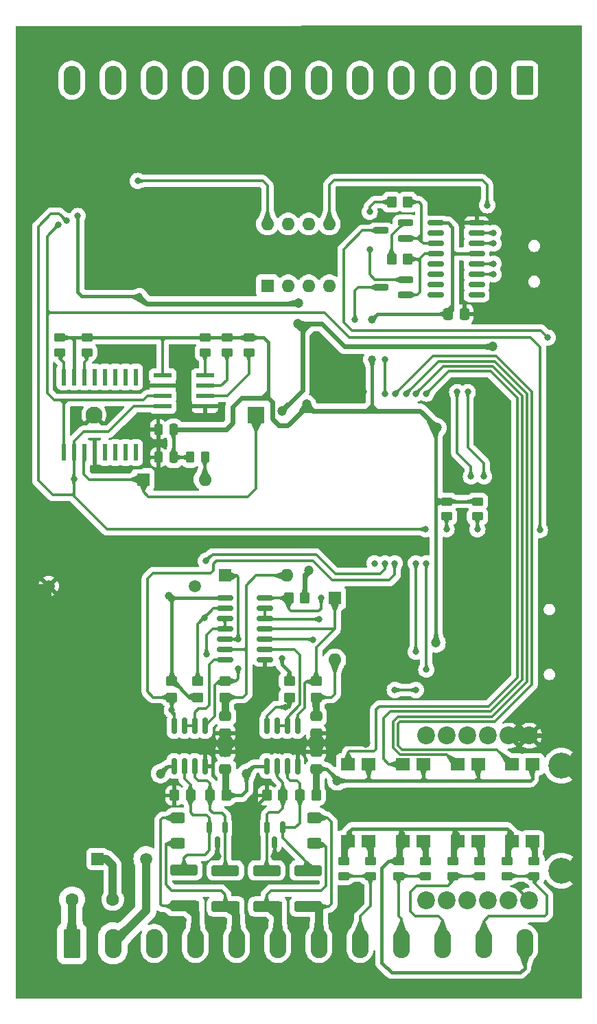
<source format=gbl>
G04 #@! TF.GenerationSoftware,KiCad,Pcbnew,8.0.4*
G04 #@! TF.CreationDate,2024-11-14T12:53:51+07:00*
G04 #@! TF.ProjectId,Ver04,56657230-342e-46b6-9963-61645f706362,rev?*
G04 #@! TF.SameCoordinates,Original*
G04 #@! TF.FileFunction,Copper,L2,Bot*
G04 #@! TF.FilePolarity,Positive*
%FSLAX46Y46*%
G04 Gerber Fmt 4.6, Leading zero omitted, Abs format (unit mm)*
G04 Created by KiCad (PCBNEW 8.0.4) date 2024-11-14 12:53:51*
%MOMM*%
%LPD*%
G01*
G04 APERTURE LIST*
G04 Aperture macros list*
%AMRoundRect*
0 Rectangle with rounded corners*
0 $1 Rounding radius*
0 $2 $3 $4 $5 $6 $7 $8 $9 X,Y pos of 4 corners*
0 Add a 4 corners polygon primitive as box body*
4,1,4,$2,$3,$4,$5,$6,$7,$8,$9,$2,$3,0*
0 Add four circle primitives for the rounded corners*
1,1,$1+$1,$2,$3*
1,1,$1+$1,$4,$5*
1,1,$1+$1,$6,$7*
1,1,$1+$1,$8,$9*
0 Add four rect primitives between the rounded corners*
20,1,$1+$1,$2,$3,$4,$5,0*
20,1,$1+$1,$4,$5,$6,$7,0*
20,1,$1+$1,$6,$7,$8,$9,0*
20,1,$1+$1,$8,$9,$2,$3,0*%
G04 Aperture macros list end*
G04 #@! TA.AperFunction,Conductor*
%ADD10C,0.200000*%
G04 #@! TD*
G04 #@! TA.AperFunction,Conductor*
%ADD11C,0.100000*%
G04 #@! TD*
G04 #@! TA.AperFunction,ComponentPad*
%ADD12R,1.600000X1.600000*%
G04 #@! TD*
G04 #@! TA.AperFunction,ComponentPad*
%ADD13O,1.600000X1.600000*%
G04 #@! TD*
G04 #@! TA.AperFunction,ComponentPad*
%ADD14R,2.100000X2.100000*%
G04 #@! TD*
G04 #@! TA.AperFunction,ComponentPad*
%ADD15C,2.100000*%
G04 #@! TD*
G04 #@! TA.AperFunction,ComponentPad*
%ADD16C,2.200000*%
G04 #@! TD*
G04 #@! TA.AperFunction,ComponentPad*
%ADD17C,3.200000*%
G04 #@! TD*
G04 #@! TA.AperFunction,ComponentPad*
%ADD18R,1.500000X1.500000*%
G04 #@! TD*
G04 #@! TA.AperFunction,ComponentPad*
%ADD19C,1.500000*%
G04 #@! TD*
G04 #@! TA.AperFunction,ComponentPad*
%ADD20RoundRect,0.249999X-0.790001X-1.550001X0.790001X-1.550001X0.790001X1.550001X-0.790001X1.550001X0*%
G04 #@! TD*
G04 #@! TA.AperFunction,ComponentPad*
%ADD21O,2.080000X3.600000*%
G04 #@! TD*
G04 #@! TA.AperFunction,ComponentPad*
%ADD22RoundRect,0.249999X0.790001X1.550001X-0.790001X1.550001X-0.790001X-1.550001X0.790001X-1.550001X0*%
G04 #@! TD*
G04 #@! TA.AperFunction,ComponentPad*
%ADD23C,1.600000*%
G04 #@! TD*
G04 #@! TA.AperFunction,SMDPad,CuDef*
%ADD24RoundRect,0.250000X-1.450000X0.400000X-1.450000X-0.400000X1.450000X-0.400000X1.450000X0.400000X0*%
G04 #@! TD*
G04 #@! TA.AperFunction,SMDPad,CuDef*
%ADD25RoundRect,0.250000X-0.450000X0.350000X-0.450000X-0.350000X0.450000X-0.350000X0.450000X0.350000X0*%
G04 #@! TD*
G04 #@! TA.AperFunction,SMDPad,CuDef*
%ADD26RoundRect,0.250000X0.450000X-0.262500X0.450000X0.262500X-0.450000X0.262500X-0.450000X-0.262500X0*%
G04 #@! TD*
G04 #@! TA.AperFunction,SMDPad,CuDef*
%ADD27RoundRect,0.250000X-0.625000X0.400000X-0.625000X-0.400000X0.625000X-0.400000X0.625000X0.400000X0*%
G04 #@! TD*
G04 #@! TA.AperFunction,SMDPad,CuDef*
%ADD28RoundRect,0.250000X0.250000X0.475000X-0.250000X0.475000X-0.250000X-0.475000X0.250000X-0.475000X0*%
G04 #@! TD*
G04 #@! TA.AperFunction,SMDPad,CuDef*
%ADD29RoundRect,0.150000X-0.150000X0.825000X-0.150000X-0.825000X0.150000X-0.825000X0.150000X0.825000X0*%
G04 #@! TD*
G04 #@! TA.AperFunction,SMDPad,CuDef*
%ADD30RoundRect,0.250000X0.262500X0.450000X-0.262500X0.450000X-0.262500X-0.450000X0.262500X-0.450000X0*%
G04 #@! TD*
G04 #@! TA.AperFunction,SMDPad,CuDef*
%ADD31RoundRect,0.150000X-0.150000X0.587500X-0.150000X-0.587500X0.150000X-0.587500X0.150000X0.587500X0*%
G04 #@! TD*
G04 #@! TA.AperFunction,SMDPad,CuDef*
%ADD32RoundRect,0.250000X0.350000X0.450000X-0.350000X0.450000X-0.350000X-0.450000X0.350000X-0.450000X0*%
G04 #@! TD*
G04 #@! TA.AperFunction,SMDPad,CuDef*
%ADD33RoundRect,0.250000X-0.450000X0.262500X-0.450000X-0.262500X0.450000X-0.262500X0.450000X0.262500X0*%
G04 #@! TD*
G04 #@! TA.AperFunction,SMDPad,CuDef*
%ADD34RoundRect,0.150000X0.850000X0.150000X-0.850000X0.150000X-0.850000X-0.150000X0.850000X-0.150000X0*%
G04 #@! TD*
G04 #@! TA.AperFunction,SMDPad,CuDef*
%ADD35RoundRect,0.041300X-0.253700X0.983700X-0.253700X-0.983700X0.253700X-0.983700X0.253700X0.983700X0*%
G04 #@! TD*
G04 #@! TA.AperFunction,SMDPad,CuDef*
%ADD36R,1.780000X1.500000*%
G04 #@! TD*
G04 #@! TA.AperFunction,SMDPad,CuDef*
%ADD37R,2.200000X0.600000*%
G04 #@! TD*
G04 #@! TA.AperFunction,SMDPad,CuDef*
%ADD38RoundRect,0.250000X-0.475000X0.337500X-0.475000X-0.337500X0.475000X-0.337500X0.475000X0.337500X0*%
G04 #@! TD*
G04 #@! TA.AperFunction,SMDPad,CuDef*
%ADD39RoundRect,0.200000X0.750000X0.200000X-0.750000X0.200000X-0.750000X-0.200000X0.750000X-0.200000X0*%
G04 #@! TD*
G04 #@! TA.AperFunction,SMDPad,CuDef*
%ADD40RoundRect,0.250000X0.625000X-0.400000X0.625000X0.400000X-0.625000X0.400000X-0.625000X-0.400000X0*%
G04 #@! TD*
G04 #@! TA.AperFunction,SMDPad,CuDef*
%ADD41RoundRect,0.250000X0.450000X-0.350000X0.450000X0.350000X-0.450000X0.350000X-0.450000X-0.350000X0*%
G04 #@! TD*
G04 #@! TA.AperFunction,SMDPad,CuDef*
%ADD42RoundRect,0.150000X0.825000X0.150000X-0.825000X0.150000X-0.825000X-0.150000X0.825000X-0.150000X0*%
G04 #@! TD*
G04 #@! TA.AperFunction,SMDPad,CuDef*
%ADD43RoundRect,0.250000X-0.337500X-0.475000X0.337500X-0.475000X0.337500X0.475000X-0.337500X0.475000X0*%
G04 #@! TD*
G04 #@! TA.AperFunction,SMDPad,CuDef*
%ADD44RoundRect,0.250000X0.475000X-0.337500X0.475000X0.337500X-0.475000X0.337500X-0.475000X-0.337500X0*%
G04 #@! TD*
G04 #@! TA.AperFunction,ViaPad*
%ADD45C,0.800000*%
G04 #@! TD*
G04 #@! TA.AperFunction,ViaPad*
%ADD46C,1.000000*%
G04 #@! TD*
G04 #@! TA.AperFunction,ViaPad*
%ADD47C,1.200000*%
G04 #@! TD*
G04 #@! TA.AperFunction,Conductor*
%ADD48C,0.400000*%
G04 #@! TD*
G04 #@! TA.AperFunction,Conductor*
%ADD49C,0.600000*%
G04 #@! TD*
G04 #@! TA.AperFunction,Conductor*
%ADD50C,0.300000*%
G04 #@! TD*
G04 #@! TA.AperFunction,Conductor*
%ADD51C,1.000000*%
G04 #@! TD*
G04 APERTURE END LIST*
D10*
X74900000Y-124200000D02*
X74100000Y-123500000D01*
X75600000Y-123500000D01*
X74900000Y-124200000D01*
G04 #@! TA.AperFunction,Conductor*
G36*
X74900000Y-124200000D02*
G01*
X74100000Y-123500000D01*
X75600000Y-123500000D01*
X74900000Y-124200000D01*
G37*
G04 #@! TD.AperFunction*
D11*
X94503826Y-136600663D02*
X94503826Y-137500663D01*
X93796326Y-137475663D01*
X93803826Y-136300663D01*
X94503826Y-136600663D01*
G04 #@! TA.AperFunction,Conductor*
G36*
X94503826Y-136600663D02*
G01*
X94503826Y-137500663D01*
X93796326Y-137475663D01*
X93803826Y-136300663D01*
X94503826Y-136600663D01*
G37*
G04 #@! TD.AperFunction*
D10*
X92138000Y-84500000D02*
X91938000Y-86100000D01*
X90838000Y-83600000D01*
X92138000Y-84500000D01*
G04 #@! TA.AperFunction,Conductor*
G36*
X92138000Y-84500000D02*
G01*
X91938000Y-86100000D01*
X90838000Y-83600000D01*
X92138000Y-84500000D01*
G37*
G04 #@! TD.AperFunction*
X104237113Y-58683505D02*
X104137113Y-56983505D01*
X105637113Y-56983505D01*
X104237113Y-58683505D01*
G04 #@! TA.AperFunction,Conductor*
G36*
X104237113Y-58683505D02*
G01*
X104137113Y-56983505D01*
X105637113Y-56983505D01*
X104237113Y-58683505D01*
G37*
G04 #@! TD.AperFunction*
X84200000Y-128100000D02*
X83100000Y-128100000D01*
X83700000Y-127700000D01*
X84200000Y-128100000D01*
G04 #@! TA.AperFunction,Conductor*
G36*
X84200000Y-128100000D02*
G01*
X83100000Y-128100000D01*
X83700000Y-127700000D01*
X84200000Y-128100000D01*
G37*
G04 #@! TD.AperFunction*
X97700000Y-128100000D02*
X96600000Y-128100000D01*
X97200000Y-127700000D01*
X97700000Y-128100000D01*
G04 #@! TA.AperFunction,Conductor*
G36*
X97700000Y-128100000D02*
G01*
X96600000Y-128100000D01*
X97200000Y-127700000D01*
X97700000Y-128100000D01*
G37*
G04 #@! TD.AperFunction*
X77552500Y-119575000D02*
X76847500Y-119575000D01*
X76840000Y-118400000D01*
X77560000Y-118400000D01*
X77552500Y-119575000D01*
G04 #@! TA.AperFunction,Conductor*
G36*
X77552500Y-119575000D02*
G01*
X76847500Y-119575000D01*
X76840000Y-118400000D01*
X77560000Y-118400000D01*
X77552500Y-119575000D01*
G37*
G04 #@! TD.AperFunction*
X109100000Y-122500000D02*
X108100000Y-122500000D01*
X109100000Y-121500000D01*
X109100000Y-122500000D01*
G04 #@! TA.AperFunction,Conductor*
G36*
X109100000Y-122500000D02*
G01*
X108100000Y-122500000D01*
X109100000Y-121500000D01*
X109100000Y-122500000D01*
G37*
G04 #@! TD.AperFunction*
X44916000Y-123488000D02*
X44116000Y-124088000D01*
X44116000Y-122888000D01*
X44916000Y-123488000D01*
G04 #@! TA.AperFunction,Conductor*
G36*
X44916000Y-123488000D02*
G01*
X44116000Y-124088000D01*
X44116000Y-122888000D01*
X44916000Y-123488000D01*
G37*
G04 #@! TD.AperFunction*
X46000000Y-81600000D02*
X45600000Y-81200000D01*
X46400000Y-81200000D01*
X46000000Y-81600000D01*
G04 #@! TA.AperFunction,Conductor*
G36*
X46000000Y-81600000D02*
G01*
X45600000Y-81200000D01*
X46400000Y-81200000D01*
X46000000Y-81600000D01*
G37*
G04 #@! TD.AperFunction*
X47400000Y-73800000D02*
X47400000Y-73600000D01*
X47600000Y-73600000D01*
X47400000Y-73800000D01*
G04 #@! TA.AperFunction,Conductor*
G36*
X47400000Y-73800000D02*
G01*
X47400000Y-73600000D01*
X47600000Y-73600000D01*
X47400000Y-73800000D01*
G37*
G04 #@! TD.AperFunction*
X67500000Y-145000000D02*
X66900000Y-144200000D01*
X67500000Y-144200000D01*
X67500000Y-145000000D01*
G04 #@! TA.AperFunction,Conductor*
G36*
X67500000Y-145000000D02*
G01*
X66900000Y-144200000D01*
X67500000Y-144200000D01*
X67500000Y-145000000D01*
G37*
G04 #@! TD.AperFunction*
X94500000Y-63100000D02*
X94100000Y-63600000D01*
X94100000Y-62700000D01*
X94500000Y-63100000D01*
G04 #@! TA.AperFunction,Conductor*
G36*
X94500000Y-63100000D02*
G01*
X94100000Y-63600000D01*
X94100000Y-62700000D01*
X94500000Y-63100000D01*
G37*
G04 #@! TD.AperFunction*
X58300000Y-74000000D02*
X57900000Y-73600000D01*
X58700000Y-73600000D01*
X58300000Y-74000000D01*
G04 #@! TA.AperFunction,Conductor*
G36*
X58300000Y-74000000D02*
G01*
X57900000Y-73600000D01*
X58700000Y-73600000D01*
X58300000Y-74000000D01*
G37*
G04 #@! TD.AperFunction*
X62500000Y-144400000D02*
X62200000Y-144100000D01*
X62500000Y-143800000D01*
X62500000Y-144400000D01*
G04 #@! TA.AperFunction,Conductor*
G36*
X62500000Y-144400000D02*
G01*
X62200000Y-144100000D01*
X62500000Y-143800000D01*
X62500000Y-144400000D01*
G37*
G04 #@! TD.AperFunction*
X62000000Y-118200000D02*
X61500000Y-117900000D01*
X62000000Y-117700000D01*
X62000000Y-118200000D01*
G04 #@! TA.AperFunction,Conductor*
G36*
X62000000Y-118200000D02*
G01*
X61500000Y-117900000D01*
X62000000Y-117700000D01*
X62000000Y-118200000D01*
G37*
G04 #@! TD.AperFunction*
X75458267Y-73209803D02*
X75458267Y-72009803D01*
X76558267Y-72009803D01*
X75458267Y-73209803D01*
G04 #@! TA.AperFunction,Conductor*
G36*
X75458267Y-73209803D02*
G01*
X75458267Y-72009803D01*
X76558267Y-72009803D01*
X75458267Y-73209803D01*
G37*
G04 #@! TD.AperFunction*
D11*
X97807500Y-137475000D02*
X97100000Y-137500000D01*
X97100000Y-136600000D01*
X97800000Y-136300000D01*
X97807500Y-137475000D01*
G04 #@! TA.AperFunction,Conductor*
G36*
X97807500Y-137475000D02*
G01*
X97100000Y-137500000D01*
X97100000Y-136600000D01*
X97800000Y-136300000D01*
X97807500Y-137475000D01*
G37*
G04 #@! TD.AperFunction*
D10*
X45000000Y-129900000D02*
X44200000Y-130500000D01*
X44200000Y-129300000D01*
X45000000Y-129900000D01*
G04 #@! TA.AperFunction,Conductor*
G36*
X45000000Y-129900000D02*
G01*
X44200000Y-130500000D01*
X44200000Y-129300000D01*
X45000000Y-129900000D01*
G37*
G04 #@! TD.AperFunction*
X60595450Y-79504351D02*
X60745450Y-80304351D01*
X59742051Y-79485351D01*
X60595450Y-79504351D01*
G04 #@! TA.AperFunction,Conductor*
G36*
X60595450Y-79504351D02*
G01*
X60745450Y-80304351D01*
X59742051Y-79485351D01*
X60595450Y-79504351D01*
G37*
G04 #@! TD.AperFunction*
X44400000Y-70400000D02*
X44100000Y-70800000D01*
X44100000Y-70000000D01*
X44400000Y-70400000D01*
G04 #@! TA.AperFunction,Conductor*
G36*
X44400000Y-70400000D02*
G01*
X44100000Y-70800000D01*
X44100000Y-70000000D01*
X44400000Y-70400000D01*
G37*
G04 #@! TD.AperFunction*
X66352500Y-119575000D02*
X65647500Y-119575000D01*
X65640000Y-118400000D01*
X66360000Y-118400000D01*
X66352500Y-119575000D01*
G04 #@! TA.AperFunction,Conductor*
G36*
X66352500Y-119575000D02*
G01*
X65647500Y-119575000D01*
X65640000Y-118400000D01*
X66360000Y-118400000D01*
X66352500Y-119575000D01*
G37*
G04 #@! TD.AperFunction*
D11*
X91034287Y-137490000D02*
X90326787Y-137515000D01*
X90326787Y-136615000D01*
X91026787Y-136315000D01*
X91034287Y-137490000D01*
G04 #@! TA.AperFunction,Conductor*
G36*
X91034287Y-137490000D02*
G01*
X90326787Y-137515000D01*
X90326787Y-136615000D01*
X91026787Y-136315000D01*
X91034287Y-137490000D01*
G37*
G04 #@! TD.AperFunction*
D10*
X91000000Y-128100000D02*
X89900000Y-128100000D01*
X90500000Y-127700000D01*
X91000000Y-128100000D01*
G04 #@! TA.AperFunction,Conductor*
G36*
X91000000Y-128100000D02*
G01*
X89900000Y-128100000D01*
X90500000Y-127700000D01*
X91000000Y-128100000D01*
G37*
G04 #@! TD.AperFunction*
X67200000Y-123500000D02*
X66000000Y-125100000D01*
X64800000Y-123500000D01*
X66000000Y-121936500D01*
X67200000Y-123500000D01*
G04 #@! TA.AperFunction,Conductor*
G36*
X67200000Y-123500000D02*
G01*
X66000000Y-125100000D01*
X64800000Y-123500000D01*
X66000000Y-121936500D01*
X67200000Y-123500000D01*
G37*
G04 #@! TD.AperFunction*
X93400000Y-93700000D02*
X92100000Y-94100000D01*
X92100000Y-93300000D01*
X93400000Y-93700000D01*
G04 #@! TA.AperFunction,Conductor*
G36*
X93400000Y-93700000D02*
G01*
X92100000Y-94100000D01*
X92100000Y-93300000D01*
X93400000Y-93700000D01*
G37*
G04 #@! TD.AperFunction*
X62700000Y-144600000D02*
X62300000Y-144600000D01*
X62300000Y-143000000D01*
X62700000Y-143000000D01*
X62700000Y-144600000D01*
G04 #@! TA.AperFunction,Conductor*
G36*
X62700000Y-144600000D02*
G01*
X62300000Y-144600000D01*
X62300000Y-143000000D01*
X62700000Y-143000000D01*
X62700000Y-144600000D01*
G37*
G04 #@! TD.AperFunction*
X109700000Y-141600000D02*
X107464293Y-139152293D01*
X109700000Y-136800000D01*
X109700000Y-141600000D01*
G04 #@! TA.AperFunction,Conductor*
G36*
X109700000Y-141600000D02*
G01*
X107464293Y-139152293D01*
X109700000Y-136800000D01*
X109700000Y-141600000D01*
G37*
G04 #@! TD.AperFunction*
X71200000Y-80700000D02*
X70600000Y-80700000D01*
X71200000Y-80100000D01*
X71200000Y-80700000D01*
G04 #@! TA.AperFunction,Conductor*
G36*
X71200000Y-80700000D02*
G01*
X70600000Y-80700000D01*
X71200000Y-80100000D01*
X71200000Y-80700000D01*
G37*
G04 #@! TD.AperFunction*
X43928000Y-106096000D02*
X41528000Y-104296000D01*
X43928000Y-104296000D01*
X43928000Y-106096000D01*
G04 #@! TA.AperFunction,Conductor*
G36*
X43928000Y-106096000D02*
G01*
X41528000Y-104296000D01*
X43928000Y-104296000D01*
X43928000Y-106096000D01*
G37*
G04 #@! TD.AperFunction*
D11*
X84247829Y-137490000D02*
X83540329Y-137515000D01*
X83540329Y-136615000D01*
X84240329Y-136315000D01*
X84247829Y-137490000D01*
G04 #@! TA.AperFunction,Conductor*
G36*
X84247829Y-137490000D02*
G01*
X83540329Y-137515000D01*
X83540329Y-136615000D01*
X84240329Y-136315000D01*
X84247829Y-137490000D01*
G37*
G04 #@! TD.AperFunction*
D10*
X76900000Y-82700000D02*
X75200000Y-82700000D01*
X76000000Y-81800000D01*
X76900000Y-82700000D01*
G04 #@! TA.AperFunction,Conductor*
G36*
X76900000Y-82700000D02*
G01*
X75200000Y-82700000D01*
X76000000Y-81800000D01*
X76900000Y-82700000D01*
G37*
G04 #@! TD.AperFunction*
X63500000Y-124200000D02*
X62700000Y-123500000D01*
X64200000Y-123500000D01*
X63500000Y-124200000D01*
G04 #@! TA.AperFunction,Conductor*
G36*
X63500000Y-124200000D02*
G01*
X62700000Y-123500000D01*
X64200000Y-123500000D01*
X63500000Y-124200000D01*
G37*
G04 #@! TD.AperFunction*
D11*
X87803826Y-136600663D02*
X87803826Y-137500663D01*
X87096326Y-137475663D01*
X87103826Y-136300663D01*
X87803826Y-136600663D01*
G04 #@! TA.AperFunction,Conductor*
G36*
X87803826Y-136600663D02*
G01*
X87803826Y-137500663D01*
X87096326Y-137475663D01*
X87103826Y-136300663D01*
X87803826Y-136600663D01*
G37*
G04 #@! TD.AperFunction*
D10*
X109100000Y-70600000D02*
X108500000Y-70600000D01*
X109100000Y-70000000D01*
X109100000Y-70600000D01*
G04 #@! TA.AperFunction,Conductor*
G36*
X109100000Y-70600000D02*
G01*
X108500000Y-70600000D01*
X109100000Y-70000000D01*
X109100000Y-70600000D01*
G37*
G04 #@! TD.AperFunction*
D11*
X90300000Y-61600000D02*
X89900000Y-61200000D01*
X90300000Y-60800000D01*
X90300000Y-61600000D01*
G04 #@! TA.AperFunction,Conductor*
G36*
X90300000Y-61600000D02*
G01*
X89900000Y-61200000D01*
X90300000Y-60800000D01*
X90300000Y-61600000D01*
G37*
G04 #@! TD.AperFunction*
D10*
X77560000Y-129201989D02*
X76860000Y-129201989D01*
X76860000Y-127101989D01*
X77560000Y-127101989D01*
X77560000Y-129201989D01*
G04 #@! TA.AperFunction,Conductor*
G36*
X77560000Y-129201989D02*
G01*
X76860000Y-129201989D01*
X76860000Y-127101989D01*
X77560000Y-127101989D01*
X77560000Y-129201989D01*
G37*
G04 #@! TD.AperFunction*
X56137988Y-69452522D02*
X54337988Y-68452522D01*
X55237988Y-68452522D01*
X56137988Y-69452522D01*
G04 #@! TA.AperFunction,Conductor*
G36*
X56137988Y-69452522D02*
G01*
X54337988Y-68452522D01*
X55237988Y-68452522D01*
X56137988Y-69452522D01*
G37*
G04 #@! TD.AperFunction*
X66400000Y-129300000D02*
X65700000Y-129300000D01*
X65700000Y-127200000D01*
X66400000Y-127200000D01*
X66400000Y-129300000D01*
G04 #@! TA.AperFunction,Conductor*
G36*
X66400000Y-129300000D02*
G01*
X65700000Y-129300000D01*
X65700000Y-127200000D01*
X66400000Y-127200000D01*
X66400000Y-129300000D01*
G37*
G04 #@! TD.AperFunction*
X47200000Y-73800000D02*
X47000000Y-73600000D01*
X47200000Y-73600000D01*
X47200000Y-73800000D01*
G04 #@! TA.AperFunction,Conductor*
G36*
X47200000Y-73800000D02*
G01*
X47000000Y-73600000D01*
X47200000Y-73600000D01*
X47200000Y-73800000D01*
G37*
G04 #@! TD.AperFunction*
D11*
X81000000Y-136600000D02*
X81000000Y-137500000D01*
X80292500Y-137475000D01*
X80300000Y-136300000D01*
X81000000Y-136600000D01*
G04 #@! TA.AperFunction,Conductor*
G36*
X81000000Y-136600000D02*
G01*
X81000000Y-137500000D01*
X80292500Y-137475000D01*
X80300000Y-136300000D01*
X81000000Y-136600000D01*
G37*
G04 #@! TD.AperFunction*
D10*
X59900000Y-105600000D02*
X59400000Y-106200000D01*
X59200000Y-105500000D01*
X59900000Y-105600000D01*
G04 #@! TA.AperFunction,Conductor*
G36*
X59900000Y-105600000D02*
G01*
X59400000Y-106200000D01*
X59200000Y-105500000D01*
X59900000Y-105600000D01*
G37*
G04 #@! TD.AperFunction*
X58200000Y-73900000D02*
X57900000Y-73600000D01*
X58200000Y-73600000D01*
X58200000Y-73900000D01*
G04 #@! TA.AperFunction,Conductor*
G36*
X58200000Y-73900000D02*
G01*
X57900000Y-73600000D01*
X58200000Y-73600000D01*
X58200000Y-73900000D01*
G37*
G04 #@! TD.AperFunction*
D11*
X101203826Y-136600663D02*
X101203826Y-137500663D01*
X100496326Y-137475663D01*
X100503826Y-136300663D01*
X101203826Y-136600663D01*
G04 #@! TA.AperFunction,Conductor*
G36*
X101203826Y-136600663D02*
G01*
X101203826Y-137500663D01*
X100496326Y-137475663D01*
X100503826Y-136300663D01*
X101203826Y-136600663D01*
G37*
G04 #@! TD.AperFunction*
D10*
X84700000Y-82300000D02*
X83500000Y-82300000D01*
X84100000Y-81700000D01*
X84700000Y-82300000D01*
G04 #@! TA.AperFunction,Conductor*
G36*
X84700000Y-82300000D02*
G01*
X83500000Y-82300000D01*
X84100000Y-81700000D01*
X84700000Y-82300000D01*
G37*
G04 #@! TD.AperFunction*
X109631578Y-128725057D02*
X107395871Y-126277350D01*
X109631578Y-123925057D01*
X109631578Y-128725057D01*
G04 #@! TA.AperFunction,Conductor*
G36*
X109631578Y-128725057D02*
G01*
X107395871Y-126277350D01*
X109631578Y-123925057D01*
X109631578Y-128725057D01*
G37*
G04 #@! TD.AperFunction*
X78400000Y-123400000D02*
X77200000Y-125000000D01*
X76000000Y-123400000D01*
X77200000Y-121836500D01*
X78400000Y-123400000D01*
G04 #@! TA.AperFunction,Conductor*
G36*
X78400000Y-123400000D02*
G01*
X77200000Y-125000000D01*
X76000000Y-123400000D01*
X77200000Y-121836500D01*
X78400000Y-123400000D01*
G37*
G04 #@! TD.AperFunction*
X70600000Y-123500000D02*
X68800000Y-123500000D01*
X69700000Y-122500000D01*
X70600000Y-123500000D01*
G04 #@! TA.AperFunction,Conductor*
G36*
X70600000Y-123500000D02*
G01*
X68800000Y-123500000D01*
X69700000Y-122500000D01*
X70600000Y-123500000D01*
G37*
G04 #@! TD.AperFunction*
X102900000Y-123200000D02*
X101600000Y-123200000D01*
X101600000Y-121800000D01*
X102900000Y-121800000D01*
X102900000Y-123200000D01*
G04 #@! TA.AperFunction,Conductor*
G36*
X102900000Y-123200000D02*
G01*
X101600000Y-123200000D01*
X101600000Y-121800000D01*
X102900000Y-121800000D01*
X102900000Y-123200000D01*
G37*
G04 #@! TD.AperFunction*
D11*
X67700000Y-144600000D02*
X67300000Y-144600000D01*
X67300000Y-143000000D01*
X67700000Y-143000000D01*
X67700000Y-144600000D01*
G04 #@! TA.AperFunction,Conductor*
G36*
X67700000Y-144600000D02*
G01*
X67300000Y-144600000D01*
X67300000Y-143000000D01*
X67700000Y-143000000D01*
X67700000Y-144600000D01*
G37*
G04 #@! TD.AperFunction*
D10*
X83367953Y-123467835D02*
X81267953Y-123466835D01*
X82367953Y-122598205D01*
X83367953Y-123467835D01*
G04 #@! TA.AperFunction,Conductor*
G36*
X83367953Y-123467835D02*
G01*
X81267953Y-123466835D01*
X82367953Y-122598205D01*
X83367953Y-123467835D01*
G37*
G04 #@! TD.AperFunction*
X75500000Y-129300000D02*
X74900000Y-129300000D01*
X75200000Y-129000000D01*
X75500000Y-129300000D01*
G04 #@! TA.AperFunction,Conductor*
G36*
X75500000Y-129300000D02*
G01*
X74900000Y-129300000D01*
X75200000Y-129000000D01*
X75500000Y-129300000D01*
G37*
G04 #@! TD.AperFunction*
X70900000Y-153700000D02*
X68700000Y-153700000D01*
X69800707Y-152599293D01*
X70900000Y-153700000D01*
G04 #@! TA.AperFunction,Conductor*
G36*
X70900000Y-153700000D02*
G01*
X68700000Y-153700000D01*
X69800707Y-152599293D01*
X70900000Y-153700000D01*
G37*
G04 #@! TD.AperFunction*
X72501000Y-124200000D02*
X71500000Y-123300000D01*
X73600000Y-123300000D01*
X72501000Y-124200000D01*
G04 #@! TA.AperFunction,Conductor*
G36*
X72501000Y-124200000D02*
G01*
X71500000Y-123300000D01*
X73600000Y-123300000D01*
X72501000Y-124200000D01*
G37*
G04 #@! TD.AperFunction*
X108900000Y-71200000D02*
X108300000Y-70600000D01*
X108900000Y-70600000D01*
X108900000Y-71200000D01*
G04 #@! TA.AperFunction,Conductor*
G36*
X108900000Y-71200000D02*
G01*
X108300000Y-70600000D01*
X108900000Y-70600000D01*
X108900000Y-71200000D01*
G37*
G04 #@! TD.AperFunction*
X76700000Y-138600000D02*
X76200000Y-138800000D01*
X76100000Y-138100000D01*
X76700000Y-138600000D01*
G04 #@! TA.AperFunction,Conductor*
G36*
X76700000Y-138600000D02*
G01*
X76200000Y-138800000D01*
X76100000Y-138100000D01*
X76700000Y-138600000D01*
G37*
G04 #@! TD.AperFunction*
X55218699Y-59334513D02*
X54417699Y-59334513D01*
X55217699Y-58634513D01*
X55218699Y-59334513D01*
G04 #@! TA.AperFunction,Conductor*
G36*
X55218699Y-59334513D02*
G01*
X54417699Y-59334513D01*
X55217699Y-58634513D01*
X55218699Y-59334513D01*
G37*
G04 #@! TD.AperFunction*
D11*
X72900000Y-144600000D02*
X72500000Y-144600000D01*
X72500000Y-143000000D01*
X72900000Y-143000000D01*
X72900000Y-144600000D01*
G04 #@! TA.AperFunction,Conductor*
G36*
X72900000Y-144600000D02*
G01*
X72500000Y-144600000D01*
X72500000Y-143000000D01*
X72900000Y-143000000D01*
X72900000Y-144600000D01*
G37*
G04 #@! TD.AperFunction*
D10*
X68600000Y-112400000D02*
X68300000Y-111900000D01*
X68600000Y-111500000D01*
X68600000Y-112400000D01*
G04 #@! TA.AperFunction,Conductor*
G36*
X68600000Y-112400000D02*
G01*
X68300000Y-111900000D01*
X68600000Y-111500000D01*
X68600000Y-112400000D01*
G37*
G04 #@! TD.AperFunction*
D11*
X104503674Y-137475663D02*
X103796174Y-137500663D01*
X103796174Y-136600663D01*
X104496174Y-136300663D01*
X104503674Y-137475663D01*
G04 #@! TA.AperFunction,Conductor*
G36*
X104503674Y-137475663D02*
G01*
X103796174Y-137500663D01*
X103796174Y-136600663D01*
X104496174Y-136300663D01*
X104503674Y-137475663D01*
G37*
G04 #@! TD.AperFunction*
D10*
X89900000Y-64200000D02*
X89600000Y-63900000D01*
X89900000Y-63900000D01*
X89900000Y-64200000D01*
G04 #@! TA.AperFunction,Conductor*
G36*
X89900000Y-64200000D02*
G01*
X89600000Y-63900000D01*
X89900000Y-63900000D01*
X89900000Y-64200000D01*
G37*
G04 #@! TD.AperFunction*
D12*
X71200000Y-67100000D03*
D13*
X73740000Y-67100000D03*
X76280000Y-67100000D03*
X78820000Y-67100000D03*
X78820000Y-59480000D03*
X76280000Y-59480000D03*
X73740000Y-59480000D03*
X71200000Y-59480000D03*
D14*
X69789087Y-83000000D03*
D15*
X49789087Y-83000000D03*
D16*
X103505000Y-122535000D03*
X100965000Y-122535000D03*
X98425000Y-122535000D03*
X95885000Y-122535000D03*
X93345000Y-122535000D03*
X90805000Y-122535000D03*
X90805000Y-142855000D03*
X93345000Y-142855000D03*
X95885000Y-142855000D03*
X98425000Y-142855000D03*
X100965000Y-142855000D03*
X103505000Y-142855000D03*
D17*
X107465000Y-126245000D03*
X107465000Y-139153000D03*
D18*
X50200000Y-137700000D03*
D19*
X56200000Y-137700000D03*
X44200000Y-104100000D03*
X62200000Y-104100000D03*
D20*
X47060000Y-148122500D03*
D21*
X52140000Y-148122500D03*
X57220000Y-148122500D03*
X62300000Y-148122500D03*
X67380000Y-148122500D03*
X72460000Y-148122500D03*
X77540000Y-148122500D03*
X82620000Y-148122500D03*
X87700000Y-148122500D03*
X92780000Y-148122500D03*
X97860000Y-148122500D03*
X102940000Y-148122500D03*
D22*
X102940000Y-41777500D03*
D21*
X97860000Y-41777500D03*
X92780000Y-41777500D03*
X87700000Y-41777500D03*
X82620000Y-41777500D03*
X77540000Y-41777500D03*
X72460000Y-41777500D03*
X67380000Y-41777500D03*
X62300000Y-41777500D03*
X57220000Y-41777500D03*
X52140000Y-41777500D03*
X47060000Y-41777500D03*
D23*
X47100000Y-142700000D03*
X52100000Y-142700000D03*
D24*
X66000000Y-139150000D03*
X66000000Y-143600000D03*
X76200000Y-139150000D03*
X76200000Y-143600000D03*
D25*
X66000000Y-115800000D03*
X66000000Y-117800000D03*
D26*
X68900000Y-75312500D03*
X68900000Y-73487500D03*
D27*
X77000000Y-132650000D03*
X77000000Y-135750000D03*
D12*
X79500000Y-105590000D03*
D13*
X79500000Y-113210000D03*
D24*
X60900000Y-139075000D03*
X60900000Y-143525000D03*
D28*
X59615000Y-88245000D03*
X57715000Y-88245000D03*
D29*
X59695000Y-121325000D03*
X60965000Y-121325000D03*
X62235000Y-121325000D03*
X63505000Y-121325000D03*
X63505000Y-126275000D03*
X62235000Y-126275000D03*
X60965000Y-126275000D03*
X59695000Y-126275000D03*
D26*
X104100000Y-139812500D03*
X104100000Y-137987500D03*
D30*
X63472500Y-88233000D03*
X61647500Y-88233000D03*
D26*
X66200000Y-75312500D03*
X66200000Y-73487500D03*
D31*
X71150000Y-133862500D03*
X73050000Y-133862500D03*
X72100000Y-135737500D03*
D32*
X73100000Y-129900000D03*
X71100000Y-129900000D03*
X88500000Y-63800000D03*
X86500000Y-63800000D03*
X75800000Y-105600000D03*
X73800000Y-105600000D03*
D33*
X48913000Y-73479500D03*
X48913000Y-75304500D03*
D34*
X97000000Y-59355000D03*
X97000000Y-60625000D03*
X97000000Y-61895000D03*
X97000000Y-63165000D03*
X97000000Y-64435000D03*
X97000000Y-65705000D03*
X97000000Y-66975000D03*
X97000000Y-68245000D03*
X92000000Y-68245000D03*
X92000000Y-66975000D03*
X92000000Y-65705000D03*
X92000000Y-64435000D03*
X92000000Y-63165000D03*
X92000000Y-61895000D03*
X92000000Y-60625000D03*
X92000000Y-59355000D03*
D25*
X73900000Y-115800000D03*
X73900000Y-117800000D03*
D26*
X97400000Y-139812500D03*
X97400000Y-137987500D03*
D31*
X64050000Y-133862500D03*
X65950000Y-133862500D03*
X65000000Y-135737500D03*
D35*
X46055000Y-78345000D03*
X47325000Y-78345000D03*
X48595000Y-78345000D03*
X49865000Y-78345000D03*
X51135000Y-78345000D03*
X52405000Y-78345000D03*
X53675000Y-78345000D03*
X54945000Y-78345000D03*
X54945000Y-87655000D03*
X53675000Y-87655000D03*
X52405000Y-87655000D03*
X51135000Y-87655000D03*
X49865000Y-87655000D03*
X48595000Y-87655000D03*
X47325000Y-87655000D03*
X46055000Y-87655000D03*
D36*
X83670000Y-135565000D03*
X81130000Y-135565000D03*
X81130000Y-126035000D03*
X83670000Y-126035000D03*
D28*
X59612000Y-84804000D03*
X57712000Y-84804000D03*
D33*
X87370000Y-137987500D03*
X87370000Y-139812500D03*
D26*
X63500000Y-75312500D03*
X63500000Y-73487500D03*
D32*
X66100000Y-129900000D03*
X64100000Y-129900000D03*
D37*
X63478000Y-78161000D03*
X63478000Y-79431000D03*
X63478000Y-80701000D03*
X63478000Y-81971000D03*
X58278000Y-81971000D03*
X58278000Y-80701000D03*
X58278000Y-79431000D03*
X58278000Y-78161000D03*
D25*
X77200000Y-115800000D03*
X77200000Y-117800000D03*
D38*
X66000000Y-120162500D03*
X66000000Y-122237500D03*
D33*
X100800000Y-137987500D03*
X100800000Y-139812500D03*
D25*
X59400000Y-115800000D03*
X59400000Y-117800000D03*
D26*
X97100000Y-95512500D03*
X97100000Y-93687500D03*
D39*
X88200000Y-59350000D03*
X88200000Y-61250000D03*
X85200000Y-60300000D03*
D12*
X65990000Y-102800000D03*
D13*
X73610000Y-102800000D03*
D39*
X88200000Y-66350000D03*
X88200000Y-68250000D03*
X85200000Y-67300000D03*
D29*
X71095000Y-121325000D03*
X72365000Y-121325000D03*
X73635000Y-121325000D03*
X74905000Y-121325000D03*
X74905000Y-126275000D03*
X73635000Y-126275000D03*
X72365000Y-126275000D03*
X71095000Y-126275000D03*
D33*
X45600000Y-73487500D03*
X45600000Y-75312500D03*
D38*
X77200000Y-120162500D03*
X77200000Y-122237500D03*
D36*
X103870000Y-135565000D03*
X101330000Y-135565000D03*
X101330000Y-126035000D03*
X103870000Y-126035000D03*
D26*
X83900000Y-139812500D03*
X83900000Y-137987500D03*
D40*
X60100000Y-135750000D03*
X60100000Y-132650000D03*
D24*
X71100000Y-139150000D03*
X71100000Y-143600000D03*
D26*
X90700000Y-139812500D03*
X90700000Y-137987500D03*
X93300000Y-95512500D03*
X93300000Y-93687500D03*
D41*
X62600000Y-117800000D03*
X62600000Y-115800000D03*
D36*
X97170000Y-135565000D03*
X94630000Y-135565000D03*
X94630000Y-126035000D03*
X97170000Y-126035000D03*
X90440000Y-135565000D03*
X87900000Y-135565000D03*
X87900000Y-126035000D03*
X90440000Y-126035000D03*
D42*
X70875000Y-105590000D03*
X70875000Y-106860000D03*
X70875000Y-108130000D03*
X70875000Y-109400000D03*
X70875000Y-110670000D03*
X70875000Y-111940000D03*
X70875000Y-113210000D03*
X65925000Y-113210000D03*
X65925000Y-111940000D03*
X65925000Y-110670000D03*
X65925000Y-109400000D03*
X65925000Y-108130000D03*
X65925000Y-106860000D03*
X65925000Y-105590000D03*
D43*
X93462500Y-70600000D03*
X95537500Y-70600000D03*
D32*
X61700000Y-129900000D03*
X59700000Y-129900000D03*
X77200000Y-129900000D03*
X75200000Y-129900000D03*
D33*
X80600000Y-137987500D03*
X80600000Y-139812500D03*
D32*
X88500000Y-56800000D03*
X86500000Y-56800000D03*
D44*
X77200000Y-126637500D03*
X77200000Y-124562500D03*
D33*
X94100000Y-137987500D03*
X94100000Y-139812500D03*
D12*
X55877000Y-90959000D03*
D13*
X63497000Y-90959000D03*
D44*
X66000000Y-126637500D03*
X66000000Y-124562500D03*
D45*
X49600000Y-62300000D03*
D46*
X69800000Y-136700000D03*
D47*
X72500000Y-124200000D03*
X83300000Y-123400000D03*
D46*
X65000000Y-137400000D03*
X83000000Y-80200000D03*
D47*
X69800000Y-152400000D03*
D46*
X72100000Y-137400000D03*
D45*
X55400000Y-59400000D03*
D46*
X78600000Y-79500000D03*
D47*
X85700000Y-113300000D03*
X60800000Y-79200000D03*
X104200000Y-57000000D03*
X79800000Y-128100000D03*
D45*
X73000000Y-113000000D03*
D47*
X58000000Y-127200000D03*
D46*
X84100000Y-71300000D03*
X84100000Y-76200000D03*
D47*
X76000000Y-81700000D03*
X68600000Y-127200000D03*
D46*
X59000000Y-105300000D03*
D47*
X76300000Y-102200000D03*
X92000000Y-111100000D03*
X92100000Y-84600000D03*
X75000000Y-69200000D03*
X99000000Y-74600000D03*
D45*
X55400000Y-68400000D03*
D47*
X74900000Y-71800000D03*
X73000000Y-82500000D03*
D45*
X47800000Y-58500000D03*
X105800000Y-73500000D03*
X89500000Y-101300000D03*
X89500000Y-112184968D03*
X90800000Y-114400000D03*
X90800000Y-101300000D03*
X97900000Y-90600000D03*
X95900000Y-80200000D03*
X99100000Y-61900000D03*
X94600000Y-80200000D03*
X96300000Y-90600000D03*
X99100000Y-60600000D03*
X82000000Y-71300000D03*
X97100000Y-97100000D03*
X45400000Y-59600000D03*
X104800000Y-97200000D03*
X90700000Y-97100000D03*
X46400000Y-59100000D03*
X93300000Y-97100000D03*
X47300000Y-90900000D03*
X59400000Y-119400000D03*
X86900000Y-101300000D03*
X63600000Y-101000000D03*
X63400000Y-108000000D03*
X85700000Y-101300000D03*
X88300000Y-80400000D03*
X87000000Y-80400000D03*
X89500000Y-116900000D03*
X84400000Y-101300000D03*
X86900000Y-116900000D03*
X90800000Y-80400000D03*
X89500000Y-80400000D03*
X55200000Y-54200000D03*
X98300000Y-57200000D03*
X77800000Y-105600000D03*
X73400000Y-119000000D03*
X76800000Y-110700000D03*
X67600000Y-114300000D03*
X67600000Y-110600000D03*
X63700000Y-112500000D03*
X77600000Y-108200000D03*
X99100000Y-65700000D03*
X99100000Y-64400000D03*
X83800000Y-58000000D03*
X83800000Y-62600000D03*
X85700000Y-80400000D03*
X85700000Y-76200000D03*
D48*
X70875000Y-114125000D02*
X69700000Y-115300000D01*
X72100000Y-136700000D02*
X72100000Y-136700000D01*
X104300000Y-56900000D02*
X104200000Y-57000000D01*
D49*
X55400000Y-59400000D02*
X55400000Y-57400000D01*
D50*
X60995000Y-81971000D02*
X61489000Y-81971000D01*
D49*
X70900000Y-153500000D02*
X107700000Y-153500000D01*
D48*
X109000000Y-70600000D02*
X95537500Y-70600000D01*
X108500000Y-56900000D02*
X104300000Y-56900000D01*
X56722000Y-88245000D02*
X57715000Y-88245000D01*
X70875000Y-113210000D02*
X70875000Y-114125000D01*
D49*
X40800000Y-103300000D02*
X41600000Y-104100000D01*
D50*
X61358000Y-83296000D02*
X58004000Y-83296000D01*
D48*
X49865000Y-89103000D02*
X50200000Y-89438000D01*
X107465000Y-139153000D02*
X109553000Y-139153000D01*
X66000000Y-123500000D02*
X66000000Y-124562500D01*
D50*
X61759000Y-82548000D02*
X61759000Y-82895000D01*
X61759000Y-81971000D02*
X61759000Y-82236000D01*
X61489000Y-81971000D02*
X61759000Y-81971000D01*
D48*
X79300000Y-80200000D02*
X83000000Y-80200000D01*
D49*
X72500000Y-124200000D02*
X73200000Y-123500000D01*
X63505000Y-123500000D02*
X66000000Y-123500000D01*
D48*
X63505000Y-126275000D02*
X63505000Y-123500000D01*
D49*
X69800000Y-152400000D02*
X70900000Y-153500000D01*
D50*
X61759000Y-81971000D02*
X62095000Y-81971000D01*
D48*
X72100000Y-135737500D02*
X72100000Y-136700000D01*
X74900000Y-123500000D02*
X74905000Y-123505000D01*
D50*
X60800000Y-79200000D02*
X60569000Y-79431000D01*
D49*
X54800000Y-56800000D02*
X41700000Y-56800000D01*
D50*
X61759000Y-82548000D02*
X61759000Y-82241000D01*
D49*
X44200000Y-104100000D02*
X44200000Y-123500000D01*
X109100000Y-70700000D02*
X109100000Y-122700000D01*
D48*
X50200000Y-89438000D02*
X55529000Y-89438000D01*
X69800000Y-131200000D02*
X71100000Y-129900000D01*
D49*
X109600000Y-123200000D02*
X108935000Y-122535000D01*
D50*
X66000000Y-122237500D02*
X66037500Y-122237500D01*
D49*
X109600000Y-126200000D02*
X109600000Y-123200000D01*
D48*
X69800000Y-136700000D02*
X69800000Y-131200000D01*
X109553000Y-139153000D02*
X109600000Y-139200000D01*
D50*
X58004000Y-83296000D02*
X57712000Y-83588000D01*
D48*
X77100000Y-123500000D02*
X77200000Y-123600000D01*
D49*
X109600000Y-139200000D02*
X109600000Y-126200000D01*
D48*
X50600000Y-59400000D02*
X49600000Y-60400000D01*
D49*
X83300000Y-123400000D02*
X83200000Y-123500000D01*
X109100000Y-122700000D02*
X109600000Y-123200000D01*
D48*
X69700000Y-115300000D02*
X69700000Y-123500000D01*
X78600000Y-79500000D02*
X79300000Y-80200000D01*
D49*
X107700000Y-153500000D02*
X109600000Y-151600000D01*
X44200000Y-151800000D02*
X44200000Y-129900000D01*
D48*
X109200000Y-70600000D02*
X109200000Y-57600000D01*
X66000000Y-124562500D02*
X66000000Y-122237500D01*
X82500000Y-122600000D02*
X82500000Y-113900000D01*
X49600000Y-60400000D02*
X49600000Y-62300000D01*
D49*
X68700000Y-153500000D02*
X45900000Y-153500000D01*
D48*
X107465000Y-126245000D02*
X109555000Y-126245000D01*
D49*
X66000000Y-123500000D02*
X69700000Y-123500000D01*
X83200000Y-123500000D02*
X77100000Y-123500000D01*
D48*
X57715000Y-88245000D02*
X57715000Y-84807000D01*
D50*
X60569000Y-79431000D02*
X58278000Y-79431000D01*
X66037500Y-122237500D02*
X66100000Y-122300000D01*
D48*
X77200000Y-123600000D02*
X77200000Y-124562500D01*
D50*
X61759000Y-82895000D02*
X61358000Y-83296000D01*
D49*
X109600000Y-151600000D02*
X109600000Y-139200000D01*
D48*
X109200000Y-57600000D02*
X108500000Y-56900000D01*
X104200000Y-58600000D02*
X104200000Y-57000000D01*
D50*
X62095000Y-81971000D02*
X63478000Y-81971000D01*
D48*
X59700000Y-129900000D02*
X44200000Y-129900000D01*
X49865000Y-87655000D02*
X49865000Y-89103000D01*
D49*
X71800000Y-123500000D02*
X72500000Y-124200000D01*
D48*
X65000000Y-137400000D02*
X65000000Y-136700000D01*
D50*
X61759000Y-82236000D02*
X61759000Y-82548000D01*
D48*
X65000000Y-136700000D02*
X65000000Y-136700000D01*
X74905000Y-123505000D02*
X74905000Y-126275000D01*
D49*
X55400000Y-57400000D02*
X54800000Y-56800000D01*
X45900000Y-153500000D02*
X44200000Y-151800000D01*
D48*
X55400000Y-59400000D02*
X50600000Y-59400000D01*
D50*
X57712000Y-83588000D02*
X57712000Y-84804000D01*
D49*
X108935000Y-122535000D02*
X103505000Y-122535000D01*
X69800000Y-152400000D02*
X68700000Y-153500000D01*
X41700000Y-56800000D02*
X40800000Y-57700000D01*
X105765000Y-122535000D02*
X100965000Y-122535000D01*
D50*
X60800000Y-79200000D02*
X60800000Y-81776000D01*
X62024000Y-81971000D02*
X61759000Y-82236000D01*
D49*
X73200000Y-123500000D02*
X77100000Y-123500000D01*
D48*
X55529000Y-89438000D02*
X56722000Y-88245000D01*
D50*
X60800000Y-81776000D02*
X60995000Y-81971000D01*
X61759000Y-82241000D02*
X61489000Y-81971000D01*
D48*
X83100000Y-113300000D02*
X85700000Y-113300000D01*
X109100000Y-70700000D02*
X109000000Y-70600000D01*
X72100000Y-136700000D02*
X72100000Y-137400000D01*
D50*
X62095000Y-81971000D02*
X62024000Y-81971000D01*
D48*
X57715000Y-84807000D02*
X57712000Y-84804000D01*
D49*
X40800000Y-57700000D02*
X40800000Y-103300000D01*
D48*
X109100000Y-70700000D02*
X109200000Y-70600000D01*
D49*
X69700000Y-123500000D02*
X71800000Y-123500000D01*
D48*
X82500000Y-113900000D02*
X83100000Y-113300000D01*
X83300000Y-123400000D02*
X82500000Y-122600000D01*
X103445000Y-59355000D02*
X104200000Y-58600000D01*
X77100000Y-123500000D02*
X77200000Y-123400000D01*
D49*
X63505000Y-123500000D02*
X44200000Y-123500000D01*
X41600000Y-104100000D02*
X44200000Y-104100000D01*
D48*
X96975000Y-59355000D02*
X103445000Y-59355000D01*
X77200000Y-123400000D02*
X77200000Y-122237500D01*
D49*
X44200000Y-123500000D02*
X44200000Y-129900000D01*
D48*
X65000000Y-136700000D02*
X65000000Y-135737500D01*
X109555000Y-126245000D02*
X109600000Y-126200000D01*
D49*
X76300000Y-102200000D02*
X75800000Y-102700000D01*
D48*
X68000000Y-129900000D02*
X68600000Y-129300000D01*
D49*
X75800000Y-102700000D02*
X75800000Y-105600000D01*
X66900000Y-82000000D02*
X66900000Y-84000000D01*
D48*
X59000000Y-105300000D02*
X59290000Y-105590000D01*
X59615000Y-88245000D02*
X61635500Y-88245000D01*
X66000000Y-126637500D02*
X66000000Y-129800000D01*
X93300000Y-93687500D02*
X92012500Y-93687500D01*
D50*
X58278000Y-78161000D02*
X58278000Y-73509500D01*
D48*
X96975000Y-63165000D02*
X94035000Y-63165000D01*
X103600000Y-128100000D02*
X103870000Y-127830000D01*
X68600000Y-129300000D02*
X68600000Y-127200000D01*
D49*
X72600000Y-84300000D02*
X71800000Y-83500000D01*
D48*
X47300000Y-73487500D02*
X45600000Y-73487500D01*
X84100000Y-76200000D02*
X84100000Y-82500000D01*
X90000000Y-128100000D02*
X96600000Y-128100000D01*
X90440000Y-128060000D02*
X90440000Y-126035000D01*
X77300000Y-129900000D02*
X77200000Y-129800000D01*
D49*
X90000000Y-82500000D02*
X84100000Y-82500000D01*
X76000000Y-81700000D02*
X76000000Y-82000000D01*
D48*
X79800000Y-128100000D02*
X83200000Y-128100000D01*
X59612000Y-84804000D02*
X59612000Y-88242000D01*
X58000000Y-127200000D02*
X58925000Y-126275000D01*
X92100000Y-84600000D02*
X92000000Y-84700000D01*
X94000000Y-70062500D02*
X94000000Y-63200000D01*
X83600000Y-128100000D02*
X83670000Y-128030000D01*
X66050000Y-128250000D02*
X66050000Y-126300000D01*
D49*
X71800000Y-81400000D02*
X71300000Y-80900000D01*
D48*
X70687500Y-73487500D02*
X71300000Y-74100000D01*
D50*
X58278000Y-73509500D02*
X58300000Y-73487500D01*
D48*
X83200000Y-128100000D02*
X90000000Y-128100000D01*
X66000000Y-129800000D02*
X66100000Y-129900000D01*
D49*
X92100000Y-84600000D02*
X90000000Y-82500000D01*
D48*
X92012500Y-93687500D02*
X92000000Y-93700000D01*
D49*
X59612000Y-88242000D02*
X59615000Y-88245000D01*
D48*
X79800000Y-128100000D02*
X79800000Y-127900000D01*
X47325000Y-73512500D02*
X47300000Y-73487500D01*
X79800000Y-127900000D02*
X78537500Y-126637500D01*
D49*
X66096000Y-84804000D02*
X59612000Y-84804000D01*
D48*
X71300000Y-74100000D02*
X71300000Y-80900000D01*
X93462500Y-70600000D02*
X94000000Y-70062500D01*
X58300000Y-73487500D02*
X47300000Y-73487500D01*
X66100000Y-129900000D02*
X68000000Y-129900000D01*
X94035000Y-63165000D02*
X94000000Y-63200000D01*
X97100000Y-128100000D02*
X97170000Y-128030000D01*
D49*
X76000000Y-82000000D02*
X73700000Y-84300000D01*
X84100000Y-82500000D02*
X76800000Y-82500000D01*
D48*
X93462500Y-70600000D02*
X84800000Y-70600000D01*
X59290000Y-105590000D02*
X65925000Y-105590000D01*
X59600000Y-115800000D02*
X61600000Y-117800000D01*
X103870000Y-127830000D02*
X103870000Y-126035000D01*
X94000000Y-63200000D02*
X94000000Y-59900000D01*
D49*
X71800000Y-83500000D02*
X71800000Y-81400000D01*
D48*
X73900000Y-115800000D02*
X73900000Y-114700000D01*
D49*
X76800000Y-82500000D02*
X76000000Y-81700000D01*
D48*
X97100000Y-93687500D02*
X93300000Y-93687500D01*
X59000000Y-105300000D02*
X59400000Y-105700000D01*
X83670000Y-128030000D02*
X83670000Y-126035000D01*
D50*
X58273000Y-78156000D02*
X58278000Y-78161000D01*
X61635500Y-88245000D02*
X61647500Y-88233000D01*
D49*
X66900000Y-84000000D02*
X66096000Y-84804000D01*
D48*
X59400000Y-105700000D02*
X59400000Y-115800000D01*
X69525000Y-126275000D02*
X68600000Y-127200000D01*
D49*
X73700000Y-84300000D02*
X72600000Y-84300000D01*
D48*
X96600000Y-128100000D02*
X103600000Y-128100000D01*
X71095000Y-126275000D02*
X69525000Y-126275000D01*
X68900000Y-73487500D02*
X58300000Y-73487500D01*
X90400000Y-128100000D02*
X90440000Y-128060000D01*
X96600000Y-128100000D02*
X97100000Y-128100000D01*
X59400000Y-115800000D02*
X59600000Y-115800000D01*
X47325000Y-78345000D02*
X47325000Y-73512500D01*
X73900000Y-114700000D02*
X73000000Y-113800000D01*
X61600000Y-117800000D02*
X62600000Y-117800000D01*
X97170000Y-128030000D02*
X97170000Y-126035000D01*
X84800000Y-70600000D02*
X84100000Y-71300000D01*
X68900000Y-73487500D02*
X70687500Y-73487500D01*
X92000000Y-93700000D02*
X92000000Y-111100000D01*
X93455000Y-59355000D02*
X92025000Y-59355000D01*
D50*
X61625000Y-88210500D02*
X61647500Y-88233000D01*
X59627000Y-88233000D02*
X59615000Y-88245000D01*
D48*
X73000000Y-113800000D02*
X73000000Y-113000000D01*
D49*
X68000000Y-80900000D02*
X66900000Y-82000000D01*
D48*
X66100000Y-129700000D02*
X66100000Y-129900000D01*
X92000000Y-84700000D02*
X92000000Y-93700000D01*
X90000000Y-128100000D02*
X90400000Y-128100000D01*
X94000000Y-59900000D02*
X93455000Y-59355000D01*
X68600000Y-127200000D02*
X68750000Y-127200000D01*
X83200000Y-128100000D02*
X83600000Y-128100000D01*
D49*
X92100000Y-84600000D02*
X92200000Y-84600000D01*
X71300000Y-80900000D02*
X68000000Y-80900000D01*
D48*
X77200000Y-129800000D02*
X77200000Y-126637500D01*
X58925000Y-126275000D02*
X59695000Y-126275000D01*
X78537500Y-126637500D02*
X77200000Y-126637500D01*
D49*
X56300000Y-69300000D02*
X55400000Y-68400000D01*
D48*
X47800000Y-67900000D02*
X48300000Y-68400000D01*
X48300000Y-68400000D02*
X55400000Y-68400000D01*
D49*
X80700000Y-74600000D02*
X99000000Y-74600000D01*
X75000000Y-69200000D02*
X74900000Y-69300000D01*
X74900000Y-69300000D02*
X56300000Y-69300000D01*
X75500000Y-72400000D02*
X75500000Y-80000000D01*
D48*
X47800000Y-58500000D02*
X47800000Y-67900000D01*
D49*
X74900000Y-71800000D02*
X77900000Y-71800000D01*
X77900000Y-71800000D02*
X80700000Y-74600000D01*
X75500000Y-80000000D02*
X73000000Y-82500000D01*
X74900000Y-71800000D02*
X75500000Y-72400000D01*
D50*
X49159000Y-90959000D02*
X48560000Y-90360000D01*
X48560000Y-87690000D02*
X48595000Y-87655000D01*
X69800000Y-91800000D02*
X69789087Y-91789087D01*
X55877000Y-90959000D02*
X55877000Y-92477000D01*
X55877000Y-92477000D02*
X56500000Y-93100000D01*
X69800000Y-92100000D02*
X69800000Y-91800000D01*
X68800000Y-93100000D02*
X69800000Y-92100000D01*
X48560000Y-90360000D02*
X48560000Y-87690000D01*
X69789087Y-91789087D02*
X69789087Y-83000000D01*
X55877000Y-90959000D02*
X49159000Y-90959000D01*
X56500000Y-93100000D02*
X68800000Y-93100000D01*
X81600000Y-72600000D02*
X80600000Y-71600000D01*
X80600000Y-62600000D02*
X82900000Y-60300000D01*
X82900000Y-60300000D02*
X85200000Y-60300000D01*
X80600000Y-71600000D02*
X80600000Y-62600000D01*
X104900000Y-72600000D02*
X81600000Y-72600000D01*
X105800000Y-73500000D02*
X104900000Y-72600000D01*
X89500000Y-112184968D02*
X89500000Y-101300000D01*
X90800000Y-114400000D02*
X90800000Y-101300000D01*
X63472500Y-88233000D02*
X63472500Y-90934500D01*
X63472500Y-90934500D02*
X63497000Y-90959000D01*
X96975000Y-61895000D02*
X99095000Y-61895000D01*
X95900000Y-80200000D02*
X95900000Y-87000000D01*
X97900000Y-89000000D02*
X97900000Y-90600000D01*
X99095000Y-61895000D02*
X99100000Y-61900000D01*
X95900000Y-87000000D02*
X97900000Y-89000000D01*
X96975000Y-60625000D02*
X99075000Y-60625000D01*
X99075000Y-60625000D02*
X99100000Y-60600000D01*
X96300000Y-89400000D02*
X96300000Y-90600000D01*
X94600000Y-80200000D02*
X94600000Y-87700000D01*
X94600000Y-87700000D02*
X96300000Y-89400000D01*
X82000000Y-67700000D02*
X82000000Y-71300000D01*
X85200000Y-67300000D02*
X82400000Y-67300000D01*
X82400000Y-67300000D02*
X82000000Y-67700000D01*
X44000000Y-61000000D02*
X44000000Y-70400000D01*
X44000000Y-70400000D02*
X44000000Y-80300000D01*
X44000000Y-80300000D02*
X44879000Y-81179000D01*
X81300000Y-73500000D02*
X78200000Y-70400000D01*
X103600000Y-73500000D02*
X81300000Y-73500000D01*
X56359000Y-80701000D02*
X58278000Y-80701000D01*
X47146000Y-81179000D02*
X55881000Y-81179000D01*
X46055000Y-81645000D02*
X46521000Y-81179000D01*
X45400000Y-59600000D02*
X44000000Y-61000000D01*
X46055000Y-87655000D02*
X46055000Y-81645000D01*
X104800000Y-97200000D02*
X104800000Y-74700000D01*
X104800000Y-74700000D02*
X103600000Y-73500000D01*
X46521000Y-81179000D02*
X47146000Y-81179000D01*
X55881000Y-81179000D02*
X56359000Y-80701000D01*
X44879000Y-81179000D02*
X47146000Y-81179000D01*
X97100000Y-95512500D02*
X97100000Y-97100000D01*
X78200000Y-70400000D02*
X44000000Y-70400000D01*
X47300000Y-90900000D02*
X47325000Y-90875000D01*
X44500000Y-58200000D02*
X42900000Y-59800000D01*
X47300000Y-92700000D02*
X47300000Y-90900000D01*
X47300000Y-93000000D02*
X51400000Y-97100000D01*
X47100000Y-92900000D02*
X47300000Y-92700000D01*
X51400000Y-97100000D02*
X90700000Y-97100000D01*
X58278000Y-81971000D02*
X54729000Y-81971000D01*
X46400000Y-59100000D02*
X45500000Y-58200000D01*
X45500000Y-58200000D02*
X44500000Y-58200000D01*
X42900000Y-59800000D02*
X42900000Y-91100000D01*
X54729000Y-81971000D02*
X51600000Y-85100000D01*
X51600000Y-85100000D02*
X48500000Y-85100000D01*
X44700000Y-92900000D02*
X47100000Y-92900000D01*
X47300000Y-90900000D02*
X47300000Y-93000000D01*
X47325000Y-86275000D02*
X47325000Y-87655000D01*
X47325000Y-87655000D02*
X47325000Y-90875000D01*
X93300000Y-95512500D02*
X93300000Y-97100000D01*
X42900000Y-91100000D02*
X44700000Y-92900000D01*
X48500000Y-85100000D02*
X47325000Y-86275000D01*
D51*
X52100000Y-142700000D02*
X52100000Y-138500000D01*
X51300000Y-137700000D02*
X50200000Y-137700000D01*
X52100000Y-138500000D02*
X51300000Y-137700000D01*
D50*
X68900000Y-75312500D02*
X68900000Y-78000000D01*
X66199000Y-80701000D02*
X63478000Y-80701000D01*
X68900000Y-78000000D02*
X66199000Y-80701000D01*
X63522000Y-80657000D02*
X63478000Y-80701000D01*
X66200000Y-78700000D02*
X65469000Y-79431000D01*
X65469000Y-79431000D02*
X63478000Y-79431000D01*
X66200000Y-75312500D02*
X66200000Y-78700000D01*
X63500000Y-78139000D02*
X63478000Y-78161000D01*
X63500000Y-75312500D02*
X63500000Y-78139000D01*
X46055000Y-76555000D02*
X46055000Y-78345000D01*
X45600000Y-75312500D02*
X45600000Y-76100000D01*
X45600000Y-76100000D02*
X46055000Y-76555000D01*
X48913000Y-76187000D02*
X48595000Y-76505000D01*
X48913000Y-75304500D02*
X48913000Y-76187000D01*
X48595000Y-76505000D02*
X48595000Y-78345000D01*
X78400000Y-136200000D02*
X77950000Y-135750000D01*
X77950000Y-135750000D02*
X77000000Y-135750000D01*
X71700000Y-143600000D02*
X72460000Y-144360000D01*
X71100000Y-143600000D02*
X71700000Y-143600000D01*
X71100000Y-142100000D02*
X71600000Y-141600000D01*
X78400000Y-141000000D02*
X78400000Y-136200000D01*
X71600000Y-141600000D02*
X77800000Y-141600000D01*
X71100000Y-143600000D02*
X71100000Y-142100000D01*
X77800000Y-141600000D02*
X78400000Y-141000000D01*
D51*
X72460000Y-144360000D02*
X72460000Y-148122500D01*
X52140000Y-148122500D02*
X56200000Y-144062500D01*
X56200000Y-144062500D02*
X56200000Y-137700000D01*
X47060000Y-148122500D02*
X47060000Y-142740000D01*
D50*
X47060000Y-142740000D02*
X47100000Y-142700000D01*
X47222500Y-148122500D02*
X47300000Y-148200000D01*
X47060000Y-148122500D02*
X47222500Y-148122500D01*
D48*
X81600000Y-134000000D02*
X87400000Y-134000000D01*
X87900000Y-134500000D02*
X87900000Y-135565000D01*
X80600000Y-136095000D02*
X81130000Y-135565000D01*
X87370000Y-137987500D02*
X86112500Y-137987500D01*
X101330000Y-134530000D02*
X101330000Y-135565000D01*
X100800000Y-134000000D02*
X101330000Y-134530000D01*
X94630000Y-134630000D02*
X94630000Y-135565000D01*
X85300000Y-138800000D02*
X85300000Y-150500000D01*
X101330000Y-135565000D02*
X100800000Y-136095000D01*
X87900000Y-135565000D02*
X87370000Y-136095000D01*
X85300000Y-150500000D02*
X86500000Y-151700000D01*
X94000000Y-134000000D02*
X94630000Y-134630000D01*
X100800000Y-136095000D02*
X100800000Y-137987500D01*
X94100000Y-136095000D02*
X94100000Y-137987500D01*
X94000000Y-134000000D02*
X100800000Y-134000000D01*
X81130000Y-135565000D02*
X81130000Y-134470000D01*
X102400000Y-151700000D02*
X102940000Y-151160000D01*
X102940000Y-151160000D02*
X102940000Y-148122500D01*
X81130000Y-134470000D02*
X81600000Y-134000000D01*
X80600000Y-137987500D02*
X80600000Y-136095000D01*
X94630000Y-135565000D02*
X94100000Y-136095000D01*
X86500000Y-151700000D02*
X102400000Y-151700000D01*
X87400000Y-134000000D02*
X87900000Y-134500000D01*
X87370000Y-136095000D02*
X87370000Y-137987500D01*
X86112500Y-137987500D02*
X85300000Y-138800000D01*
X87400000Y-134000000D02*
X94000000Y-134000000D01*
D50*
X58700000Y-140900000D02*
X58700000Y-135900000D01*
X66000000Y-143600000D02*
X66000000Y-142100000D01*
X66000000Y-142100000D02*
X65500000Y-141600000D01*
D51*
X67300000Y-144700000D02*
X67300000Y-148042500D01*
D49*
X67300000Y-148042500D02*
X67380000Y-148122500D01*
X65700000Y-143900000D02*
X66500000Y-143900000D01*
D50*
X58700000Y-135900000D02*
X58850000Y-135750000D01*
X58850000Y-135750000D02*
X60100000Y-135750000D01*
X59400000Y-141600000D02*
X58700000Y-140900000D01*
X65500000Y-141600000D02*
X59400000Y-141600000D01*
X66000000Y-143600000D02*
X65700000Y-143900000D01*
D49*
X66500000Y-143900000D02*
X67300000Y-144700000D01*
D50*
X58225000Y-143525000D02*
X58000000Y-143300000D01*
X58000000Y-143300000D02*
X58000000Y-132900000D01*
D51*
X62300000Y-144300000D02*
X62300000Y-148122500D01*
D50*
X58000000Y-132900000D02*
X58250000Y-132650000D01*
X58250000Y-132650000D02*
X60100000Y-132650000D01*
X60900000Y-143525000D02*
X58225000Y-143525000D01*
X61525000Y-143525000D02*
X62300000Y-144300000D01*
X60900000Y-143525000D02*
X61525000Y-143525000D01*
X80600000Y-139812500D02*
X83900000Y-139812500D01*
X82620000Y-144780000D02*
X82620000Y-148122500D01*
X83900000Y-143500000D02*
X82620000Y-144780000D01*
X83900000Y-139812500D02*
X83900000Y-143500000D01*
X87700000Y-145100000D02*
X87700000Y-148122500D01*
X87370000Y-144770000D02*
X87700000Y-145100000D01*
X87370000Y-139812500D02*
X90700000Y-139812500D01*
X87370000Y-139812500D02*
X87370000Y-144770000D01*
X94100000Y-140400000D02*
X93500000Y-141000000D01*
X89400000Y-144800000D02*
X92300000Y-144800000D01*
X88800000Y-144200000D02*
X89400000Y-144800000D01*
X94100000Y-139812500D02*
X94100000Y-140400000D01*
X92780000Y-145280000D02*
X92780000Y-148122500D01*
X88800000Y-141800000D02*
X88800000Y-144200000D01*
X94100000Y-139812500D02*
X97400000Y-139812500D01*
X89600000Y-141000000D02*
X88800000Y-141800000D01*
X93500000Y-141000000D02*
X89600000Y-141000000D01*
X92300000Y-144800000D02*
X92780000Y-145280000D01*
X105700000Y-144500000D02*
X105400000Y-144800000D01*
X104100000Y-140600000D02*
X105700000Y-142200000D01*
X98500000Y-144800000D02*
X97860000Y-145440000D01*
X100800000Y-139812500D02*
X104100000Y-139812500D01*
X105700000Y-142200000D02*
X105700000Y-144500000D01*
X104100000Y-139812500D02*
X104100000Y-140600000D01*
X105400000Y-144800000D02*
X98500000Y-144800000D01*
X97860000Y-145440000D02*
X97860000Y-148122500D01*
X56400000Y-117100000D02*
X56400000Y-103200000D01*
X64500000Y-101400000D02*
X64900000Y-101000000D01*
X86200000Y-103400000D02*
X86900000Y-102700000D01*
X59400000Y-119400000D02*
X59400000Y-117800000D01*
X86900000Y-102700000D02*
X86900000Y-101300000D01*
X57100000Y-117800000D02*
X56400000Y-117100000D01*
X59695000Y-121325000D02*
X59695000Y-119795000D01*
X64200000Y-102500000D02*
X64500000Y-102200000D01*
X57100000Y-102500000D02*
X64200000Y-102500000D01*
X76800000Y-101000000D02*
X79200000Y-103400000D01*
X79200000Y-103400000D02*
X86200000Y-103400000D01*
X59400000Y-117800000D02*
X57100000Y-117800000D01*
X59400000Y-119500000D02*
X59400000Y-119400000D01*
X64900000Y-101000000D02*
X76800000Y-101000000D01*
X56400000Y-103200000D02*
X57100000Y-102500000D01*
X64500000Y-102200000D02*
X64500000Y-101400000D01*
X59695000Y-119795000D02*
X59400000Y-119500000D01*
X85700000Y-102000000D02*
X85700000Y-101300000D01*
X85100000Y-102600000D02*
X85700000Y-102000000D01*
X63400000Y-108000000D02*
X62600000Y-108800000D01*
X64400000Y-100200000D02*
X77200000Y-100200000D01*
X77200000Y-100200000D02*
X79600000Y-102600000D01*
X79600000Y-102600000D02*
X85100000Y-102600000D01*
X64540000Y-106860000D02*
X65925000Y-106860000D01*
X63600000Y-101000000D02*
X64400000Y-100200000D01*
X62600000Y-108800000D02*
X62600000Y-115800000D01*
X63400000Y-108000000D02*
X64540000Y-106860000D01*
X88300000Y-80397918D02*
X88300000Y-80400000D01*
X93335000Y-124835000D02*
X87535000Y-124835000D01*
X94630000Y-126035000D02*
X94535000Y-126035000D01*
X103200000Y-80402944D02*
X99197056Y-76400000D01*
X86700000Y-124000000D02*
X86700000Y-120800000D01*
X103200000Y-115900000D02*
X103200000Y-80402944D01*
X98900000Y-120200000D02*
X103200000Y-115900000D01*
X86700000Y-120800000D02*
X87300000Y-120200000D01*
X87300000Y-120200000D02*
X98900000Y-120200000D01*
X92297918Y-76400000D02*
X88300000Y-80397918D01*
X94535000Y-126035000D02*
X93335000Y-124835000D01*
X99197056Y-76400000D02*
X92297918Y-76400000D01*
X87535000Y-124835000D02*
X86700000Y-124000000D01*
X103800000Y-80154416D02*
X99445584Y-75800000D01*
X99200000Y-120800000D02*
X103800000Y-116200000D01*
X87835000Y-124235000D02*
X87324264Y-123724264D01*
X101330000Y-126035000D02*
X99530000Y-124235000D01*
X99530000Y-124235000D02*
X87835000Y-124235000D01*
X87548528Y-120800000D02*
X99200000Y-120800000D01*
X99445584Y-75800000D02*
X91600000Y-75800000D01*
X91600000Y-75800000D02*
X87000000Y-80400000D01*
X87324264Y-123724264D02*
X87324264Y-121024264D01*
X87324264Y-121024264D02*
X87548528Y-120800000D01*
X103800000Y-116200000D02*
X103800000Y-80154416D01*
X86900000Y-116900000D02*
X89500000Y-116900000D01*
X81130000Y-126035000D02*
X81130000Y-124570000D01*
X102000000Y-80900000D02*
X98700000Y-77600000D01*
X84600000Y-119300000D02*
X85000000Y-118900000D01*
X98700000Y-77600000D02*
X93600000Y-77600000D01*
X85000000Y-118900000D02*
X98502944Y-118900000D01*
X102000000Y-115402944D02*
X102000000Y-80900000D01*
X84600000Y-124200000D02*
X84600000Y-119300000D01*
X84350000Y-124450000D02*
X84600000Y-124200000D01*
X81250000Y-124450000D02*
X84350000Y-124450000D01*
X93600000Y-77600000D02*
X90800000Y-80400000D01*
X81130000Y-124570000D02*
X81250000Y-124450000D01*
X98502944Y-118900000D02*
X102000000Y-115402944D01*
X102600000Y-80651472D02*
X98948528Y-77000000D01*
X86400000Y-119500000D02*
X98751472Y-119500000D01*
X98751472Y-119500000D02*
X102600000Y-115651472D01*
X98948528Y-77000000D02*
X92900000Y-77000000D01*
X102600000Y-115651472D02*
X102600000Y-80651472D01*
X86135000Y-126035000D02*
X85500000Y-125400000D01*
X85500000Y-120400000D02*
X86400000Y-119500000D01*
X92900000Y-77000000D02*
X89500000Y-80400000D01*
X85500000Y-125400000D02*
X85500000Y-120400000D01*
X87900000Y-126035000D02*
X86135000Y-126035000D01*
X83900000Y-135795000D02*
X83670000Y-135565000D01*
X83900000Y-137987500D02*
X83900000Y-135795000D01*
X90700000Y-137987500D02*
X90700000Y-135825000D01*
X90700000Y-135825000D02*
X90440000Y-135565000D01*
X97400000Y-137987500D02*
X97400000Y-135795000D01*
X97400000Y-135795000D02*
X97170000Y-135565000D01*
X104100000Y-137987500D02*
X104100000Y-135795000D01*
X104100000Y-135795000D02*
X103870000Y-135565000D01*
X55200000Y-54200000D02*
X70600000Y-54200000D01*
X70600000Y-54200000D02*
X71200000Y-54800000D01*
X71200000Y-54800000D02*
X71200000Y-59480000D01*
X98300000Y-57200000D02*
X98300000Y-54700000D01*
X78820000Y-54680000D02*
X78820000Y-59480000D01*
X97700000Y-54100000D02*
X79400000Y-54100000D01*
X79400000Y-54100000D02*
X78820000Y-54680000D01*
X98300000Y-54700000D02*
X97700000Y-54100000D01*
X76200000Y-143600000D02*
X78750000Y-143600000D01*
D51*
X77540000Y-143640000D02*
X77540000Y-148122500D01*
D50*
X78550000Y-132650000D02*
X77000000Y-132650000D01*
X76200000Y-143600000D02*
X77500000Y-143600000D01*
X77500000Y-143600000D02*
X77540000Y-143640000D01*
X78750000Y-143600000D02*
X79100000Y-143250000D01*
X79100000Y-143250000D02*
X79100000Y-133200000D01*
X79100000Y-133200000D02*
X78550000Y-132650000D01*
X73800000Y-106900000D02*
X73800000Y-105600000D01*
X70885000Y-105600000D02*
X70875000Y-105590000D01*
X77500000Y-107200000D02*
X74100000Y-107200000D01*
X74100000Y-107200000D02*
X73800000Y-106900000D01*
X77800000Y-105600000D02*
X77800000Y-106900000D01*
X73800000Y-105600000D02*
X70885000Y-105600000D01*
X77800000Y-106900000D02*
X77500000Y-107200000D01*
X73400000Y-119000000D02*
X72200000Y-119000000D01*
X73900000Y-119000000D02*
X73900000Y-117800000D01*
X72200000Y-119000000D02*
X71095000Y-120105000D01*
X71095000Y-120105000D02*
X71095000Y-121325000D01*
X73400000Y-119000000D02*
X73900000Y-119000000D01*
X68600000Y-104000000D02*
X68600000Y-111500000D01*
X68600000Y-111940000D02*
X65925000Y-111940000D01*
X66000000Y-117800000D02*
X66000000Y-120162500D01*
X68200000Y-117800000D02*
X68600000Y-117400000D01*
X68600000Y-117400000D02*
X68600000Y-111500000D01*
X73610000Y-102800000D02*
X69800000Y-102800000D01*
X68600000Y-111500000D02*
X68600000Y-111940000D01*
X66000000Y-117800000D02*
X68200000Y-117800000D01*
X69800000Y-102800000D02*
X68600000Y-104000000D01*
X76800000Y-110700000D02*
X76770000Y-110670000D01*
X77200000Y-120162500D02*
X77200000Y-117800000D01*
X77200000Y-117800000D02*
X79100000Y-117800000D01*
X79500000Y-117400000D02*
X79500000Y-113210000D01*
X76770000Y-110670000D02*
X70875000Y-110670000D01*
X79100000Y-117800000D02*
X79500000Y-117400000D01*
X67530000Y-110670000D02*
X65925000Y-110670000D01*
X67400000Y-102800000D02*
X65990000Y-102800000D01*
X64700000Y-120130000D02*
X64700000Y-116300000D01*
X65200000Y-115800000D02*
X66000000Y-115800000D01*
X67600000Y-110600000D02*
X67600000Y-103000000D01*
X67300000Y-115800000D02*
X66000000Y-115800000D01*
X63505000Y-121325000D02*
X64700000Y-120130000D01*
X67600000Y-114300000D02*
X67600000Y-115500000D01*
X67600000Y-103000000D02*
X67400000Y-102800000D01*
X64700000Y-116300000D02*
X65200000Y-115800000D01*
X67600000Y-110600000D02*
X67530000Y-110670000D01*
X67600000Y-115500000D02*
X67300000Y-115800000D01*
X76100000Y-115800000D02*
X77200000Y-115800000D01*
X75800000Y-116100000D02*
X76100000Y-115800000D01*
X74905000Y-121325000D02*
X74905000Y-119995000D01*
X79500000Y-109400000D02*
X79500000Y-105590000D01*
X75800000Y-119100000D02*
X75800000Y-116100000D01*
X70875000Y-109400000D02*
X79500000Y-109400000D01*
X77200000Y-111700000D02*
X79500000Y-109400000D01*
X77200000Y-115800000D02*
X77200000Y-111700000D01*
X74905000Y-119995000D02*
X75800000Y-119100000D01*
X63700000Y-112400000D02*
X63700000Y-112500000D01*
X63700000Y-110100000D02*
X64400000Y-109400000D01*
X64400000Y-109400000D02*
X65925000Y-109400000D01*
X63700000Y-112500000D02*
X63700000Y-110100000D01*
X65925000Y-108130000D02*
X65925000Y-109400000D01*
X70875000Y-106860000D02*
X70875000Y-108130000D01*
X70945000Y-108200000D02*
X77600000Y-108200000D01*
X70945000Y-108200000D02*
X70875000Y-108130000D01*
X62235000Y-119665000D02*
X62700000Y-119200000D01*
X63600000Y-119200000D02*
X64000000Y-118800000D01*
X64000000Y-113800000D02*
X64600000Y-113200000D01*
X60965000Y-121325000D02*
X62235000Y-121325000D01*
X62700000Y-119200000D02*
X63600000Y-119200000D01*
X64600000Y-113200000D02*
X64610000Y-113210000D01*
X64000000Y-118800000D02*
X64000000Y-113800000D01*
X64610000Y-113210000D02*
X65925000Y-113210000D01*
X62235000Y-121325000D02*
X62235000Y-119665000D01*
X73635000Y-120265000D02*
X75200000Y-118700000D01*
X72365000Y-121325000D02*
X73635000Y-121325000D01*
X75200000Y-118700000D02*
X75200000Y-112600000D01*
X73635000Y-121325000D02*
X73635000Y-120265000D01*
X74540000Y-111940000D02*
X70875000Y-111940000D01*
X75200000Y-112600000D02*
X74540000Y-111940000D01*
X65600000Y-132100000D02*
X64500000Y-132100000D01*
X65950000Y-132450000D02*
X65600000Y-132100000D01*
X65950000Y-133862500D02*
X65950000Y-132450000D01*
X64100000Y-129900000D02*
X64100000Y-128400000D01*
X66000000Y-133912500D02*
X65950000Y-133862500D01*
X62235000Y-127635000D02*
X62235000Y-126275000D01*
X63800000Y-128100000D02*
X62700000Y-128100000D01*
X66000000Y-139150000D02*
X66000000Y-133912500D01*
X64100000Y-131700000D02*
X64100000Y-129900000D01*
X64100000Y-128400000D02*
X63800000Y-128100000D01*
X64500000Y-132100000D02*
X64100000Y-131700000D01*
X62700000Y-128100000D02*
X62235000Y-127635000D01*
X64050000Y-133862500D02*
X64050000Y-132650000D01*
X64050000Y-136650000D02*
X64050000Y-133862500D01*
X61700000Y-132000000D02*
X61700000Y-129900000D01*
X60900000Y-139075000D02*
X60900000Y-137600000D01*
X60900000Y-137600000D02*
X61300000Y-137200000D01*
X61700000Y-129900000D02*
X61700000Y-128600000D01*
X63700000Y-132300000D02*
X62000000Y-132300000D01*
X61700000Y-128600000D02*
X60965000Y-127865000D01*
X63500000Y-137200000D02*
X64050000Y-136650000D01*
X64050000Y-132650000D02*
X63700000Y-132300000D01*
X62000000Y-132300000D02*
X61700000Y-132000000D01*
X60965000Y-127865000D02*
X60965000Y-126275000D01*
X61300000Y-137200000D02*
X63500000Y-137200000D01*
X75200000Y-128450000D02*
X75200000Y-132900000D01*
X75200000Y-132900000D02*
X75200000Y-129900000D01*
X73050000Y-133862500D02*
X74637500Y-133862500D01*
X73635000Y-127735000D02*
X74000000Y-128100000D01*
X74000000Y-128100000D02*
X74850000Y-128100000D01*
X74850000Y-128100000D02*
X75200000Y-128450000D01*
X73635000Y-126275000D02*
X73635000Y-127735000D01*
X73050000Y-135150000D02*
X73050000Y-133862500D01*
X74637500Y-133862500D02*
X75200000Y-133300000D01*
X76200000Y-138300000D02*
X73050000Y-135150000D01*
X75200000Y-133300000D02*
X75200000Y-132900000D01*
X76200000Y-139150000D02*
X76200000Y-138300000D01*
X71400000Y-132000000D02*
X72600000Y-132000000D01*
X71150000Y-133862500D02*
X71150000Y-132250000D01*
X71150000Y-132250000D02*
X71400000Y-132000000D01*
X72365000Y-127565000D02*
X72365000Y-126275000D01*
X73100000Y-128300000D02*
X72365000Y-127565000D01*
X71100000Y-133912500D02*
X71150000Y-133862500D01*
X73100000Y-131500000D02*
X73100000Y-129900000D01*
X73100000Y-129900000D02*
X73100000Y-128300000D01*
X72600000Y-132000000D02*
X73100000Y-131500000D01*
X71100000Y-139150000D02*
X71100000Y-133912500D01*
X96975000Y-65705000D02*
X99095000Y-65705000D01*
X99095000Y-65705000D02*
X99100000Y-65700000D01*
X96975000Y-64435000D02*
X99065000Y-64435000D01*
X99065000Y-64435000D02*
X99100000Y-64400000D01*
X88050000Y-59350000D02*
X88200000Y-59350000D01*
X86500000Y-63800000D02*
X86500000Y-60900000D01*
X86500000Y-60900000D02*
X88050000Y-59350000D01*
X88200000Y-61250000D02*
X89750000Y-61250000D01*
X90700000Y-61900000D02*
X90705000Y-61895000D01*
X89750000Y-61250000D02*
X90400000Y-61900000D01*
X90200000Y-57100000D02*
X90200000Y-60800000D01*
X88500000Y-56800000D02*
X89900000Y-56800000D01*
X90400000Y-61900000D02*
X90700000Y-61900000D01*
X90200000Y-60800000D02*
X89750000Y-61250000D01*
X90705000Y-61895000D02*
X92025000Y-61895000D01*
X89900000Y-56800000D02*
X90200000Y-57100000D01*
X90000000Y-67900000D02*
X90000000Y-63850000D01*
X90585000Y-63165000D02*
X92025000Y-63165000D01*
X90000000Y-63850000D02*
X89950000Y-63800000D01*
X88200000Y-68250000D02*
X89650000Y-68250000D01*
X88500000Y-63800000D02*
X89950000Y-63800000D01*
X89950000Y-63800000D02*
X90585000Y-63165000D01*
X89650000Y-68250000D02*
X90000000Y-67900000D01*
X83800000Y-62600000D02*
X83800000Y-62500000D01*
X84400000Y-56800000D02*
X86500000Y-56800000D01*
X88200000Y-66350000D02*
X84450000Y-66350000D01*
X83800000Y-58000000D02*
X83800000Y-57400000D01*
X84450000Y-66350000D02*
X83800000Y-65700000D01*
X83800000Y-65700000D02*
X83800000Y-62600000D01*
X83800000Y-57400000D02*
X84400000Y-56800000D01*
X85700000Y-80400000D02*
X85700000Y-76200000D01*
G04 #@! TA.AperFunction,Conductor*
G36*
X102799034Y-140568296D02*
G01*
X102968681Y-140619536D01*
X103027166Y-140657764D01*
X103029474Y-140660552D01*
X103045056Y-140679937D01*
X103045060Y-140679940D01*
X103189247Y-140795842D01*
X103354979Y-140878037D01*
X103354984Y-140878038D01*
X103360415Y-140880034D01*
X103416554Y-140921629D01*
X103432212Y-140948968D01*
X103434916Y-140955495D01*
X103459679Y-140992555D01*
X103459680Y-140992557D01*
X103507862Y-141064669D01*
X103528739Y-141131347D01*
X103510253Y-141198727D01*
X103458274Y-141245416D01*
X103414488Y-141257176D01*
X103253927Y-141269812D01*
X103009043Y-141328603D01*
X102776368Y-141424980D01*
X102561637Y-141556567D01*
X102560819Y-141557266D01*
X103334765Y-142331212D01*
X103292708Y-142342482D01*
X103167292Y-142414890D01*
X103064890Y-142517292D01*
X102992482Y-142642708D01*
X102981212Y-142684765D01*
X102577721Y-142281274D01*
X102549975Y-142238897D01*
X102501393Y-142115112D01*
X102373959Y-141894388D01*
X102215050Y-141695123D01*
X102028217Y-141521768D01*
X101817634Y-141378195D01*
X101817630Y-141378193D01*
X101817627Y-141378191D01*
X101817626Y-141378190D01*
X101588006Y-141267612D01*
X101588008Y-141267612D01*
X101344466Y-141192489D01*
X101344462Y-141192488D01*
X101344458Y-141192487D01*
X101209301Y-141172115D01*
X101145944Y-141142658D01*
X101108571Y-141083624D01*
X101109046Y-141013756D01*
X101147220Y-140955236D01*
X101210972Y-140926645D01*
X101227783Y-140925500D01*
X101323952Y-140925500D01*
X101323954Y-140925500D01*
X101365495Y-140922683D01*
X101545021Y-140878037D01*
X101710753Y-140795842D01*
X101854940Y-140679940D01*
X101870524Y-140660552D01*
X101927865Y-140620633D01*
X101931297Y-140619541D01*
X102057199Y-140581515D01*
X102100966Y-140568296D01*
X102136818Y-140563000D01*
X102763181Y-140563000D01*
X102799034Y-140568296D01*
G37*
G04 #@! TD.AperFunction*
G04 #@! TA.AperFunction,Conductor*
G36*
X57470539Y-74307685D02*
G01*
X57516294Y-74360489D01*
X57527500Y-74412000D01*
X57527500Y-77136500D01*
X57507815Y-77203539D01*
X57455011Y-77249294D01*
X57403500Y-77260500D01*
X57138636Y-77260500D01*
X57021246Y-77275953D01*
X57021237Y-77275956D01*
X56875160Y-77336463D01*
X56749718Y-77432718D01*
X56653463Y-77558160D01*
X56592956Y-77704237D01*
X56592955Y-77704239D01*
X56577500Y-77821638D01*
X56577500Y-78500363D01*
X56592953Y-78617753D01*
X56592956Y-78617762D01*
X56653464Y-78763841D01*
X56697680Y-78821466D01*
X56722873Y-78886635D01*
X56715485Y-78940283D01*
X56684403Y-79023617D01*
X56684401Y-79023627D01*
X56678000Y-79083155D01*
X56678000Y-79181000D01*
X59878000Y-79181000D01*
X59878000Y-79083172D01*
X59877999Y-79083155D01*
X59871598Y-79023627D01*
X59871597Y-79023623D01*
X59840513Y-78940284D01*
X59835529Y-78870593D01*
X59858316Y-78821468D01*
X59902536Y-78763841D01*
X59963044Y-78617762D01*
X59978500Y-78500361D01*
X59978499Y-77821640D01*
X59978499Y-77821638D01*
X59978499Y-77821636D01*
X59963046Y-77704246D01*
X59963044Y-77704239D01*
X59963044Y-77704238D01*
X59902536Y-77558159D01*
X59806282Y-77432718D01*
X59680841Y-77336464D01*
X59534762Y-77275956D01*
X59534760Y-77275955D01*
X59417370Y-77260501D01*
X59417367Y-77260500D01*
X59417361Y-77260500D01*
X59417354Y-77260500D01*
X59152500Y-77260500D01*
X59085461Y-77240815D01*
X59039706Y-77188011D01*
X59028500Y-77136500D01*
X59028500Y-74412000D01*
X59048185Y-74344961D01*
X59100989Y-74299206D01*
X59152500Y-74288000D01*
X62312540Y-74288000D01*
X62379579Y-74307685D01*
X62425334Y-74360489D01*
X62435278Y-74429647D01*
X62409187Y-74489686D01*
X62392569Y-74510361D01*
X62329156Y-74589249D01*
X62246964Y-74754976D01*
X62246963Y-74754978D01*
X62202317Y-74934500D01*
X62199500Y-74976048D01*
X62199500Y-75648951D01*
X62202317Y-75690499D01*
X62246963Y-75870021D01*
X62246964Y-75870023D01*
X62329156Y-76035750D01*
X62445061Y-76179942D01*
X62541698Y-76257621D01*
X62589247Y-76295842D01*
X62676571Y-76339150D01*
X62727882Y-76386569D01*
X62740003Y-76413808D01*
X62744028Y-76426904D01*
X62749500Y-76463333D01*
X62749500Y-77136500D01*
X62729815Y-77203539D01*
X62677011Y-77249294D01*
X62625500Y-77260500D01*
X62338636Y-77260500D01*
X62221246Y-77275953D01*
X62221237Y-77275956D01*
X62075160Y-77336463D01*
X61949718Y-77432718D01*
X61853463Y-77558160D01*
X61792956Y-77704237D01*
X61792955Y-77704239D01*
X61777500Y-77821638D01*
X61777500Y-78500363D01*
X61792953Y-78617753D01*
X61792956Y-78617762D01*
X61847129Y-78748547D01*
X61854598Y-78818017D01*
X61847129Y-78843453D01*
X61792956Y-78974237D01*
X61792955Y-78974239D01*
X61777500Y-79091638D01*
X61777500Y-79770363D01*
X61792953Y-79887753D01*
X61792956Y-79887762D01*
X61847129Y-80018547D01*
X61854598Y-80088017D01*
X61847129Y-80113453D01*
X61792956Y-80244237D01*
X61792955Y-80244239D01*
X61777500Y-80361638D01*
X61777500Y-81040363D01*
X61792953Y-81157753D01*
X61792956Y-81157762D01*
X61853464Y-81303841D01*
X61897680Y-81361466D01*
X61922873Y-81426635D01*
X61915485Y-81480283D01*
X61884403Y-81563617D01*
X61884401Y-81563627D01*
X61878000Y-81623155D01*
X61878000Y-81721000D01*
X65078000Y-81721000D01*
X65078000Y-81623172D01*
X65077999Y-81623160D01*
X65074300Y-81588758D01*
X65086704Y-81519998D01*
X65134313Y-81468860D01*
X65197589Y-81451500D01*
X65966922Y-81451500D01*
X66033961Y-81471185D01*
X66079716Y-81523989D01*
X66089660Y-81593147D01*
X66081484Y-81622951D01*
X66071458Y-81647157D01*
X66071457Y-81647159D01*
X66034105Y-81737333D01*
X66034103Y-81737341D01*
X66001618Y-81900652D01*
X66001619Y-81900653D01*
X65999500Y-81911307D01*
X65999500Y-83575638D01*
X65979815Y-83642677D01*
X65963181Y-83663319D01*
X65759319Y-83867181D01*
X65697996Y-83900666D01*
X65671638Y-83903500D01*
X60670599Y-83903500D01*
X60603560Y-83883815D01*
X60573952Y-83857188D01*
X60477087Y-83736684D01*
X60466940Y-83724060D01*
X60322753Y-83608158D01*
X60322751Y-83608157D01*
X60322750Y-83608156D01*
X60157023Y-83525964D01*
X60157021Y-83525963D01*
X59977497Y-83481317D01*
X59977501Y-83481317D01*
X59946339Y-83479204D01*
X59935954Y-83478500D01*
X59288046Y-83478500D01*
X59276177Y-83479304D01*
X59246500Y-83481317D01*
X59066978Y-83525963D01*
X59066976Y-83525964D01*
X58901249Y-83608156D01*
X58757056Y-83724062D01*
X58692435Y-83804454D01*
X58635092Y-83844373D01*
X58565270Y-83846952D01*
X58508108Y-83814447D01*
X58430345Y-83736684D01*
X58281124Y-83644643D01*
X58281119Y-83644641D01*
X58114697Y-83589494D01*
X58114690Y-83589493D01*
X58011986Y-83579000D01*
X57962000Y-83579000D01*
X57962000Y-86028999D01*
X58011972Y-86028999D01*
X58011986Y-86028998D01*
X58114697Y-86018505D01*
X58281119Y-85963358D01*
X58281124Y-85963356D01*
X58430342Y-85871317D01*
X58508107Y-85793552D01*
X58569430Y-85760067D01*
X58639122Y-85765051D01*
X58692435Y-85803545D01*
X58750420Y-85875680D01*
X58775456Y-85929505D01*
X58804371Y-86076954D01*
X58809182Y-86101484D01*
X58811500Y-86125347D01*
X58811500Y-86924223D01*
X58809241Y-86947784D01*
X58775293Y-87123199D01*
X58750199Y-87177325D01*
X58695436Y-87245453D01*
X58638093Y-87285372D01*
X58568271Y-87287952D01*
X58511108Y-87255447D01*
X58433345Y-87177684D01*
X58284124Y-87085643D01*
X58284119Y-87085641D01*
X58117697Y-87030494D01*
X58117690Y-87030493D01*
X58014986Y-87020000D01*
X57965000Y-87020000D01*
X57965000Y-89469999D01*
X58014972Y-89469999D01*
X58014986Y-89469998D01*
X58117697Y-89459505D01*
X58284119Y-89404358D01*
X58284124Y-89404356D01*
X58433342Y-89312317D01*
X58511107Y-89234552D01*
X58572430Y-89201067D01*
X58642122Y-89206051D01*
X58695436Y-89244545D01*
X58760059Y-89324940D01*
X58809550Y-89364722D01*
X58904247Y-89440842D01*
X59069979Y-89523037D01*
X59249501Y-89567682D01*
X59249502Y-89567682D01*
X59249505Y-89567683D01*
X59291046Y-89570500D01*
X59291048Y-89570500D01*
X59938952Y-89570500D01*
X59938954Y-89570500D01*
X59980495Y-89567683D01*
X60160021Y-89523037D01*
X60325753Y-89440842D01*
X60469940Y-89324940D01*
X60543225Y-89233769D01*
X60600566Y-89193853D01*
X60670388Y-89191273D01*
X60730520Y-89226851D01*
X60736517Y-89233771D01*
X60780059Y-89287939D01*
X60780060Y-89287940D01*
X60924247Y-89403842D01*
X61089979Y-89486037D01*
X61269501Y-89530682D01*
X61269502Y-89530682D01*
X61269505Y-89530683D01*
X61311046Y-89533500D01*
X61311048Y-89533500D01*
X61983952Y-89533500D01*
X61983954Y-89533500D01*
X62025495Y-89530683D01*
X62205021Y-89486037D01*
X62370753Y-89403842D01*
X62456698Y-89334756D01*
X62521281Y-89308098D01*
X62590025Y-89320588D01*
X62641104Y-89368261D01*
X62658300Y-89435981D01*
X62652419Y-89469404D01*
X62492826Y-89965129D01*
X62466023Y-90011110D01*
X62388022Y-90095844D01*
X62388020Y-90095846D01*
X62261075Y-90290151D01*
X62167842Y-90502699D01*
X62110866Y-90727691D01*
X62110864Y-90727702D01*
X62091700Y-90958993D01*
X62091700Y-90959006D01*
X62110864Y-91190297D01*
X62110866Y-91190308D01*
X62167842Y-91415300D01*
X62261075Y-91627848D01*
X62388016Y-91822147D01*
X62388019Y-91822151D01*
X62388021Y-91822153D01*
X62545216Y-91992913D01*
X62699737Y-92113181D01*
X62718322Y-92127646D01*
X62759135Y-92184357D01*
X62762810Y-92254130D01*
X62728179Y-92314813D01*
X62666237Y-92347140D01*
X62642160Y-92349500D01*
X57232255Y-92349500D01*
X57165216Y-92329815D01*
X57119461Y-92277011D01*
X57109517Y-92207853D01*
X57133879Y-92150014D01*
X57201535Y-92061842D01*
X57201534Y-92061842D01*
X57201536Y-92061841D01*
X57262044Y-91915762D01*
X57277500Y-91798361D01*
X57277499Y-90119640D01*
X57277499Y-90119636D01*
X57262046Y-90002246D01*
X57262044Y-90002241D01*
X57262044Y-90002238D01*
X57201536Y-89856159D01*
X57105282Y-89730718D01*
X56979841Y-89634464D01*
X56833762Y-89573956D01*
X56833760Y-89573955D01*
X56716370Y-89558501D01*
X56716367Y-89558500D01*
X56716361Y-89558500D01*
X56716354Y-89558500D01*
X55037636Y-89558500D01*
X54920246Y-89573953D01*
X54920237Y-89573956D01*
X54774160Y-89634463D01*
X54648718Y-89730718D01*
X54552463Y-89856160D01*
X54491954Y-90002241D01*
X54489852Y-90010089D01*
X54487413Y-90009435D01*
X54464260Y-90061764D01*
X54416878Y-90096306D01*
X54167610Y-90199130D01*
X54120325Y-90208500D01*
X49521230Y-90208500D01*
X49454191Y-90188815D01*
X49433549Y-90172181D01*
X49346819Y-90085451D01*
X49313334Y-90024128D01*
X49310500Y-89997770D01*
X49310500Y-89284141D01*
X49330185Y-89217102D01*
X49382989Y-89171347D01*
X49452147Y-89161403D01*
X49479994Y-89168788D01*
X49481936Y-89169554D01*
X49568928Y-89180000D01*
X49615000Y-89180000D01*
X49615000Y-86130000D01*
X49568928Y-86130000D01*
X49481935Y-86140446D01*
X49373676Y-86183137D01*
X49304089Y-86189418D01*
X49253037Y-86162763D01*
X49251356Y-86164931D01*
X49245187Y-86160146D01*
X49186341Y-86125345D01*
X49111748Y-86081231D01*
X49064066Y-86030163D01*
X49051562Y-85961422D01*
X49078207Y-85896832D01*
X49135542Y-85856902D01*
X49174870Y-85850500D01*
X50555130Y-85850500D01*
X50622169Y-85870185D01*
X50667924Y-85922989D01*
X50677868Y-85992147D01*
X50648843Y-86055703D01*
X50618252Y-86081230D01*
X50584006Y-86101484D01*
X50484815Y-86160144D01*
X50478649Y-86164928D01*
X50476726Y-86162449D01*
X50428098Y-86188964D01*
X50358410Y-86183938D01*
X50356324Y-86183137D01*
X50248064Y-86140446D01*
X50161072Y-86130000D01*
X50115000Y-86130000D01*
X50115000Y-89180000D01*
X50161072Y-89180000D01*
X50248066Y-89169553D01*
X50356322Y-89126863D01*
X50425908Y-89120581D01*
X50476962Y-89147236D01*
X50478644Y-89145069D01*
X50484807Y-89149849D01*
X50484810Y-89149852D01*
X50624385Y-89232396D01*
X50624386Y-89232396D01*
X50624389Y-89232398D01*
X50780097Y-89277636D01*
X50780100Y-89277636D01*
X50780102Y-89277637D01*
X50816482Y-89280500D01*
X50816490Y-89280500D01*
X51453510Y-89280500D01*
X51453518Y-89280500D01*
X51489898Y-89277637D01*
X51489900Y-89277636D01*
X51489902Y-89277636D01*
X51645609Y-89232398D01*
X51645609Y-89232397D01*
X51645615Y-89232396D01*
X51706881Y-89196163D01*
X51774602Y-89178981D01*
X51833117Y-89196162D01*
X51894385Y-89232396D01*
X51894388Y-89232396D01*
X51894390Y-89232398D01*
X51894389Y-89232398D01*
X52050097Y-89277636D01*
X52050100Y-89277636D01*
X52050102Y-89277637D01*
X52086482Y-89280500D01*
X52086490Y-89280500D01*
X52723510Y-89280500D01*
X52723518Y-89280500D01*
X52759898Y-89277637D01*
X52759900Y-89277636D01*
X52759902Y-89277636D01*
X52915609Y-89232398D01*
X52915609Y-89232397D01*
X52915615Y-89232396D01*
X52976881Y-89196163D01*
X53044602Y-89178981D01*
X53103117Y-89196162D01*
X53164385Y-89232396D01*
X53164388Y-89232396D01*
X53164390Y-89232398D01*
X53164389Y-89232398D01*
X53320097Y-89277636D01*
X53320100Y-89277636D01*
X53320102Y-89277637D01*
X53356482Y-89280500D01*
X53356490Y-89280500D01*
X53993510Y-89280500D01*
X53993518Y-89280500D01*
X54029898Y-89277637D01*
X54029900Y-89277636D01*
X54029902Y-89277636D01*
X54185609Y-89232398D01*
X54185609Y-89232397D01*
X54185615Y-89232396D01*
X54246881Y-89196163D01*
X54314602Y-89178981D01*
X54373117Y-89196162D01*
X54434385Y-89232396D01*
X54434388Y-89232396D01*
X54434390Y-89232398D01*
X54434389Y-89232398D01*
X54590097Y-89277636D01*
X54590100Y-89277636D01*
X54590102Y-89277637D01*
X54626482Y-89280500D01*
X54626490Y-89280500D01*
X55263510Y-89280500D01*
X55263518Y-89280500D01*
X55299898Y-89277637D01*
X55299900Y-89277636D01*
X55299902Y-89277636D01*
X55455610Y-89232398D01*
X55455611Y-89232397D01*
X55455615Y-89232396D01*
X55595190Y-89149852D01*
X55709852Y-89035190D01*
X55792396Y-88895615D01*
X55792397Y-88895611D01*
X55792398Y-88895610D01*
X55828896Y-88769986D01*
X56715001Y-88769986D01*
X56725494Y-88872697D01*
X56780641Y-89039119D01*
X56780643Y-89039124D01*
X56872684Y-89188345D01*
X56996654Y-89312315D01*
X57145875Y-89404356D01*
X57145880Y-89404358D01*
X57312302Y-89459505D01*
X57312309Y-89459506D01*
X57415019Y-89469999D01*
X57464999Y-89469998D01*
X57465000Y-89469998D01*
X57465000Y-88495000D01*
X56715001Y-88495000D01*
X56715001Y-88769986D01*
X55828896Y-88769986D01*
X55837636Y-88739902D01*
X55837637Y-88739896D01*
X55840499Y-88703525D01*
X55840500Y-88703518D01*
X55840500Y-87720013D01*
X56715000Y-87720013D01*
X56715000Y-87995000D01*
X57465000Y-87995000D01*
X57465000Y-87020000D01*
X57464999Y-87019999D01*
X57415029Y-87020000D01*
X57415011Y-87020001D01*
X57312302Y-87030494D01*
X57145880Y-87085641D01*
X57145875Y-87085643D01*
X56996654Y-87177684D01*
X56872684Y-87301654D01*
X56780643Y-87450875D01*
X56780641Y-87450880D01*
X56725494Y-87617302D01*
X56725493Y-87617309D01*
X56715000Y-87720013D01*
X55840500Y-87720013D01*
X55840500Y-86606482D01*
X55837637Y-86570102D01*
X55837636Y-86570097D01*
X55792398Y-86414389D01*
X55792396Y-86414386D01*
X55792396Y-86414385D01*
X55709852Y-86274810D01*
X55709850Y-86274808D01*
X55709847Y-86274804D01*
X55595195Y-86160152D01*
X55595187Y-86160146D01*
X55495994Y-86101484D01*
X55455615Y-86077604D01*
X55455614Y-86077603D01*
X55455613Y-86077603D01*
X55455610Y-86077601D01*
X55299902Y-86032363D01*
X55299896Y-86032362D01*
X55263525Y-86029500D01*
X55263518Y-86029500D01*
X54626482Y-86029500D01*
X54626474Y-86029500D01*
X54590103Y-86032362D01*
X54590097Y-86032363D01*
X54434389Y-86077601D01*
X54434382Y-86077605D01*
X54373120Y-86113835D01*
X54305396Y-86131018D01*
X54246880Y-86113835D01*
X54185617Y-86077605D01*
X54185610Y-86077601D01*
X54029902Y-86032363D01*
X54029896Y-86032362D01*
X53993525Y-86029500D01*
X53993518Y-86029500D01*
X53356482Y-86029500D01*
X53356474Y-86029500D01*
X53320103Y-86032362D01*
X53320097Y-86032363D01*
X53164389Y-86077601D01*
X53164382Y-86077605D01*
X53103120Y-86113835D01*
X53035396Y-86131018D01*
X52976880Y-86113835D01*
X52915617Y-86077605D01*
X52915610Y-86077601D01*
X52759902Y-86032363D01*
X52759896Y-86032362D01*
X52723525Y-86029500D01*
X52723518Y-86029500D01*
X52086482Y-86029500D01*
X52086474Y-86029500D01*
X52050103Y-86032362D01*
X52050097Y-86032363D01*
X51894389Y-86077601D01*
X51894382Y-86077605D01*
X51833120Y-86113835D01*
X51765396Y-86131018D01*
X51706879Y-86113835D01*
X51644516Y-86076954D01*
X51596833Y-86025885D01*
X51584329Y-85957144D01*
X51610974Y-85892554D01*
X51668309Y-85852624D01*
X51683445Y-85848605D01*
X51724518Y-85840434D01*
X51818913Y-85821658D01*
X51955495Y-85765084D01*
X52046166Y-85704500D01*
X52046168Y-85704499D01*
X52078409Y-85682957D01*
X52078410Y-85682955D01*
X52078416Y-85682952D01*
X52432382Y-85328986D01*
X56712001Y-85328986D01*
X56722494Y-85431697D01*
X56777641Y-85598119D01*
X56777643Y-85598124D01*
X56869684Y-85747345D01*
X56993654Y-85871315D01*
X57142875Y-85963356D01*
X57142880Y-85963358D01*
X57309302Y-86018505D01*
X57309309Y-86018506D01*
X57412019Y-86028999D01*
X57461999Y-86028998D01*
X57462000Y-86028998D01*
X57462000Y-85054000D01*
X56712001Y-85054000D01*
X56712001Y-85328986D01*
X52432382Y-85328986D01*
X53482354Y-84279013D01*
X56712000Y-84279013D01*
X56712000Y-84554000D01*
X57462000Y-84554000D01*
X57462000Y-83579000D01*
X57461999Y-83578999D01*
X57412029Y-83579000D01*
X57412011Y-83579001D01*
X57309302Y-83589494D01*
X57142880Y-83644641D01*
X57142875Y-83644643D01*
X56993654Y-83736684D01*
X56869684Y-83860654D01*
X56777643Y-84009875D01*
X56777641Y-84009880D01*
X56722494Y-84176302D01*
X56722493Y-84176309D01*
X56712000Y-84279013D01*
X53482354Y-84279013D01*
X55003548Y-82757818D01*
X55064871Y-82724334D01*
X55091229Y-82721500D01*
X56736581Y-82721500D01*
X56803620Y-82741185D01*
X56812067Y-82747124D01*
X56875157Y-82795535D01*
X56875158Y-82795535D01*
X56875159Y-82795536D01*
X57021238Y-82856044D01*
X57138639Y-82871500D01*
X59417360Y-82871499D01*
X59417363Y-82871499D01*
X59534753Y-82856046D01*
X59534757Y-82856044D01*
X59534762Y-82856044D01*
X59680841Y-82795536D01*
X59806282Y-82699282D01*
X59902536Y-82573841D01*
X59963044Y-82427762D01*
X59977383Y-82318844D01*
X61878000Y-82318844D01*
X61884401Y-82378372D01*
X61884403Y-82378379D01*
X61934645Y-82513086D01*
X61934649Y-82513093D01*
X62020809Y-82628187D01*
X62020812Y-82628190D01*
X62135906Y-82714350D01*
X62135913Y-82714354D01*
X62270620Y-82764596D01*
X62270627Y-82764598D01*
X62330155Y-82770999D01*
X62330172Y-82771000D01*
X63228000Y-82771000D01*
X63728000Y-82771000D01*
X64625828Y-82771000D01*
X64625844Y-82770999D01*
X64685372Y-82764598D01*
X64685379Y-82764596D01*
X64820086Y-82714354D01*
X64820093Y-82714350D01*
X64935187Y-82628190D01*
X64935190Y-82628187D01*
X65021350Y-82513093D01*
X65021354Y-82513086D01*
X65071596Y-82378379D01*
X65071598Y-82378372D01*
X65077999Y-82318844D01*
X65078000Y-82318827D01*
X65078000Y-82221000D01*
X63728000Y-82221000D01*
X63728000Y-82771000D01*
X63228000Y-82771000D01*
X63228000Y-82221000D01*
X61878000Y-82221000D01*
X61878000Y-82318844D01*
X59977383Y-82318844D01*
X59978500Y-82310361D01*
X59978499Y-81631640D01*
X59978499Y-81631636D01*
X59963046Y-81514246D01*
X59963044Y-81514241D01*
X59963044Y-81514238D01*
X59908871Y-81383453D01*
X59901402Y-81313983D01*
X59908871Y-81288547D01*
X59910835Y-81283805D01*
X59963044Y-81157762D01*
X59978500Y-81040361D01*
X59978499Y-80361640D01*
X59978499Y-80361638D01*
X59978499Y-80361636D01*
X59963046Y-80244246D01*
X59963044Y-80244239D01*
X59963044Y-80244238D01*
X59902536Y-80098159D01*
X59902535Y-80098158D01*
X59902535Y-80098157D01*
X59858320Y-80040535D01*
X59833126Y-79975366D01*
X59840514Y-79921715D01*
X59871597Y-79838376D01*
X59871598Y-79838372D01*
X59877999Y-79778844D01*
X59878000Y-79778827D01*
X59878000Y-79681000D01*
X56678000Y-79681000D01*
X56678000Y-79778839D01*
X56681700Y-79813242D01*
X56669296Y-79882002D01*
X56621687Y-79933140D01*
X56558411Y-79950500D01*
X56285080Y-79950500D01*
X56140092Y-79979340D01*
X56140082Y-79979343D01*
X56003511Y-80035912D01*
X56003498Y-80035919D01*
X55904624Y-80101985D01*
X55904623Y-80101987D01*
X55887463Y-80113453D01*
X55880581Y-80118051D01*
X55606451Y-80392181D01*
X55545128Y-80425666D01*
X55518770Y-80428500D01*
X45241230Y-80428500D01*
X45174191Y-80408815D01*
X45153549Y-80392181D01*
X44786819Y-80025451D01*
X44753334Y-79964128D01*
X44750500Y-79937770D01*
X44750500Y-76588269D01*
X44770185Y-76521230D01*
X44822989Y-76475475D01*
X44892147Y-76465531D01*
X44955703Y-76494556D01*
X44977600Y-76519377D01*
X45017048Y-76578416D01*
X45264239Y-76825606D01*
X45297723Y-76886927D01*
X45292739Y-76956619D01*
X45283289Y-76976406D01*
X45207605Y-77104382D01*
X45207601Y-77104389D01*
X45162363Y-77260097D01*
X45162362Y-77260103D01*
X45159500Y-77296474D01*
X45159500Y-79393525D01*
X45162362Y-79429896D01*
X45162363Y-79429902D01*
X45207601Y-79585610D01*
X45207603Y-79585613D01*
X45290146Y-79725187D01*
X45290152Y-79725195D01*
X45404804Y-79839847D01*
X45404808Y-79839850D01*
X45404810Y-79839852D01*
X45544385Y-79922396D01*
X45544386Y-79922396D01*
X45544389Y-79922398D01*
X45700097Y-79967636D01*
X45700100Y-79967636D01*
X45700102Y-79967637D01*
X45736482Y-79970500D01*
X45736490Y-79970500D01*
X46373510Y-79970500D01*
X46373518Y-79970500D01*
X46409898Y-79967637D01*
X46409900Y-79967636D01*
X46409902Y-79967636D01*
X46565609Y-79922398D01*
X46565609Y-79922397D01*
X46565615Y-79922396D01*
X46626881Y-79886163D01*
X46694602Y-79868981D01*
X46753117Y-79886162D01*
X46814385Y-79922396D01*
X46814388Y-79922396D01*
X46814390Y-79922398D01*
X46814389Y-79922398D01*
X46970097Y-79967636D01*
X46970100Y-79967636D01*
X46970102Y-79967637D01*
X47006482Y-79970500D01*
X47006490Y-79970500D01*
X47643510Y-79970500D01*
X47643518Y-79970500D01*
X47679898Y-79967637D01*
X47679900Y-79967636D01*
X47679902Y-79967636D01*
X47835609Y-79922398D01*
X47835609Y-79922397D01*
X47835615Y-79922396D01*
X47896881Y-79886163D01*
X47964602Y-79868981D01*
X48023117Y-79886162D01*
X48084385Y-79922396D01*
X48084388Y-79922396D01*
X48084390Y-79922398D01*
X48084389Y-79922398D01*
X48240097Y-79967636D01*
X48240100Y-79967636D01*
X48240102Y-79967637D01*
X48276482Y-79970500D01*
X48276490Y-79970500D01*
X48913510Y-79970500D01*
X48913518Y-79970500D01*
X48949898Y-79967637D01*
X48949900Y-79967636D01*
X48949902Y-79967636D01*
X49105609Y-79922398D01*
X49105609Y-79922397D01*
X49105615Y-79922396D01*
X49166881Y-79886163D01*
X49234602Y-79868981D01*
X49293117Y-79886162D01*
X49354385Y-79922396D01*
X49354388Y-79922396D01*
X49354390Y-79922398D01*
X49354389Y-79922398D01*
X49510097Y-79967636D01*
X49510100Y-79967636D01*
X49510102Y-79967637D01*
X49546482Y-79970500D01*
X49546490Y-79970500D01*
X50183510Y-79970500D01*
X50183518Y-79970500D01*
X50219898Y-79967637D01*
X50219900Y-79967636D01*
X50219902Y-79967636D01*
X50375609Y-79922398D01*
X50375609Y-79922397D01*
X50375615Y-79922396D01*
X50436881Y-79886163D01*
X50504602Y-79868981D01*
X50563117Y-79886162D01*
X50624385Y-79922396D01*
X50624388Y-79922396D01*
X50624390Y-79922398D01*
X50624389Y-79922398D01*
X50780097Y-79967636D01*
X50780100Y-79967636D01*
X50780102Y-79967637D01*
X50816482Y-79970500D01*
X50816490Y-79970500D01*
X51453510Y-79970500D01*
X51453518Y-79970500D01*
X51489898Y-79967637D01*
X51489900Y-79967636D01*
X51489902Y-79967636D01*
X51645609Y-79922398D01*
X51645609Y-79922397D01*
X51645615Y-79922396D01*
X51706881Y-79886163D01*
X51774602Y-79868981D01*
X51833117Y-79886162D01*
X51894385Y-79922396D01*
X51894388Y-79922396D01*
X51894390Y-79922398D01*
X51894389Y-79922398D01*
X52050097Y-79967636D01*
X52050100Y-79967636D01*
X52050102Y-79967637D01*
X52086482Y-79970500D01*
X52086490Y-79970500D01*
X52723510Y-79970500D01*
X52723518Y-79970500D01*
X52759898Y-79967637D01*
X52759900Y-79967636D01*
X52759902Y-79967636D01*
X52915609Y-79922398D01*
X52915609Y-79922397D01*
X52915615Y-79922396D01*
X52976881Y-79886163D01*
X53044602Y-79868981D01*
X53103117Y-79886162D01*
X53164385Y-79922396D01*
X53164388Y-79922396D01*
X53164390Y-79922398D01*
X53164389Y-79922398D01*
X53320097Y-79967636D01*
X53320100Y-79967636D01*
X53320102Y-79967637D01*
X53356482Y-79970500D01*
X53356490Y-79970500D01*
X53993510Y-79970500D01*
X53993518Y-79970500D01*
X54029898Y-79967637D01*
X54029900Y-79967636D01*
X54029902Y-79967636D01*
X54185609Y-79922398D01*
X54185609Y-79922397D01*
X54185615Y-79922396D01*
X54246881Y-79886163D01*
X54314602Y-79868981D01*
X54373117Y-79886162D01*
X54434385Y-79922396D01*
X54434388Y-79922396D01*
X54434390Y-79922398D01*
X54434389Y-79922398D01*
X54590097Y-79967636D01*
X54590100Y-79967636D01*
X54590102Y-79967637D01*
X54626482Y-79970500D01*
X54626490Y-79970500D01*
X55263510Y-79970500D01*
X55263518Y-79970500D01*
X55299898Y-79967637D01*
X55299900Y-79967636D01*
X55299902Y-79967636D01*
X55455610Y-79922398D01*
X55455611Y-79922397D01*
X55455615Y-79922396D01*
X55595190Y-79839852D01*
X55709852Y-79725190D01*
X55792396Y-79585615D01*
X55792397Y-79585611D01*
X55792398Y-79585610D01*
X55837636Y-79429902D01*
X55837637Y-79429896D01*
X55838890Y-79413975D01*
X55840500Y-79393518D01*
X55840500Y-77296482D01*
X55837637Y-77260102D01*
X55834497Y-77249294D01*
X55792398Y-77104389D01*
X55792396Y-77104386D01*
X55792396Y-77104385D01*
X55709852Y-76964810D01*
X55709850Y-76964808D01*
X55709847Y-76964804D01*
X55595195Y-76850152D01*
X55595187Y-76850146D01*
X55479643Y-76781814D01*
X55455615Y-76767604D01*
X55455614Y-76767603D01*
X55455613Y-76767603D01*
X55455610Y-76767601D01*
X55299902Y-76722363D01*
X55299896Y-76722362D01*
X55263525Y-76719500D01*
X55263518Y-76719500D01*
X54626482Y-76719500D01*
X54626474Y-76719500D01*
X54590103Y-76722362D01*
X54590097Y-76722363D01*
X54434389Y-76767601D01*
X54434382Y-76767605D01*
X54373120Y-76803835D01*
X54305396Y-76821018D01*
X54246880Y-76803835D01*
X54185617Y-76767605D01*
X54185610Y-76767601D01*
X54029902Y-76722363D01*
X54029896Y-76722362D01*
X53993525Y-76719500D01*
X53993518Y-76719500D01*
X53356482Y-76719500D01*
X53356474Y-76719500D01*
X53320103Y-76722362D01*
X53320097Y-76722363D01*
X53164389Y-76767601D01*
X53164382Y-76767605D01*
X53103120Y-76803835D01*
X53035396Y-76821018D01*
X52976880Y-76803835D01*
X52915617Y-76767605D01*
X52915610Y-76767601D01*
X52759902Y-76722363D01*
X52759896Y-76722362D01*
X52723525Y-76719500D01*
X52723518Y-76719500D01*
X52086482Y-76719500D01*
X52086474Y-76719500D01*
X52050103Y-76722362D01*
X52050097Y-76722363D01*
X51894389Y-76767601D01*
X51894382Y-76767605D01*
X51833120Y-76803835D01*
X51765396Y-76821018D01*
X51706880Y-76803835D01*
X51645617Y-76767605D01*
X51645610Y-76767601D01*
X51489902Y-76722363D01*
X51489896Y-76722362D01*
X51453525Y-76719500D01*
X51453518Y-76719500D01*
X50816482Y-76719500D01*
X50816474Y-76719500D01*
X50780103Y-76722362D01*
X50780097Y-76722363D01*
X50624389Y-76767601D01*
X50624382Y-76767605D01*
X50563120Y-76803835D01*
X50495396Y-76821018D01*
X50436880Y-76803835D01*
X50375617Y-76767605D01*
X50375610Y-76767601D01*
X50219902Y-76722363D01*
X50219896Y-76722362D01*
X50183525Y-76719500D01*
X50183518Y-76719500D01*
X49690345Y-76719500D01*
X49623306Y-76699815D01*
X49577551Y-76647011D01*
X49567607Y-76577853D01*
X49575784Y-76548048D01*
X49598770Y-76492555D01*
X49629521Y-76418313D01*
X49673362Y-76363910D01*
X49688974Y-76354685D01*
X49823753Y-76287842D01*
X49967940Y-76171940D01*
X50083842Y-76027753D01*
X50166037Y-75862021D01*
X50210683Y-75682495D01*
X50213500Y-75640954D01*
X50213500Y-74968046D01*
X50210683Y-74926505D01*
X50166037Y-74746979D01*
X50083842Y-74581247D01*
X50010243Y-74489687D01*
X49983585Y-74425104D01*
X49996075Y-74356360D01*
X50043748Y-74305281D01*
X50106891Y-74288000D01*
X57403500Y-74288000D01*
X57470539Y-74307685D01*
G37*
G04 #@! TD.AperFunction*
G04 #@! TA.AperFunction,Conductor*
G36*
X48472828Y-81949185D02*
G01*
X48518583Y-82001989D01*
X48528527Y-82071147D01*
X48511516Y-82118290D01*
X48403755Y-82294138D01*
X48310390Y-82519542D01*
X48253435Y-82756780D01*
X48234294Y-83000000D01*
X48253435Y-83243219D01*
X48310390Y-83480457D01*
X48403755Y-83705861D01*
X48527591Y-83907941D01*
X49188044Y-83247487D01*
X49213065Y-83307890D01*
X49284199Y-83414351D01*
X49374736Y-83504888D01*
X49481197Y-83576022D01*
X49541598Y-83601041D01*
X48863626Y-84279012D01*
X48863491Y-84279813D01*
X48816432Y-84331457D01*
X48752019Y-84349500D01*
X48426080Y-84349500D01*
X48281092Y-84378340D01*
X48281082Y-84378343D01*
X48144509Y-84434913D01*
X48144507Y-84434914D01*
X48097232Y-84466503D01*
X48097230Y-84466504D01*
X48021589Y-84517043D01*
X48021584Y-84517047D01*
X47017181Y-85521451D01*
X46955858Y-85554936D01*
X46886166Y-85549952D01*
X46830233Y-85508080D01*
X46805816Y-85442616D01*
X46805500Y-85433770D01*
X46805500Y-82053500D01*
X46825185Y-81986461D01*
X46877989Y-81940706D01*
X46929500Y-81929500D01*
X47072082Y-81929500D01*
X48405789Y-81929500D01*
X48472828Y-81949185D01*
G37*
G04 #@! TD.AperFunction*
G04 #@! TA.AperFunction,Conductor*
G36*
X53476810Y-81949185D02*
G01*
X53522565Y-82001989D01*
X53532509Y-82071147D01*
X53503484Y-82134703D01*
X53497453Y-82141179D01*
X52395413Y-83243219D01*
X51325451Y-84313181D01*
X51264128Y-84346666D01*
X51237770Y-84349500D01*
X50826154Y-84349500D01*
X50759115Y-84329815D01*
X50718650Y-84283115D01*
X50036576Y-83601041D01*
X50096977Y-83576022D01*
X50203438Y-83504888D01*
X50293975Y-83414351D01*
X50365109Y-83307890D01*
X50390128Y-83247488D01*
X51050581Y-83907941D01*
X51050582Y-83907941D01*
X51174418Y-83705861D01*
X51267783Y-83480457D01*
X51324738Y-83243219D01*
X51343879Y-83000000D01*
X51324738Y-82756780D01*
X51267783Y-82519542D01*
X51174418Y-82294138D01*
X51066658Y-82118290D01*
X51048413Y-82050844D01*
X51069529Y-81984242D01*
X51123301Y-81939628D01*
X51172385Y-81929500D01*
X53409771Y-81929500D01*
X53476810Y-81949185D01*
G37*
G04 #@! TD.AperFunction*
G04 #@! TA.AperFunction,Conductor*
G36*
X77542677Y-72720185D02*
G01*
X77563319Y-72736819D01*
X80125958Y-75299459D01*
X80125961Y-75299462D01*
X80159072Y-75321586D01*
X80273448Y-75398010D01*
X80273449Y-75398010D01*
X80273453Y-75398013D01*
X80330538Y-75421658D01*
X80437334Y-75465895D01*
X80611303Y-75500499D01*
X80611307Y-75500500D01*
X80611308Y-75500500D01*
X80611309Y-75500500D01*
X83018657Y-75500500D01*
X83085696Y-75520185D01*
X83131451Y-75572989D01*
X83141395Y-75642147D01*
X83129657Y-75679771D01*
X83069424Y-75800734D01*
X83069417Y-75800752D01*
X83013602Y-75996917D01*
X82994785Y-76199999D01*
X82994785Y-76200000D01*
X83013602Y-76403082D01*
X83046693Y-76519380D01*
X83069418Y-76599250D01*
X83069420Y-76599254D01*
X83069422Y-76599260D01*
X83160323Y-76781814D01*
X83160325Y-76781818D01*
X83160327Y-76781821D01*
X83215448Y-76854813D01*
X83238863Y-76909499D01*
X83297870Y-77269825D01*
X83299500Y-77289864D01*
X83299500Y-81451410D01*
X83279815Y-81518449D01*
X83263181Y-81539091D01*
X83239091Y-81563181D01*
X83177768Y-81596666D01*
X83151410Y-81599500D01*
X77309371Y-81599500D01*
X77242332Y-81579815D01*
X77196577Y-81527011D01*
X77185900Y-81486938D01*
X77185115Y-81478464D01*
X77124229Y-81264472D01*
X77114529Y-81244991D01*
X77025061Y-81065316D01*
X77025056Y-81065308D01*
X76890979Y-80887761D01*
X76726562Y-80737876D01*
X76726560Y-80737874D01*
X76537404Y-80620754D01*
X76537398Y-80620752D01*
X76380122Y-80559822D01*
X76324723Y-80517251D01*
X76301132Y-80451484D01*
X76310357Y-80396745D01*
X76310612Y-80396129D01*
X76339675Y-80325965D01*
X76365895Y-80262666D01*
X76400500Y-80088692D01*
X76400500Y-79911308D01*
X76400500Y-73274210D01*
X76420185Y-73207171D01*
X76433093Y-73190420D01*
X76845328Y-72740710D01*
X76905139Y-72704593D01*
X76936735Y-72700500D01*
X77475638Y-72700500D01*
X77542677Y-72720185D01*
G37*
G04 #@! TD.AperFunction*
G04 #@! TA.AperFunction,Conductor*
G36*
X109942890Y-35019766D02*
G01*
X109988721Y-35072504D01*
X110000000Y-35124177D01*
X110000000Y-154776000D01*
X109980315Y-154843039D01*
X109927511Y-154888794D01*
X109876000Y-154900000D01*
X40224000Y-154900000D01*
X40156961Y-154880315D01*
X40111206Y-154827511D01*
X40100000Y-154776000D01*
X40100000Y-146520894D01*
X45219500Y-146520894D01*
X45219500Y-149724104D01*
X45234699Y-149878432D01*
X45294769Y-150076457D01*
X45392317Y-150258954D01*
X45523589Y-150418910D01*
X45683545Y-150550182D01*
X45683549Y-150550185D01*
X45866045Y-150647732D01*
X46064065Y-150707800D01*
X46064064Y-150707800D01*
X46074968Y-150708873D01*
X46218391Y-150723000D01*
X47901608Y-150722999D01*
X48055935Y-150707800D01*
X48253955Y-150647732D01*
X48436451Y-150550185D01*
X48596410Y-150418910D01*
X48727685Y-150258951D01*
X48825232Y-150076455D01*
X48885300Y-149878435D01*
X48900500Y-149724109D01*
X48900499Y-146520892D01*
X48885300Y-146366565D01*
X48825232Y-146168545D01*
X48727685Y-145986049D01*
X48719253Y-145975774D01*
X48596410Y-145826089D01*
X48454023Y-145709236D01*
X48414689Y-145651491D01*
X48409630Y-145628642D01*
X48408055Y-145615939D01*
X48361441Y-145240023D01*
X48360500Y-145224768D01*
X48360500Y-143734290D01*
X48380185Y-143667251D01*
X48390211Y-143653757D01*
X48398836Y-143643659D01*
X48530466Y-143428859D01*
X48626873Y-143196111D01*
X48685683Y-142951148D01*
X48705449Y-142700000D01*
X48685683Y-142448852D01*
X48626873Y-142203889D01*
X48607070Y-142156081D01*
X48530466Y-141971140D01*
X48398838Y-141756344D01*
X48398837Y-141756343D01*
X48398836Y-141756341D01*
X48235224Y-141564776D01*
X48045351Y-141402609D01*
X48043656Y-141401161D01*
X48043653Y-141401160D01*
X47828859Y-141269533D01*
X47596110Y-141173126D01*
X47351151Y-141114317D01*
X47100000Y-141094551D01*
X46848848Y-141114317D01*
X46603889Y-141173126D01*
X46371140Y-141269533D01*
X46156346Y-141401160D01*
X46156343Y-141401161D01*
X45964776Y-141564776D01*
X45801161Y-141756344D01*
X45669533Y-141971140D01*
X45573126Y-142203889D01*
X45514317Y-142448848D01*
X45494551Y-142700000D01*
X45514317Y-142951151D01*
X45573126Y-143196110D01*
X45669532Y-143428856D01*
X45669534Y-143428859D01*
X45741227Y-143545851D01*
X45759500Y-143610640D01*
X45759500Y-145224773D01*
X45758557Y-145240033D01*
X45710368Y-145628643D01*
X45682584Y-145692750D01*
X45665976Y-145709236D01*
X45523589Y-145826089D01*
X45392317Y-145986045D01*
X45294769Y-146168542D01*
X45234699Y-146366566D01*
X45219500Y-146520894D01*
X40100000Y-146520894D01*
X40100000Y-136910645D01*
X48849500Y-136910645D01*
X48849500Y-138489363D01*
X48864953Y-138606753D01*
X48864956Y-138606762D01*
X48908030Y-138710753D01*
X48925464Y-138752841D01*
X49021718Y-138878282D01*
X49147159Y-138974536D01*
X49293238Y-139035044D01*
X49410639Y-139050500D01*
X50875500Y-139050499D01*
X50942539Y-139070184D01*
X50988294Y-139122987D01*
X50999500Y-139174499D01*
X50999500Y-141786951D01*
X50979815Y-141853990D01*
X50979309Y-141854772D01*
X50864075Y-142031151D01*
X50770842Y-142243699D01*
X50713866Y-142468691D01*
X50713864Y-142468702D01*
X50694700Y-142699993D01*
X50694700Y-142700006D01*
X50713864Y-142931297D01*
X50713866Y-142931308D01*
X50770842Y-143156300D01*
X50864075Y-143368848D01*
X50991016Y-143563147D01*
X50991019Y-143563151D01*
X50991021Y-143563153D01*
X51148216Y-143733913D01*
X51148219Y-143733915D01*
X51148222Y-143733918D01*
X51331365Y-143876464D01*
X51331371Y-143876468D01*
X51331374Y-143876470D01*
X51535497Y-143986936D01*
X51649487Y-144026068D01*
X51755015Y-144062297D01*
X51755017Y-144062297D01*
X51755019Y-144062298D01*
X51983951Y-144100500D01*
X51983952Y-144100500D01*
X52216048Y-144100500D01*
X52216049Y-144100500D01*
X52444981Y-144062298D01*
X52664503Y-143986936D01*
X52868626Y-143876470D01*
X53051784Y-143733913D01*
X53208979Y-143563153D01*
X53335924Y-143368849D01*
X53429157Y-143156300D01*
X53486134Y-142931305D01*
X53486457Y-142927409D01*
X53505300Y-142700006D01*
X53505300Y-142699993D01*
X53486135Y-142468702D01*
X53486133Y-142468691D01*
X53429157Y-142243699D01*
X53335924Y-142031151D01*
X53220691Y-141854772D01*
X53200503Y-141787883D01*
X53200500Y-141786951D01*
X53200500Y-138413389D01*
X53180838Y-138289249D01*
X53173402Y-138242299D01*
X53119873Y-138077555D01*
X53041232Y-137923212D01*
X52939414Y-137783072D01*
X52816928Y-137660586D01*
X52016928Y-136860586D01*
X51876788Y-136758768D01*
X51722445Y-136680127D01*
X51557701Y-136626598D01*
X51557699Y-136626597D01*
X51557698Y-136626597D01*
X51493932Y-136616498D01*
X51430798Y-136586569D01*
X51414956Y-136569513D01*
X51378282Y-136521718D01*
X51252841Y-136425464D01*
X51249893Y-136424243D01*
X51106762Y-136364956D01*
X51106760Y-136364955D01*
X50989370Y-136349501D01*
X50989367Y-136349500D01*
X50989361Y-136349500D01*
X50989354Y-136349500D01*
X49410636Y-136349500D01*
X49293246Y-136364953D01*
X49293237Y-136364956D01*
X49147160Y-136425463D01*
X49021718Y-136521718D01*
X48925463Y-136647160D01*
X48864956Y-136793237D01*
X48864955Y-136793239D01*
X48849501Y-136910629D01*
X48849500Y-136910645D01*
X40100000Y-136910645D01*
X40100000Y-130399986D01*
X58600001Y-130399986D01*
X58610494Y-130502697D01*
X58665641Y-130669119D01*
X58665643Y-130669124D01*
X58757684Y-130818345D01*
X58881654Y-130942315D01*
X59030875Y-131034356D01*
X59030880Y-131034358D01*
X59197302Y-131089505D01*
X59197309Y-131089506D01*
X59300019Y-131099999D01*
X59449999Y-131099999D01*
X59450000Y-131099998D01*
X59450000Y-130150000D01*
X58600001Y-130150000D01*
X58600001Y-130399986D01*
X40100000Y-130399986D01*
X40100000Y-129400013D01*
X58600000Y-129400013D01*
X58600000Y-129650000D01*
X59450000Y-129650000D01*
X59450000Y-128700000D01*
X59300027Y-128700000D01*
X59300012Y-128700001D01*
X59197302Y-128710494D01*
X59030880Y-128765641D01*
X59030875Y-128765643D01*
X58881654Y-128857684D01*
X58757684Y-128981654D01*
X58665643Y-129130875D01*
X58665641Y-129130880D01*
X58610494Y-129297302D01*
X58610493Y-129297309D01*
X58600000Y-129400013D01*
X40100000Y-129400013D01*
X40100000Y-124175013D01*
X64775000Y-124175013D01*
X64775000Y-124312500D01*
X67224999Y-124312500D01*
X67224999Y-124175028D01*
X67224998Y-124175013D01*
X67214505Y-124072302D01*
X67159358Y-123905880D01*
X67159356Y-123905875D01*
X67067315Y-123756654D01*
X66943345Y-123632684D01*
X66794124Y-123540643D01*
X66794119Y-123540641D01*
X66724904Y-123517706D01*
X66667459Y-123477934D01*
X66640636Y-123413418D01*
X66652951Y-123344642D01*
X66700494Y-123293442D01*
X66724904Y-123282294D01*
X66794119Y-123259358D01*
X66794124Y-123259356D01*
X66943345Y-123167315D01*
X67067315Y-123043345D01*
X67159356Y-122894124D01*
X67159358Y-122894119D01*
X67214505Y-122727697D01*
X67214506Y-122727690D01*
X67224999Y-122624986D01*
X67225000Y-122624973D01*
X67225000Y-122487500D01*
X64775001Y-122487500D01*
X64775001Y-122624986D01*
X64785494Y-122727697D01*
X64840641Y-122894119D01*
X64840643Y-122894124D01*
X64932684Y-123043345D01*
X65056654Y-123167315D01*
X65205875Y-123259356D01*
X65205882Y-123259359D01*
X65275094Y-123282293D01*
X65332539Y-123322065D01*
X65359363Y-123386580D01*
X65347049Y-123455356D01*
X65299506Y-123506557D01*
X65275097Y-123517704D01*
X65205883Y-123540640D01*
X65205875Y-123540643D01*
X65056654Y-123632684D01*
X64932684Y-123756654D01*
X64840643Y-123905875D01*
X64840641Y-123905880D01*
X64785494Y-124072302D01*
X64785493Y-124072309D01*
X64775000Y-124175013D01*
X40100000Y-124175013D01*
X40100000Y-117173920D01*
X55649499Y-117173920D01*
X55678340Y-117318907D01*
X55678343Y-117318917D01*
X55684798Y-117334500D01*
X55734916Y-117455495D01*
X55747226Y-117473918D01*
X55765717Y-117501593D01*
X55817049Y-117578418D01*
X55817052Y-117578421D01*
X56351814Y-118113181D01*
X56517048Y-118278415D01*
X56517049Y-118278416D01*
X56573545Y-118334912D01*
X56621585Y-118382952D01*
X56744498Y-118465080D01*
X56744511Y-118465087D01*
X56881082Y-118521656D01*
X56881087Y-118521658D01*
X56881091Y-118521658D01*
X56881092Y-118521659D01*
X57026079Y-118550500D01*
X57026082Y-118550500D01*
X57962079Y-118550500D01*
X58002921Y-118557419D01*
X58224194Y-118634607D01*
X58279998Y-118674000D01*
X58345060Y-118754940D01*
X58345063Y-118754942D01*
X58345066Y-118754946D01*
X58450471Y-118839673D01*
X58490390Y-118897016D01*
X58492970Y-118966838D01*
X58482145Y-118994769D01*
X58478525Y-119001542D01*
X58471186Y-119015273D01*
X58451220Y-119081092D01*
X58413975Y-119203870D01*
X58394659Y-119400000D01*
X58413975Y-119596129D01*
X58413976Y-119596132D01*
X58463685Y-119760001D01*
X58471188Y-119784733D01*
X58564086Y-119958532D01*
X58564090Y-119958539D01*
X58689116Y-120110883D01*
X58775963Y-120182156D01*
X58815297Y-120239901D01*
X58817168Y-120309746D01*
X58815005Y-120317011D01*
X58805001Y-120347202D01*
X58794500Y-120449983D01*
X58794500Y-122200001D01*
X58794501Y-122200018D01*
X58805000Y-122302796D01*
X58805001Y-122302799D01*
X58852891Y-122447318D01*
X58860186Y-122469334D01*
X58952288Y-122618656D01*
X59076344Y-122742712D01*
X59225666Y-122834814D01*
X59392203Y-122889999D01*
X59494991Y-122900500D01*
X59895008Y-122900499D01*
X59895016Y-122900498D01*
X59895019Y-122900498D01*
X59951302Y-122894748D01*
X59997797Y-122889999D01*
X60164334Y-122834814D01*
X60264905Y-122772781D01*
X60332296Y-122754342D01*
X60395094Y-122772781D01*
X60495666Y-122834814D01*
X60662203Y-122889999D01*
X60764991Y-122900500D01*
X61165008Y-122900499D01*
X61165016Y-122900498D01*
X61165019Y-122900498D01*
X61221302Y-122894748D01*
X61267797Y-122889999D01*
X61434334Y-122834814D01*
X61534905Y-122772781D01*
X61602296Y-122754342D01*
X61665094Y-122772781D01*
X61765666Y-122834814D01*
X61932203Y-122889999D01*
X62034991Y-122900500D01*
X62435008Y-122900499D01*
X62435016Y-122900498D01*
X62435019Y-122900498D01*
X62491302Y-122894748D01*
X62537797Y-122889999D01*
X62704334Y-122834814D01*
X62804905Y-122772781D01*
X62872296Y-122754342D01*
X62935094Y-122772781D01*
X63035666Y-122834814D01*
X63202203Y-122889999D01*
X63304991Y-122900500D01*
X63705008Y-122900499D01*
X63705016Y-122900498D01*
X63705019Y-122900498D01*
X63761302Y-122894748D01*
X63807797Y-122889999D01*
X63974334Y-122834814D01*
X64123656Y-122742712D01*
X64247712Y-122618656D01*
X64339814Y-122469334D01*
X64394999Y-122302797D01*
X64405500Y-122200009D01*
X64405499Y-121561049D01*
X64425183Y-121494011D01*
X64436512Y-121479017D01*
X64569952Y-121327787D01*
X64590689Y-121301778D01*
X64599943Y-121291423D01*
X64767316Y-121124050D01*
X64828637Y-121090567D01*
X64898329Y-121095551D01*
X64932683Y-121115087D01*
X65000454Y-121169564D01*
X65040373Y-121226907D01*
X65042952Y-121296729D01*
X65010448Y-121353891D01*
X64932682Y-121431657D01*
X64840643Y-121580875D01*
X64840641Y-121580880D01*
X64785494Y-121747302D01*
X64785493Y-121747309D01*
X64775000Y-121850013D01*
X64775000Y-121987500D01*
X67224999Y-121987500D01*
X67224999Y-121850028D01*
X67224998Y-121850013D01*
X67214505Y-121747302D01*
X67159358Y-121580880D01*
X67159356Y-121580875D01*
X67067315Y-121431654D01*
X66989552Y-121353891D01*
X66956067Y-121292568D01*
X66961051Y-121222876D01*
X66999546Y-121169563D01*
X67079938Y-121104942D01*
X67091493Y-121090567D01*
X67195842Y-120960753D01*
X67278037Y-120795021D01*
X67322683Y-120615495D01*
X67325500Y-120573954D01*
X67325500Y-119751046D01*
X67322683Y-119709505D01*
X67278037Y-119529979D01*
X67195842Y-119364247D01*
X67088066Y-119230169D01*
X67061407Y-119165585D01*
X67060716Y-119151690D01*
X67062038Y-118944508D01*
X67063039Y-118787734D01*
X67083151Y-118720822D01*
X67090381Y-118710848D01*
X67120001Y-118673999D01*
X67175802Y-118634608D01*
X67397078Y-118557419D01*
X67437920Y-118550500D01*
X68273920Y-118550500D01*
X68371462Y-118531096D01*
X68418913Y-118521658D01*
X68555495Y-118465084D01*
X68620596Y-118421585D01*
X68678416Y-118382952D01*
X69182951Y-117878416D01*
X69265084Y-117755495D01*
X69321658Y-117618913D01*
X69350500Y-117473918D01*
X69350500Y-117326083D01*
X69350500Y-113879102D01*
X69370185Y-113812063D01*
X69422989Y-113766308D01*
X69492147Y-113756364D01*
X69555703Y-113785389D01*
X69562181Y-113791421D01*
X69648438Y-113877678D01*
X69648447Y-113877685D01*
X69789803Y-113961282D01*
X69789806Y-113961283D01*
X69947504Y-114007099D01*
X69947510Y-114007100D01*
X69984350Y-114009999D01*
X69984366Y-114010000D01*
X70625000Y-114010000D01*
X70625000Y-113084000D01*
X70644685Y-113016961D01*
X70697489Y-112971206D01*
X70749000Y-112960000D01*
X71001000Y-112960000D01*
X71068039Y-112979685D01*
X71113794Y-113032489D01*
X71125000Y-113084000D01*
X71125000Y-114010000D01*
X71765634Y-114010000D01*
X71765649Y-114009999D01*
X71802489Y-114007100D01*
X71802495Y-114007099D01*
X71960193Y-113961284D01*
X72038380Y-113915044D01*
X72106104Y-113897861D01*
X72172367Y-113920021D01*
X72216131Y-113974486D01*
X72223119Y-113997584D01*
X72230261Y-114033491D01*
X72230264Y-114033501D01*
X72290602Y-114179172D01*
X72290609Y-114179185D01*
X72378210Y-114310288D01*
X72378213Y-114310292D01*
X72796664Y-114728743D01*
X72830149Y-114790066D01*
X72825165Y-114859758D01*
X72805630Y-114894111D01*
X72729157Y-114989246D01*
X72646964Y-115154976D01*
X72646963Y-115154978D01*
X72602317Y-115334500D01*
X72599500Y-115376048D01*
X72599500Y-116223951D01*
X72602317Y-116265499D01*
X72646963Y-116445021D01*
X72646964Y-116445023D01*
X72729156Y-116610750D01*
X72729157Y-116610751D01*
X72729158Y-116610753D01*
X72818832Y-116722311D01*
X72818833Y-116722312D01*
X72845492Y-116786896D01*
X72833002Y-116855640D01*
X72818833Y-116877688D01*
X72729156Y-116989249D01*
X72646964Y-117154976D01*
X72646963Y-117154978D01*
X72602317Y-117334500D01*
X72599500Y-117376048D01*
X72599500Y-118125500D01*
X72579815Y-118192539D01*
X72527011Y-118238294D01*
X72475500Y-118249500D01*
X72126080Y-118249500D01*
X71981092Y-118278340D01*
X71981082Y-118278343D01*
X71844511Y-118334912D01*
X71844498Y-118334919D01*
X71803454Y-118362345D01*
X71803453Y-118362345D01*
X71721585Y-118417046D01*
X71721578Y-118417052D01*
X70512048Y-119626583D01*
X70493154Y-119654860D01*
X70474386Y-119682951D01*
X70429919Y-119749499D01*
X70429912Y-119749511D01*
X70373343Y-119886082D01*
X70373340Y-119886092D01*
X70345071Y-120028206D01*
X70328993Y-120069110D01*
X70260189Y-120180659D01*
X70260185Y-120180668D01*
X70241880Y-120235910D01*
X70205001Y-120347203D01*
X70205001Y-120347204D01*
X70205000Y-120347204D01*
X70194500Y-120449983D01*
X70194500Y-122200001D01*
X70194501Y-122200018D01*
X70205000Y-122302796D01*
X70205001Y-122302799D01*
X70252891Y-122447318D01*
X70260186Y-122469334D01*
X70352288Y-122618656D01*
X70476344Y-122742712D01*
X70625666Y-122834814D01*
X70792203Y-122889999D01*
X70894991Y-122900500D01*
X71295008Y-122900499D01*
X71295016Y-122900498D01*
X71295019Y-122900498D01*
X71351302Y-122894748D01*
X71397797Y-122889999D01*
X71564334Y-122834814D01*
X71664905Y-122772781D01*
X71732296Y-122754342D01*
X71795094Y-122772781D01*
X71895666Y-122834814D01*
X72062203Y-122889999D01*
X72164991Y-122900500D01*
X72565008Y-122900499D01*
X72565016Y-122900498D01*
X72565019Y-122900498D01*
X72621302Y-122894748D01*
X72667797Y-122889999D01*
X72834334Y-122834814D01*
X72934905Y-122772781D01*
X73002296Y-122754342D01*
X73065094Y-122772781D01*
X73165666Y-122834814D01*
X73332203Y-122889999D01*
X73434991Y-122900500D01*
X73835008Y-122900499D01*
X73835016Y-122900498D01*
X73835019Y-122900498D01*
X73891302Y-122894748D01*
X73937797Y-122889999D01*
X74104334Y-122834814D01*
X74204905Y-122772781D01*
X74272296Y-122754342D01*
X74335094Y-122772781D01*
X74435666Y-122834814D01*
X74602203Y-122889999D01*
X74704991Y-122900500D01*
X75105008Y-122900499D01*
X75105016Y-122900498D01*
X75105019Y-122900498D01*
X75161302Y-122894748D01*
X75207797Y-122889999D01*
X75374334Y-122834814D01*
X75523656Y-122742712D01*
X75647712Y-122618656D01*
X75739814Y-122469334D01*
X75739815Y-122469331D01*
X75743605Y-122463187D01*
X75745348Y-122464262D01*
X75784762Y-122419475D01*
X75851950Y-122400305D01*
X75918837Y-122420502D01*
X75964186Y-122473656D01*
X75975000Y-122524300D01*
X75975000Y-122624970D01*
X75975001Y-122624987D01*
X75985494Y-122727697D01*
X76040641Y-122894119D01*
X76040643Y-122894124D01*
X76132684Y-123043345D01*
X76256654Y-123167315D01*
X76405875Y-123259356D01*
X76405882Y-123259359D01*
X76475094Y-123282293D01*
X76532539Y-123322065D01*
X76559363Y-123386580D01*
X76547049Y-123455356D01*
X76499506Y-123506557D01*
X76475097Y-123517704D01*
X76405883Y-123540640D01*
X76405875Y-123540643D01*
X76256654Y-123632684D01*
X76132684Y-123756654D01*
X76040643Y-123905875D01*
X76040641Y-123905880D01*
X75985494Y-124072302D01*
X75985493Y-124072309D01*
X75975000Y-124175013D01*
X75975000Y-124312500D01*
X78424999Y-124312500D01*
X78424999Y-124175028D01*
X78424998Y-124175013D01*
X78414505Y-124072302D01*
X78359358Y-123905880D01*
X78359356Y-123905875D01*
X78267315Y-123756654D01*
X78143345Y-123632684D01*
X77994124Y-123540643D01*
X77994119Y-123540641D01*
X77924904Y-123517706D01*
X77867459Y-123477934D01*
X77840636Y-123413418D01*
X77852951Y-123344642D01*
X77900494Y-123293442D01*
X77924904Y-123282294D01*
X77994119Y-123259358D01*
X77994124Y-123259356D01*
X78143345Y-123167315D01*
X78267315Y-123043345D01*
X78359356Y-122894124D01*
X78359358Y-122894119D01*
X78414505Y-122727697D01*
X78414506Y-122727690D01*
X78424999Y-122624986D01*
X78425000Y-122624973D01*
X78425000Y-122487500D01*
X77074000Y-122487500D01*
X77006961Y-122467815D01*
X76961206Y-122415011D01*
X76950000Y-122363500D01*
X76950000Y-122111500D01*
X76969685Y-122044461D01*
X77022489Y-121998706D01*
X77074000Y-121987500D01*
X78424999Y-121987500D01*
X78424999Y-121850028D01*
X78424998Y-121850013D01*
X78414505Y-121747302D01*
X78359358Y-121580880D01*
X78359356Y-121580875D01*
X78267315Y-121431654D01*
X78189552Y-121353891D01*
X78156067Y-121292568D01*
X78161051Y-121222876D01*
X78199546Y-121169563D01*
X78279938Y-121104942D01*
X78291493Y-121090567D01*
X78395842Y-120960753D01*
X78478037Y-120795021D01*
X78522683Y-120615495D01*
X78525500Y-120573954D01*
X78525500Y-119751046D01*
X78522683Y-119709505D01*
X78478037Y-119529979D01*
X78395842Y-119364247D01*
X78288066Y-119230169D01*
X78261407Y-119165585D01*
X78260716Y-119151690D01*
X78262038Y-118944508D01*
X78263039Y-118787734D01*
X78283151Y-118720822D01*
X78290381Y-118710848D01*
X78320001Y-118673999D01*
X78375802Y-118634608D01*
X78597078Y-118557419D01*
X78637920Y-118550500D01*
X79173920Y-118550500D01*
X79271462Y-118531096D01*
X79318913Y-118521658D01*
X79455495Y-118465084D01*
X79520596Y-118421585D01*
X79578416Y-118382952D01*
X80082951Y-117878416D01*
X80165084Y-117755495D01*
X80221658Y-117618913D01*
X80250500Y-117473918D01*
X80250500Y-117326083D01*
X80250500Y-116900000D01*
X85894659Y-116900000D01*
X85913975Y-117096129D01*
X85971188Y-117284733D01*
X86064086Y-117458532D01*
X86064090Y-117458539D01*
X86189116Y-117610883D01*
X86341460Y-117735909D01*
X86341467Y-117735913D01*
X86515266Y-117828811D01*
X86515269Y-117828811D01*
X86515273Y-117828814D01*
X86703868Y-117886024D01*
X86867063Y-117902097D01*
X86897757Y-117914491D01*
X86910156Y-117906523D01*
X86932937Y-117902097D01*
X87096132Y-117886024D01*
X87284727Y-117828814D01*
X87458538Y-117735910D01*
X87458543Y-117735905D01*
X87458548Y-117735903D01*
X87474241Y-117723023D01*
X87530444Y-117696924D01*
X87771305Y-117652552D01*
X87793771Y-117650500D01*
X88606229Y-117650500D01*
X88628695Y-117652552D01*
X88869555Y-117696924D01*
X88925754Y-117723019D01*
X88925759Y-117723023D01*
X88941462Y-117735910D01*
X89115273Y-117828814D01*
X89303868Y-117886024D01*
X89467063Y-117902097D01*
X89497757Y-117914491D01*
X89510156Y-117906523D01*
X89532937Y-117902097D01*
X89696132Y-117886024D01*
X89884727Y-117828814D01*
X90058538Y-117735910D01*
X90210883Y-117610883D01*
X90335910Y-117458538D01*
X90410541Y-117318913D01*
X90428811Y-117284733D01*
X90428811Y-117284732D01*
X90428814Y-117284727D01*
X90486024Y-117096132D01*
X90505341Y-116900000D01*
X90486024Y-116703868D01*
X90428814Y-116515273D01*
X90428811Y-116515269D01*
X90428811Y-116515266D01*
X90335913Y-116341467D01*
X90335909Y-116341460D01*
X90210883Y-116189116D01*
X90058539Y-116064090D01*
X90058532Y-116064086D01*
X89884733Y-115971188D01*
X89884727Y-115971186D01*
X89696132Y-115913976D01*
X89696129Y-115913975D01*
X89500000Y-115894659D01*
X89303870Y-115913975D01*
X89174462Y-115953231D01*
X89115273Y-115971186D01*
X89115272Y-115971186D01*
X89115267Y-115971188D01*
X88941468Y-116064085D01*
X88941457Y-116064093D01*
X88925754Y-116076980D01*
X88869560Y-116103072D01*
X88671263Y-116139604D01*
X88628687Y-116147448D01*
X88606222Y-116149500D01*
X87793777Y-116149500D01*
X87771311Y-116147448D01*
X87734731Y-116140709D01*
X87530440Y-116103072D01*
X87474244Y-116076978D01*
X87458544Y-116064094D01*
X87458532Y-116064086D01*
X87284733Y-115971188D01*
X87284727Y-115971186D01*
X87096132Y-115913976D01*
X87096129Y-115913975D01*
X86900000Y-115894659D01*
X86703870Y-115913975D01*
X86515266Y-115971188D01*
X86341467Y-116064086D01*
X86341460Y-116064090D01*
X86189116Y-116189116D01*
X86064090Y-116341460D01*
X86064086Y-116341467D01*
X85971188Y-116515266D01*
X85913975Y-116703870D01*
X85894659Y-116900000D01*
X80250500Y-116900000D01*
X80250500Y-114944669D01*
X80257020Y-114904991D01*
X80274411Y-114853499D01*
X80488399Y-114219921D01*
X80514644Y-114175626D01*
X80608979Y-114073153D01*
X80735924Y-113878849D01*
X80829157Y-113666300D01*
X80886134Y-113441305D01*
X80890822Y-113384727D01*
X80905300Y-113210006D01*
X80905300Y-113209993D01*
X80886135Y-112978702D01*
X80886133Y-112978691D01*
X80829157Y-112753699D01*
X80735924Y-112541151D01*
X80608983Y-112346852D01*
X80608980Y-112346849D01*
X80608979Y-112346847D01*
X80451784Y-112176087D01*
X80451779Y-112176083D01*
X80451777Y-112176081D01*
X80268634Y-112033535D01*
X80268628Y-112033531D01*
X80064504Y-111923064D01*
X80064495Y-111923061D01*
X79844984Y-111847702D01*
X79673282Y-111819050D01*
X79616049Y-111809500D01*
X79383951Y-111809500D01*
X79338164Y-111817140D01*
X79155015Y-111847702D01*
X78935504Y-111923061D01*
X78935495Y-111923064D01*
X78731371Y-112033531D01*
X78731365Y-112033535D01*
X78548222Y-112176081D01*
X78548219Y-112176084D01*
X78548216Y-112176086D01*
X78548216Y-112176087D01*
X78513959Y-112213300D01*
X78391016Y-112346852D01*
X78264075Y-112541151D01*
X78188056Y-112714458D01*
X78143100Y-112767944D01*
X78076364Y-112788634D01*
X78009036Y-112769959D01*
X77962493Y-112717849D01*
X77950500Y-112664648D01*
X77950500Y-112062229D01*
X77970185Y-111995190D01*
X77986819Y-111974548D01*
X80082948Y-109878419D01*
X80082951Y-109878416D01*
X80165084Y-109755495D01*
X80221658Y-109618913D01*
X80250500Y-109473918D01*
X80250500Y-109326083D01*
X80250500Y-109326082D01*
X80250500Y-107346673D01*
X80259869Y-107299390D01*
X80354002Y-107071186D01*
X80362690Y-107050122D01*
X80406451Y-106995655D01*
X80449412Y-106979015D01*
X80448912Y-106977148D01*
X80456758Y-106975045D01*
X80456759Y-106975044D01*
X80456762Y-106975044D01*
X80602841Y-106914536D01*
X80728282Y-106818282D01*
X80824536Y-106692841D01*
X80885044Y-106546762D01*
X80900500Y-106429361D01*
X80900499Y-104750640D01*
X80900499Y-104750636D01*
X80885046Y-104633246D01*
X80885044Y-104633241D01*
X80885044Y-104633238D01*
X80824536Y-104487159D01*
X80728282Y-104361718D01*
X80728279Y-104361716D01*
X80723334Y-104355271D01*
X80724488Y-104354385D01*
X80695260Y-104300858D01*
X80700244Y-104231166D01*
X80742116Y-104175233D01*
X80807580Y-104150816D01*
X80816426Y-104150500D01*
X86273920Y-104150500D01*
X86371462Y-104131096D01*
X86418913Y-104121658D01*
X86555495Y-104065084D01*
X86610573Y-104028282D01*
X86678416Y-103982952D01*
X87482951Y-103178416D01*
X87565084Y-103055495D01*
X87621658Y-102918913D01*
X87630813Y-102872888D01*
X87649074Y-102781088D01*
X87650500Y-102773920D01*
X87650500Y-102193778D01*
X87652552Y-102171313D01*
X87657491Y-102144503D01*
X87696925Y-101930440D01*
X87723023Y-101874240D01*
X87735910Y-101858538D01*
X87828814Y-101684727D01*
X87886024Y-101496132D01*
X87905341Y-101300000D01*
X87886024Y-101103868D01*
X87828814Y-100915273D01*
X87828811Y-100915269D01*
X87828811Y-100915266D01*
X87735913Y-100741467D01*
X87735909Y-100741460D01*
X87610883Y-100589116D01*
X87458539Y-100464090D01*
X87458532Y-100464086D01*
X87284733Y-100371188D01*
X87284727Y-100371186D01*
X87096132Y-100313976D01*
X87096129Y-100313975D01*
X86900000Y-100294659D01*
X86703870Y-100313975D01*
X86515266Y-100371188D01*
X86358453Y-100455007D01*
X86290050Y-100469249D01*
X86241547Y-100455007D01*
X86084733Y-100371188D01*
X86084727Y-100371186D01*
X85896132Y-100313976D01*
X85896129Y-100313975D01*
X85700000Y-100294659D01*
X85503870Y-100313975D01*
X85315266Y-100371188D01*
X85141467Y-100464086D01*
X85141455Y-100464093D01*
X85128662Y-100474593D01*
X85064351Y-100501905D01*
X84995484Y-100490111D01*
X84971338Y-100474593D01*
X84958544Y-100464093D01*
X84958532Y-100464086D01*
X84784733Y-100371188D01*
X84784727Y-100371186D01*
X84596132Y-100313976D01*
X84596129Y-100313975D01*
X84400000Y-100294659D01*
X84203870Y-100313975D01*
X84015266Y-100371188D01*
X83841467Y-100464086D01*
X83841460Y-100464090D01*
X83689116Y-100589116D01*
X83564090Y-100741460D01*
X83564086Y-100741467D01*
X83471188Y-100915266D01*
X83413975Y-101103870D01*
X83394659Y-101300000D01*
X83413976Y-101496134D01*
X83472635Y-101689504D01*
X83473259Y-101759371D01*
X83436011Y-101818484D01*
X83372717Y-101848075D01*
X83353975Y-101849500D01*
X79962229Y-101849500D01*
X79895190Y-101829815D01*
X79874548Y-101813181D01*
X77678421Y-99617052D01*
X77678414Y-99617046D01*
X77604729Y-99567812D01*
X77604729Y-99567813D01*
X77555491Y-99534913D01*
X77418917Y-99478343D01*
X77418907Y-99478340D01*
X77273920Y-99449500D01*
X77273918Y-99449500D01*
X64326082Y-99449500D01*
X64326080Y-99449500D01*
X64181092Y-99478340D01*
X64181086Y-99478342D01*
X64044508Y-99534914D01*
X64044496Y-99534921D01*
X63995270Y-99567811D01*
X63995271Y-99567812D01*
X63921585Y-99617047D01*
X63701312Y-99837319D01*
X63683975Y-99851753D01*
X63482275Y-99990697D01*
X63424088Y-100011984D01*
X63403870Y-100013975D01*
X63215266Y-100071188D01*
X63041467Y-100164086D01*
X63041460Y-100164090D01*
X62889116Y-100289116D01*
X62764090Y-100441460D01*
X62764086Y-100441467D01*
X62671188Y-100615266D01*
X62613975Y-100803870D01*
X62594659Y-101000000D01*
X62613975Y-101196129D01*
X62671188Y-101384733D01*
X62766961Y-101563911D01*
X62765352Y-101564770D01*
X62783679Y-101623271D01*
X62765203Y-101690653D01*
X62713230Y-101737350D01*
X62659699Y-101749500D01*
X57026080Y-101749500D01*
X56881092Y-101778340D01*
X56881082Y-101778343D01*
X56744511Y-101834912D01*
X56744498Y-101834919D01*
X56621584Y-101917048D01*
X56621580Y-101917051D01*
X55817052Y-102721578D01*
X55817049Y-102721581D01*
X55782001Y-102774034D01*
X55782002Y-102774035D01*
X55734914Y-102844508D01*
X55678343Y-102981082D01*
X55678340Y-102981092D01*
X55649500Y-103126079D01*
X55649500Y-103126082D01*
X55649500Y-117173918D01*
X55649500Y-117173920D01*
X55649499Y-117173920D01*
X40100000Y-117173920D01*
X40100000Y-104099999D01*
X42945225Y-104099999D01*
X42945225Y-104100000D01*
X42964287Y-104317884D01*
X42964289Y-104317894D01*
X43020894Y-104529150D01*
X43020898Y-104529159D01*
X43113333Y-104727387D01*
X43156874Y-104789571D01*
X43717037Y-104229408D01*
X43734075Y-104292993D01*
X43799901Y-104407007D01*
X43892993Y-104500099D01*
X44007007Y-104565925D01*
X44070590Y-104582962D01*
X43510427Y-105143124D01*
X43572612Y-105186666D01*
X43770840Y-105279101D01*
X43770849Y-105279105D01*
X43982105Y-105335710D01*
X43982115Y-105335712D01*
X44199999Y-105354775D01*
X44200001Y-105354775D01*
X44417884Y-105335712D01*
X44417894Y-105335710D01*
X44629150Y-105279105D01*
X44629164Y-105279100D01*
X44827383Y-105186669D01*
X44827385Y-105186668D01*
X44889571Y-105143124D01*
X44329410Y-104582962D01*
X44392993Y-104565925D01*
X44507007Y-104500099D01*
X44600099Y-104407007D01*
X44665925Y-104292993D01*
X44682962Y-104229409D01*
X45243124Y-104789570D01*
X45286668Y-104727385D01*
X45286669Y-104727383D01*
X45379100Y-104529164D01*
X45379105Y-104529150D01*
X45435710Y-104317894D01*
X45435712Y-104317884D01*
X45454775Y-104100000D01*
X45454775Y-104099999D01*
X45435712Y-103882115D01*
X45435710Y-103882105D01*
X45379105Y-103670849D01*
X45379101Y-103670840D01*
X45286667Y-103472614D01*
X45286666Y-103472612D01*
X45243124Y-103410428D01*
X45243124Y-103410427D01*
X44682962Y-103970589D01*
X44665925Y-103907007D01*
X44600099Y-103792993D01*
X44507007Y-103699901D01*
X44392993Y-103634075D01*
X44329409Y-103617037D01*
X44889571Y-103056874D01*
X44827387Y-103013333D01*
X44629159Y-102920898D01*
X44629150Y-102920894D01*
X44417894Y-102864289D01*
X44417884Y-102864287D01*
X44200001Y-102845225D01*
X44199999Y-102845225D01*
X43982115Y-102864287D01*
X43982105Y-102864289D01*
X43770849Y-102920894D01*
X43770840Y-102920898D01*
X43572613Y-103013333D01*
X43510428Y-103056874D01*
X44070591Y-103617037D01*
X44007007Y-103634075D01*
X43892993Y-103699901D01*
X43799901Y-103792993D01*
X43734075Y-103907007D01*
X43717037Y-103970591D01*
X43156874Y-103410428D01*
X43113333Y-103472613D01*
X43020898Y-103670840D01*
X43020894Y-103670849D01*
X42964289Y-103882105D01*
X42964287Y-103882115D01*
X42945225Y-104099999D01*
X40100000Y-104099999D01*
X40100000Y-91173920D01*
X42149499Y-91173920D01*
X42178340Y-91318907D01*
X42178343Y-91318917D01*
X42234914Y-91455491D01*
X42234916Y-91455495D01*
X42253262Y-91482952D01*
X42253261Y-91482952D01*
X42317046Y-91578414D01*
X42317052Y-91578421D01*
X44221580Y-93482948D01*
X44221584Y-93482951D01*
X44344498Y-93565080D01*
X44344511Y-93565087D01*
X44479880Y-93621158D01*
X44481087Y-93621658D01*
X44481091Y-93621658D01*
X44481092Y-93621659D01*
X44626079Y-93650500D01*
X44626082Y-93650500D01*
X44773917Y-93650500D01*
X46837770Y-93650500D01*
X46904809Y-93670185D01*
X46925451Y-93686819D01*
X50817049Y-97578416D01*
X50921584Y-97682951D01*
X50921587Y-97682953D01*
X50921588Y-97682954D01*
X51044503Y-97765083D01*
X51044506Y-97765085D01*
X51087639Y-97782951D01*
X51087640Y-97782951D01*
X51181088Y-97821659D01*
X51297241Y-97844763D01*
X51316468Y-97848587D01*
X51326081Y-97850500D01*
X51326082Y-97850500D01*
X51326083Y-97850500D01*
X51473918Y-97850500D01*
X89806229Y-97850500D01*
X89828695Y-97852552D01*
X90069555Y-97896924D01*
X90125754Y-97923019D01*
X90133425Y-97929314D01*
X90141462Y-97935910D01*
X90315273Y-98028814D01*
X90503868Y-98086024D01*
X90700000Y-98105341D01*
X90896132Y-98086024D01*
X91039505Y-98042531D01*
X91109371Y-98041908D01*
X91168484Y-98079156D01*
X91198075Y-98142449D01*
X91199500Y-98161192D01*
X91199500Y-100208472D01*
X91179815Y-100275511D01*
X91127011Y-100321266D01*
X91057853Y-100331210D01*
X91039505Y-100327133D01*
X90996130Y-100313975D01*
X90800000Y-100294659D01*
X90603870Y-100313975D01*
X90415266Y-100371188D01*
X90241467Y-100464086D01*
X90241455Y-100464093D01*
X90228662Y-100474593D01*
X90164351Y-100501905D01*
X90095484Y-100490111D01*
X90071338Y-100474593D01*
X90058544Y-100464093D01*
X90058532Y-100464086D01*
X89884733Y-100371188D01*
X89884727Y-100371186D01*
X89696132Y-100313976D01*
X89696129Y-100313975D01*
X89500000Y-100294659D01*
X89303870Y-100313975D01*
X89115266Y-100371188D01*
X88941467Y-100464086D01*
X88941460Y-100464090D01*
X88789116Y-100589116D01*
X88664090Y-100741460D01*
X88664086Y-100741467D01*
X88571188Y-100915266D01*
X88513975Y-101103870D01*
X88494659Y-101300000D01*
X88513975Y-101496129D01*
X88513976Y-101496132D01*
X88552543Y-101623271D01*
X88571188Y-101684733D01*
X88664086Y-101858532D01*
X88664090Y-101858539D01*
X88676979Y-101874244D01*
X88703073Y-101930442D01*
X88747448Y-102171310D01*
X88749500Y-102193776D01*
X88749500Y-111291190D01*
X88747448Y-111313657D01*
X88703072Y-111554528D01*
X88676980Y-111610722D01*
X88664093Y-111626425D01*
X88664085Y-111626436D01*
X88571188Y-111800235D01*
X88513975Y-111988838D01*
X88494659Y-112184968D01*
X88513975Y-112381097D01*
X88513976Y-112381100D01*
X88567837Y-112558656D01*
X88571188Y-112569701D01*
X88664086Y-112743500D01*
X88664090Y-112743507D01*
X88789116Y-112895851D01*
X88941460Y-113020877D01*
X88941467Y-113020881D01*
X89115266Y-113113779D01*
X89115269Y-113113779D01*
X89115273Y-113113782D01*
X89303868Y-113170992D01*
X89500000Y-113190309D01*
X89696132Y-113170992D01*
X89884727Y-113113782D01*
X89884726Y-113113782D01*
X89889504Y-113112333D01*
X89959371Y-113111709D01*
X90018484Y-113148957D01*
X90048075Y-113212251D01*
X90049500Y-113230993D01*
X90049500Y-113506222D01*
X90047448Y-113528689D01*
X90003072Y-113769560D01*
X89976980Y-113825754D01*
X89964093Y-113841457D01*
X89964085Y-113841468D01*
X89871188Y-114015267D01*
X89813975Y-114203870D01*
X89794659Y-114400000D01*
X89813975Y-114596129D01*
X89829396Y-114646964D01*
X89853281Y-114725704D01*
X89871188Y-114784733D01*
X89964086Y-114958532D01*
X89964090Y-114958539D01*
X90089116Y-115110883D01*
X90241460Y-115235909D01*
X90241467Y-115235913D01*
X90415266Y-115328811D01*
X90415269Y-115328811D01*
X90415273Y-115328814D01*
X90603868Y-115386024D01*
X90800000Y-115405341D01*
X90996132Y-115386024D01*
X91184727Y-115328814D01*
X91358538Y-115235910D01*
X91510883Y-115110883D01*
X91635910Y-114958538D01*
X91728814Y-114784727D01*
X91786024Y-114596132D01*
X91805341Y-114400000D01*
X91786024Y-114203868D01*
X91728814Y-114015273D01*
X91728811Y-114015267D01*
X91728811Y-114015266D01*
X91635913Y-113841467D01*
X91635909Y-113841460D01*
X91623020Y-113825755D01*
X91596925Y-113769556D01*
X91552552Y-113528690D01*
X91550500Y-113506224D01*
X91550500Y-112386595D01*
X91570185Y-112319556D01*
X91622989Y-112273801D01*
X91692147Y-112263857D01*
X91697218Y-112264694D01*
X91888757Y-112300500D01*
X91888760Y-112300500D01*
X92111241Y-112300500D01*
X92111243Y-112300500D01*
X92329940Y-112259618D01*
X92537401Y-112179247D01*
X92726562Y-112062124D01*
X92890981Y-111912236D01*
X93025058Y-111734689D01*
X93124229Y-111535528D01*
X93185115Y-111321536D01*
X93205643Y-111100000D01*
X93185115Y-110878464D01*
X93124229Y-110664472D01*
X93124224Y-110664461D01*
X93025061Y-110465316D01*
X93025056Y-110465308D01*
X92999610Y-110431612D01*
X92926287Y-110334517D01*
X92904097Y-110286244D01*
X92803354Y-109824838D01*
X92800500Y-109798387D01*
X92800500Y-98161192D01*
X92820185Y-98094153D01*
X92872989Y-98048398D01*
X92942147Y-98038454D01*
X92960491Y-98042531D01*
X93103868Y-98086024D01*
X93300000Y-98105341D01*
X93496132Y-98086024D01*
X93684727Y-98028814D01*
X93858538Y-97935910D01*
X94010883Y-97810883D01*
X94135910Y-97658538D01*
X94228814Y-97484727D01*
X94286024Y-97296132D01*
X94305341Y-97100000D01*
X94286024Y-96903868D01*
X94228814Y-96715273D01*
X94189815Y-96642312D01*
X94175574Y-96573911D01*
X94200574Y-96508667D01*
X94221483Y-96487216D01*
X94354940Y-96379940D01*
X94470842Y-96235753D01*
X94553037Y-96070021D01*
X94597683Y-95890495D01*
X94600500Y-95848954D01*
X94600500Y-95176046D01*
X94597683Y-95134505D01*
X94553037Y-94954979D01*
X94470842Y-94789247D01*
X94408398Y-94711564D01*
X94381739Y-94646980D01*
X94394229Y-94578236D01*
X94441902Y-94527157D01*
X94480005Y-94512431D01*
X94565862Y-94494731D01*
X94586128Y-94490554D01*
X94611164Y-94488000D01*
X95788836Y-94488000D01*
X95813872Y-94490554D01*
X95835522Y-94495017D01*
X95919991Y-94512430D01*
X95981674Y-94545244D01*
X96015826Y-94606199D01*
X96011601Y-94675941D01*
X95991601Y-94711563D01*
X95929157Y-94789246D01*
X95846964Y-94954976D01*
X95846963Y-94954978D01*
X95802317Y-95134500D01*
X95799500Y-95176048D01*
X95799500Y-95848951D01*
X95802317Y-95890499D01*
X95846963Y-96070021D01*
X95846964Y-96070023D01*
X95929156Y-96235750D01*
X96045061Y-96379942D01*
X96178512Y-96487213D01*
X96218431Y-96544556D01*
X96221011Y-96614378D01*
X96210183Y-96642313D01*
X96171188Y-96715266D01*
X96113975Y-96903870D01*
X96094659Y-97100000D01*
X96113975Y-97296129D01*
X96171188Y-97484733D01*
X96264086Y-97658532D01*
X96264090Y-97658539D01*
X96389116Y-97810883D01*
X96541460Y-97935909D01*
X96541467Y-97935913D01*
X96715266Y-98028811D01*
X96715269Y-98028811D01*
X96715273Y-98028814D01*
X96903868Y-98086024D01*
X97100000Y-98105341D01*
X97296132Y-98086024D01*
X97484727Y-98028814D01*
X97658538Y-97935910D01*
X97810883Y-97810883D01*
X97935910Y-97658538D01*
X98028814Y-97484727D01*
X98086024Y-97296132D01*
X98105341Y-97100000D01*
X98086024Y-96903868D01*
X98028814Y-96715273D01*
X97989815Y-96642312D01*
X97975574Y-96573911D01*
X98000574Y-96508667D01*
X98021483Y-96487216D01*
X98154940Y-96379940D01*
X98270842Y-96235753D01*
X98353037Y-96070021D01*
X98397683Y-95890495D01*
X98400500Y-95848954D01*
X98400500Y-95176046D01*
X98397683Y-95134505D01*
X98353037Y-94954979D01*
X98270842Y-94789247D01*
X98181166Y-94677686D01*
X98154508Y-94613104D01*
X98166998Y-94544360D01*
X98181167Y-94522312D01*
X98270842Y-94410753D01*
X98353037Y-94245021D01*
X98397683Y-94065495D01*
X98400500Y-94023954D01*
X98400500Y-93351046D01*
X98397683Y-93309505D01*
X98353037Y-93129979D01*
X98270842Y-92964247D01*
X98220945Y-92902173D01*
X98154940Y-92820059D01*
X98037242Y-92725451D01*
X98010753Y-92704158D01*
X98010751Y-92704157D01*
X98010750Y-92704156D01*
X97845023Y-92621964D01*
X97845021Y-92621963D01*
X97665497Y-92577317D01*
X97665501Y-92577317D01*
X97634339Y-92575204D01*
X97623954Y-92574500D01*
X96576046Y-92574500D01*
X96564177Y-92575304D01*
X96534500Y-92577317D01*
X96354978Y-92621963D01*
X96354976Y-92621964D01*
X96189246Y-92704157D01*
X96040408Y-92823798D01*
X95987758Y-92848597D01*
X95813870Y-92884446D01*
X95788833Y-92887000D01*
X94611165Y-92887000D01*
X94586128Y-92884446D01*
X94412243Y-92848598D01*
X94359592Y-92823799D01*
X94237242Y-92725451D01*
X94210753Y-92704158D01*
X94210751Y-92704157D01*
X94210750Y-92704156D01*
X94045023Y-92621964D01*
X94045021Y-92621963D01*
X93865497Y-92577317D01*
X93865501Y-92577317D01*
X93834339Y-92575204D01*
X93823954Y-92574500D01*
X93823952Y-92574500D01*
X92924500Y-92574500D01*
X92857461Y-92554815D01*
X92811706Y-92502011D01*
X92800500Y-92450500D01*
X92800500Y-85909570D01*
X92806395Y-85871792D01*
X92831422Y-85793552D01*
X92927829Y-85492153D01*
X92962396Y-85438295D01*
X92974386Y-85427364D01*
X92990981Y-85412236D01*
X93125058Y-85234689D01*
X93224229Y-85035528D01*
X93285115Y-84821536D01*
X93305643Y-84600000D01*
X93303283Y-84574536D01*
X93285115Y-84378464D01*
X93285114Y-84378462D01*
X93285080Y-84378343D01*
X93224229Y-84164472D01*
X93186829Y-84089363D01*
X93125061Y-83965316D01*
X93125056Y-83965308D01*
X92990979Y-83787761D01*
X92826562Y-83637876D01*
X92826560Y-83637874D01*
X92637404Y-83520754D01*
X92637398Y-83520752D01*
X92429940Y-83440382D01*
X92273569Y-83411150D01*
X92216122Y-83383806D01*
X92180473Y-83353553D01*
X91987276Y-83189598D01*
X91863612Y-83084652D01*
X91845672Y-83070767D01*
X91833888Y-83060389D01*
X90574041Y-81800540D01*
X90574038Y-81800537D01*
X90501525Y-81752086D01*
X90426544Y-81701985D01*
X90426542Y-81701984D01*
X90331618Y-81662666D01*
X90262666Y-81634105D01*
X90262658Y-81634103D01*
X90088696Y-81599500D01*
X90088692Y-81599500D01*
X90088691Y-81599500D01*
X89828335Y-81599500D01*
X89761296Y-81579815D01*
X89715541Y-81527011D01*
X89705597Y-81457853D01*
X89734622Y-81394297D01*
X89792336Y-81356840D01*
X89884727Y-81328814D01*
X90058538Y-81235910D01*
X90071336Y-81225406D01*
X90135644Y-81198094D01*
X90204512Y-81209885D01*
X90228661Y-81225404D01*
X90241462Y-81235910D01*
X90415273Y-81328814D01*
X90603868Y-81386024D01*
X90800000Y-81405341D01*
X90996132Y-81386024D01*
X91184727Y-81328814D01*
X91217436Y-81311331D01*
X91312002Y-81260784D01*
X91358538Y-81235910D01*
X91510883Y-81110883D01*
X91635910Y-80958538D01*
X91728814Y-80784727D01*
X91786024Y-80596132D01*
X91788015Y-80575910D01*
X91809301Y-80517719D01*
X91948241Y-80316025D01*
X91962666Y-80298700D01*
X92061366Y-80200000D01*
X93594659Y-80200000D01*
X93613975Y-80396129D01*
X93671188Y-80584733D01*
X93764086Y-80758532D01*
X93764090Y-80758539D01*
X93776979Y-80774244D01*
X93803073Y-80830442D01*
X93847448Y-81071310D01*
X93849500Y-81093776D01*
X93849500Y-87773918D01*
X93849500Y-87773920D01*
X93849499Y-87773920D01*
X93878340Y-87918907D01*
X93878343Y-87918917D01*
X93934914Y-88055492D01*
X93967812Y-88104727D01*
X93967813Y-88104730D01*
X94017046Y-88178414D01*
X94017052Y-88178421D01*
X95504467Y-89665836D01*
X95537952Y-89727159D01*
X95538734Y-89775983D01*
X95503072Y-89969559D01*
X95476980Y-90025754D01*
X95464093Y-90041457D01*
X95464085Y-90041468D01*
X95371188Y-90215267D01*
X95313975Y-90403870D01*
X95294659Y-90600000D01*
X95313975Y-90796129D01*
X95371188Y-90984733D01*
X95464086Y-91158532D01*
X95464090Y-91158539D01*
X95589116Y-91310883D01*
X95741460Y-91435909D01*
X95741467Y-91435913D01*
X95915266Y-91528811D01*
X95915269Y-91528811D01*
X95915273Y-91528814D01*
X96103868Y-91586024D01*
X96300000Y-91605341D01*
X96496132Y-91586024D01*
X96684727Y-91528814D01*
X96858538Y-91435910D01*
X97010883Y-91310883D01*
X97010885Y-91310881D01*
X97012319Y-91309448D01*
X97013255Y-91308936D01*
X97015592Y-91307019D01*
X97015955Y-91307462D01*
X97073642Y-91275963D01*
X97143334Y-91280947D01*
X97184233Y-91307232D01*
X97184408Y-91307019D01*
X97186236Y-91308519D01*
X97187681Y-91309448D01*
X97189114Y-91310881D01*
X97341460Y-91435909D01*
X97341467Y-91435913D01*
X97515266Y-91528811D01*
X97515269Y-91528811D01*
X97515273Y-91528814D01*
X97703868Y-91586024D01*
X97900000Y-91605341D01*
X98096132Y-91586024D01*
X98284727Y-91528814D01*
X98458538Y-91435910D01*
X98610883Y-91310883D01*
X98735910Y-91158538D01*
X98828814Y-90984727D01*
X98886024Y-90796132D01*
X98905341Y-90600000D01*
X98886024Y-90403868D01*
X98828814Y-90215273D01*
X98828811Y-90215267D01*
X98828811Y-90215266D01*
X98735913Y-90041467D01*
X98735909Y-90041460D01*
X98723020Y-90025755D01*
X98696925Y-89969556D01*
X98696109Y-89965129D01*
X98661264Y-89775983D01*
X98652552Y-89728690D01*
X98650500Y-89706224D01*
X98650500Y-88926079D01*
X98621659Y-88781092D01*
X98621658Y-88781091D01*
X98621658Y-88781087D01*
X98589525Y-88703510D01*
X98565087Y-88644511D01*
X98565080Y-88644498D01*
X98482952Y-88521585D01*
X98456367Y-88495000D01*
X98378416Y-88417049D01*
X96686819Y-86725451D01*
X96653334Y-86664128D01*
X96650500Y-86637770D01*
X96650500Y-81093778D01*
X96652552Y-81071313D01*
X96653658Y-81065308D01*
X96696925Y-80830440D01*
X96723023Y-80774240D01*
X96735910Y-80758538D01*
X96828814Y-80584727D01*
X96886024Y-80396132D01*
X96905341Y-80200000D01*
X96886024Y-80003868D01*
X96828814Y-79815273D01*
X96828811Y-79815269D01*
X96828811Y-79815266D01*
X96735913Y-79641467D01*
X96735909Y-79641460D01*
X96610883Y-79489116D01*
X96458539Y-79364090D01*
X96458532Y-79364086D01*
X96284733Y-79271188D01*
X96284727Y-79271186D01*
X96096132Y-79213976D01*
X96096129Y-79213975D01*
X95900000Y-79194659D01*
X95703870Y-79213975D01*
X95515266Y-79271188D01*
X95341467Y-79364086D01*
X95341455Y-79364093D01*
X95328662Y-79374593D01*
X95264351Y-79401905D01*
X95195484Y-79390111D01*
X95171338Y-79374593D01*
X95158544Y-79364093D01*
X95158532Y-79364086D01*
X94984733Y-79271188D01*
X94984727Y-79271186D01*
X94796132Y-79213976D01*
X94796129Y-79213975D01*
X94600000Y-79194659D01*
X94403870Y-79213975D01*
X94215266Y-79271188D01*
X94041467Y-79364086D01*
X94041460Y-79364090D01*
X93889116Y-79489116D01*
X93764090Y-79641460D01*
X93764086Y-79641467D01*
X93671188Y-79815266D01*
X93613975Y-80003870D01*
X93594659Y-80200000D01*
X92061366Y-80200000D01*
X93874549Y-78386819D01*
X93935872Y-78353334D01*
X93962230Y-78350500D01*
X98337770Y-78350500D01*
X98404809Y-78370185D01*
X98425451Y-78386819D01*
X101213181Y-81174549D01*
X101246666Y-81235872D01*
X101249500Y-81262230D01*
X101249500Y-115040714D01*
X101229815Y-115107753D01*
X101213181Y-115128395D01*
X98228395Y-118113181D01*
X98167072Y-118146666D01*
X98140714Y-118149500D01*
X89545091Y-118149500D01*
X89499772Y-118136192D01*
X89478014Y-118147328D01*
X89454909Y-118149500D01*
X86945091Y-118149500D01*
X86899772Y-118136192D01*
X86878014Y-118147328D01*
X86854909Y-118149500D01*
X84926080Y-118149500D01*
X84781092Y-118178340D01*
X84781082Y-118178343D01*
X84644511Y-118234912D01*
X84644498Y-118234919D01*
X84521584Y-118317048D01*
X84521580Y-118317051D01*
X84017052Y-118821578D01*
X84017049Y-118821581D01*
X83978558Y-118879187D01*
X83978559Y-118879188D01*
X83934914Y-118944508D01*
X83878343Y-119081082D01*
X83878340Y-119081092D01*
X83849500Y-119226079D01*
X83849500Y-123575500D01*
X83829815Y-123642539D01*
X83777011Y-123688294D01*
X83725500Y-123699500D01*
X81176076Y-123699500D01*
X81147242Y-123705234D01*
X81147243Y-123705235D01*
X81031093Y-123728339D01*
X81031083Y-123728342D01*
X80951081Y-123761479D01*
X80951082Y-123761480D01*
X80894505Y-123784915D01*
X80812372Y-123839795D01*
X80771585Y-123867047D01*
X80771581Y-123867050D01*
X80547052Y-124091578D01*
X80547051Y-124091579D01*
X80523522Y-124126793D01*
X80512292Y-124143602D01*
X80500613Y-124161081D01*
X80500612Y-124161082D01*
X80464914Y-124214507D01*
X80408342Y-124351084D01*
X80408340Y-124351090D01*
X80392615Y-124430145D01*
X80385256Y-124454129D01*
X80320091Y-124608677D01*
X80275907Y-124662802D01*
X80209474Y-124684447D01*
X80205846Y-124684500D01*
X80200640Y-124684500D01*
X80083246Y-124699953D01*
X80083237Y-124699956D01*
X79937160Y-124760463D01*
X79811718Y-124856718D01*
X79715463Y-124982160D01*
X79654956Y-125128237D01*
X79654955Y-125128239D01*
X79639501Y-125245629D01*
X79639501Y-125245636D01*
X79639500Y-125245645D01*
X79639500Y-126308059D01*
X79619815Y-126375098D01*
X79567011Y-126420853D01*
X79497853Y-126430797D01*
X79434297Y-126401772D01*
X79427819Y-126395740D01*
X79047792Y-126015713D01*
X79047788Y-126015710D01*
X78916685Y-125928109D01*
X78916672Y-125928102D01*
X78771001Y-125867764D01*
X78770989Y-125867761D01*
X78616340Y-125836998D01*
X78613682Y-125836737D01*
X78594835Y-125833396D01*
X78377625Y-125777299D01*
X78317638Y-125741476D01*
X78311985Y-125734926D01*
X78279938Y-125695058D01*
X78279937Y-125695057D01*
X78199545Y-125630436D01*
X78159627Y-125573092D01*
X78157047Y-125503270D01*
X78189552Y-125446107D01*
X78267317Y-125368342D01*
X78359356Y-125219124D01*
X78359358Y-125219119D01*
X78414505Y-125052697D01*
X78414506Y-125052690D01*
X78424999Y-124949986D01*
X78425000Y-124949973D01*
X78425000Y-124812500D01*
X75975001Y-124812500D01*
X75975001Y-124949986D01*
X75985494Y-125052697D01*
X76040641Y-125219119D01*
X76040643Y-125219124D01*
X76132684Y-125368345D01*
X76210447Y-125446108D01*
X76243932Y-125507431D01*
X76238948Y-125577123D01*
X76200454Y-125630435D01*
X76120062Y-125695056D01*
X76004156Y-125839249D01*
X75940088Y-125968432D01*
X75892667Y-126019745D01*
X75825032Y-126037275D01*
X75758657Y-126015455D01*
X75714615Y-125961214D01*
X75705000Y-125913338D01*
X75705000Y-125384365D01*
X75704999Y-125384350D01*
X75702100Y-125347510D01*
X75702099Y-125347504D01*
X75656283Y-125189806D01*
X75656282Y-125189803D01*
X75572685Y-125048447D01*
X75572678Y-125048438D01*
X75456561Y-124932321D01*
X75456552Y-124932314D01*
X75315196Y-124848717D01*
X75315193Y-124848716D01*
X75157494Y-124802900D01*
X75157497Y-124802900D01*
X75155000Y-124802703D01*
X75155000Y-126401000D01*
X75135315Y-126468039D01*
X75082511Y-126513794D01*
X75031000Y-126525000D01*
X74779000Y-126525000D01*
X74711961Y-126505315D01*
X74666206Y-126452511D01*
X74655000Y-126401000D01*
X74655000Y-124802703D01*
X74652503Y-124802900D01*
X74494806Y-124848716D01*
X74494799Y-124848719D01*
X74420674Y-124892556D01*
X74352950Y-124909739D01*
X74286688Y-124887579D01*
X74269873Y-124873505D01*
X74253657Y-124857289D01*
X74253656Y-124857288D01*
X74104334Y-124765186D01*
X73937797Y-124710001D01*
X73937795Y-124710000D01*
X73835010Y-124699500D01*
X73434998Y-124699500D01*
X73434980Y-124699501D01*
X73332203Y-124710000D01*
X73332200Y-124710001D01*
X73165668Y-124765185D01*
X73165659Y-124765189D01*
X73065096Y-124827217D01*
X72997704Y-124845657D01*
X72934904Y-124827217D01*
X72834340Y-124765189D01*
X72834335Y-124765187D01*
X72834334Y-124765186D01*
X72667797Y-124710001D01*
X72667795Y-124710000D01*
X72565010Y-124699500D01*
X72164998Y-124699500D01*
X72164980Y-124699501D01*
X72062203Y-124710000D01*
X72062200Y-124710001D01*
X71895668Y-124765185D01*
X71895659Y-124765189D01*
X71795096Y-124827217D01*
X71727704Y-124845657D01*
X71664904Y-124827217D01*
X71564340Y-124765189D01*
X71564335Y-124765187D01*
X71564334Y-124765186D01*
X71397797Y-124710001D01*
X71397795Y-124710000D01*
X71295010Y-124699500D01*
X70894998Y-124699500D01*
X70894980Y-124699501D01*
X70792203Y-124710000D01*
X70792200Y-124710001D01*
X70625668Y-124765185D01*
X70625663Y-124765187D01*
X70476342Y-124857289D01*
X70352289Y-124981342D01*
X70260187Y-125130663D01*
X70260185Y-125130668D01*
X70205001Y-125297204D01*
X70205000Y-125297205D01*
X70198268Y-125363103D01*
X70171871Y-125427795D01*
X70114690Y-125467946D01*
X70074910Y-125474500D01*
X69446153Y-125474500D01*
X69291510Y-125505260D01*
X69291502Y-125505262D01*
X69145824Y-125565604D01*
X69145814Y-125565609D01*
X69014714Y-125653208D01*
X69014708Y-125653212D01*
X68954340Y-125713579D01*
X68933620Y-125730263D01*
X68543659Y-125980452D01*
X68494210Y-125997473D01*
X68494392Y-125998447D01*
X68488759Y-125999500D01*
X68488757Y-125999500D01*
X68270060Y-126040382D01*
X68182095Y-126074460D01*
X68062601Y-126120752D01*
X68062595Y-126120754D01*
X67873439Y-126237874D01*
X67873437Y-126237876D01*
X67709020Y-126387761D01*
X67574943Y-126565308D01*
X67574938Y-126565316D01*
X67560500Y-126594313D01*
X67512997Y-126645550D01*
X67445334Y-126662971D01*
X67378993Y-126641045D01*
X67335039Y-126586733D01*
X67325500Y-126539041D01*
X67325500Y-126226048D01*
X67325500Y-126226046D01*
X67322683Y-126184505D01*
X67278037Y-126004979D01*
X67195842Y-125839247D01*
X67111986Y-125734926D01*
X67079940Y-125695059D01*
X66999545Y-125630436D01*
X66959627Y-125573092D01*
X66957047Y-125503270D01*
X66989552Y-125446107D01*
X67067317Y-125368342D01*
X67159356Y-125219124D01*
X67159358Y-125219119D01*
X67214505Y-125052697D01*
X67214506Y-125052690D01*
X67224999Y-124949986D01*
X67225000Y-124949973D01*
X67225000Y-124812500D01*
X64775001Y-124812500D01*
X64775001Y-124949986D01*
X64785494Y-125052697D01*
X64840641Y-125219119D01*
X64840643Y-125219124D01*
X64932684Y-125368345D01*
X65010447Y-125446108D01*
X65043932Y-125507431D01*
X65038948Y-125577123D01*
X65000454Y-125630435D01*
X64920062Y-125695056D01*
X64804156Y-125839249D01*
X64721964Y-126004976D01*
X64721963Y-126004978D01*
X64677317Y-126184500D01*
X64674500Y-126226048D01*
X64674500Y-127048951D01*
X64677317Y-127090499D01*
X64721963Y-127270021D01*
X64721964Y-127270023D01*
X64804156Y-127435750D01*
X64804157Y-127435751D01*
X64804158Y-127435753D01*
X64816848Y-127451540D01*
X64920057Y-127579937D01*
X64920062Y-127579942D01*
X64948187Y-127602549D01*
X64988106Y-127659892D01*
X64994500Y-127699196D01*
X64994500Y-127979077D01*
X64974815Y-128046116D01*
X64922011Y-128091871D01*
X64852853Y-128101815D01*
X64789297Y-128072790D01*
X64767398Y-128047968D01*
X64743524Y-128012238D01*
X64724757Y-127984151D01*
X64724756Y-127984149D01*
X64724755Y-127984147D01*
X64682953Y-127921585D01*
X64682947Y-127921578D01*
X64274231Y-127512863D01*
X64240746Y-127451540D01*
X64245730Y-127381849D01*
X64255183Y-127362056D01*
X64256282Y-127360197D01*
X64256283Y-127360194D01*
X64302099Y-127202495D01*
X64302100Y-127202489D01*
X64304999Y-127165649D01*
X64305000Y-127165634D01*
X64305000Y-126525000D01*
X63379000Y-126525000D01*
X63311961Y-126505315D01*
X63266206Y-126452511D01*
X63255000Y-126401000D01*
X63255000Y-126025000D01*
X63755000Y-126025000D01*
X64305000Y-126025000D01*
X64305000Y-125384365D01*
X64304999Y-125384350D01*
X64302100Y-125347510D01*
X64302099Y-125347504D01*
X64256283Y-125189806D01*
X64256282Y-125189803D01*
X64172685Y-125048447D01*
X64172678Y-125048438D01*
X64056561Y-124932321D01*
X64056552Y-124932314D01*
X63915196Y-124848717D01*
X63915193Y-124848716D01*
X63757494Y-124802900D01*
X63757497Y-124802900D01*
X63755000Y-124802703D01*
X63755000Y-126025000D01*
X63255000Y-126025000D01*
X63255000Y-124802703D01*
X63252503Y-124802900D01*
X63094806Y-124848716D01*
X63094799Y-124848719D01*
X63020674Y-124892556D01*
X62952950Y-124909739D01*
X62886688Y-124887579D01*
X62869873Y-124873505D01*
X62853657Y-124857289D01*
X62853656Y-124857288D01*
X62704334Y-124765186D01*
X62537797Y-124710001D01*
X62537795Y-124710000D01*
X62435010Y-124699500D01*
X62034998Y-124699500D01*
X62034980Y-124699501D01*
X61932203Y-124710000D01*
X61932200Y-124710001D01*
X61765668Y-124765185D01*
X61765659Y-124765189D01*
X61665096Y-124827217D01*
X61597704Y-124845657D01*
X61534904Y-124827217D01*
X61434340Y-124765189D01*
X61434335Y-124765187D01*
X61434334Y-124765186D01*
X61267797Y-124710001D01*
X61267795Y-124710000D01*
X61165010Y-124699500D01*
X60764998Y-124699500D01*
X60764980Y-124699501D01*
X60662203Y-124710000D01*
X60662200Y-124710001D01*
X60495668Y-124765185D01*
X60495659Y-124765189D01*
X60395096Y-124827217D01*
X60327704Y-124845657D01*
X60264904Y-124827217D01*
X60164340Y-124765189D01*
X60164335Y-124765187D01*
X60164334Y-124765186D01*
X59997797Y-124710001D01*
X59997795Y-124710000D01*
X59895010Y-124699500D01*
X59494998Y-124699500D01*
X59494980Y-124699501D01*
X59392203Y-124710000D01*
X59392200Y-124710001D01*
X59225668Y-124765185D01*
X59225663Y-124765187D01*
X59076342Y-124857289D01*
X58952289Y-124981342D01*
X58860187Y-125130663D01*
X58860185Y-125130668D01*
X58805001Y-125297204D01*
X58805000Y-125297205D01*
X58794969Y-125395392D01*
X58768572Y-125460084D01*
X58711391Y-125500235D01*
X58695806Y-125504406D01*
X58691504Y-125505261D01*
X58691502Y-125505262D01*
X58545824Y-125565604D01*
X58545814Y-125565609D01*
X58414714Y-125653208D01*
X58414708Y-125653212D01*
X58354340Y-125713579D01*
X58333620Y-125730263D01*
X57943659Y-125980452D01*
X57894210Y-125997473D01*
X57894392Y-125998447D01*
X57888759Y-125999500D01*
X57888757Y-125999500D01*
X57670060Y-126040382D01*
X57582095Y-126074460D01*
X57462601Y-126120752D01*
X57462595Y-126120754D01*
X57273439Y-126237874D01*
X57273437Y-126237876D01*
X57109020Y-126387761D01*
X56974943Y-126565308D01*
X56974938Y-126565316D01*
X56875775Y-126764461D01*
X56875769Y-126764476D01*
X56814885Y-126978462D01*
X56814884Y-126978464D01*
X56794357Y-127199999D01*
X56794357Y-127200000D01*
X56814884Y-127421535D01*
X56814885Y-127421537D01*
X56875769Y-127635523D01*
X56875775Y-127635538D01*
X56974938Y-127834683D01*
X56974943Y-127834691D01*
X57109020Y-128012238D01*
X57273437Y-128162123D01*
X57273439Y-128162125D01*
X57462595Y-128279245D01*
X57462596Y-128279245D01*
X57462599Y-128279247D01*
X57670060Y-128359618D01*
X57888757Y-128400500D01*
X57888759Y-128400500D01*
X58111241Y-128400500D01*
X58111243Y-128400500D01*
X58329940Y-128359618D01*
X58537401Y-128279247D01*
X58726562Y-128162124D01*
X58890981Y-128012236D01*
X59025058Y-127834689D01*
X59030666Y-127823424D01*
X59078163Y-127772189D01*
X59145825Y-127754764D01*
X59206763Y-127773155D01*
X59213498Y-127777308D01*
X59225666Y-127784814D01*
X59392203Y-127839999D01*
X59494991Y-127850500D01*
X59895008Y-127850499D01*
X59895016Y-127850498D01*
X59895019Y-127850498D01*
X59951302Y-127844748D01*
X59997797Y-127839999D01*
X60051496Y-127822205D01*
X60121324Y-127819803D01*
X60181366Y-127855535D01*
X60212559Y-127918055D01*
X60213873Y-127932860D01*
X60213903Y-127932858D01*
X60214499Y-127938920D01*
X60243340Y-128083907D01*
X60243343Y-128083917D01*
X60299914Y-128220493D01*
X60308915Y-128233963D01*
X60308916Y-128233966D01*
X60382046Y-128343414D01*
X60382052Y-128343421D01*
X60728174Y-128689542D01*
X60761659Y-128750865D01*
X60756675Y-128820556D01*
X60737139Y-128854911D01*
X60724997Y-128870016D01*
X60667654Y-128909935D01*
X60597832Y-128912514D01*
X60540670Y-128880009D01*
X60518345Y-128857684D01*
X60369124Y-128765643D01*
X60369119Y-128765641D01*
X60202697Y-128710494D01*
X60202690Y-128710493D01*
X60099986Y-128700000D01*
X59950000Y-128700000D01*
X59950000Y-131099999D01*
X60099972Y-131099999D01*
X60099986Y-131099998D01*
X60202697Y-131089505D01*
X60369119Y-131034358D01*
X60369124Y-131034356D01*
X60518344Y-130942316D01*
X60540669Y-130919991D01*
X60601992Y-130886505D01*
X60671683Y-130891488D01*
X60724999Y-130929984D01*
X60745057Y-130954938D01*
X60825998Y-131020001D01*
X60865390Y-131075805D01*
X60920837Y-131234748D01*
X60924333Y-131304530D01*
X60889546Y-131365124D01*
X60827522Y-131397292D01*
X60801053Y-131399403D01*
X60801053Y-131399500D01*
X60799849Y-131399500D01*
X60799586Y-131399521D01*
X60798962Y-131399500D01*
X60798954Y-131399500D01*
X59401046Y-131399500D01*
X59389177Y-131400304D01*
X59359500Y-131402317D01*
X59179978Y-131446963D01*
X59179976Y-131446964D01*
X59014249Y-131529156D01*
X58870058Y-131645061D01*
X58870052Y-131645068D01*
X58776633Y-131761284D01*
X58722938Y-131799920D01*
X58583763Y-131851307D01*
X58474032Y-131891824D01*
X58431083Y-131899500D01*
X58176080Y-131899500D01*
X58031092Y-131928340D01*
X58031082Y-131928343D01*
X57894511Y-131984912D01*
X57894498Y-131984919D01*
X57771584Y-132067048D01*
X57771580Y-132067051D01*
X57417052Y-132421578D01*
X57417046Y-132421585D01*
X57379074Y-132478415D01*
X57379075Y-132478416D01*
X57334913Y-132544508D01*
X57278343Y-132681082D01*
X57278340Y-132681092D01*
X57249500Y-132826079D01*
X57249500Y-136303247D01*
X57229815Y-136370286D01*
X57177011Y-136416041D01*
X57107853Y-136425985D01*
X57060710Y-136408975D01*
X56906084Y-136314220D01*
X56680618Y-136220830D01*
X56680621Y-136220830D01*
X56574992Y-136195470D01*
X56443302Y-136163854D01*
X56443300Y-136163853D01*
X56443297Y-136163853D01*
X56200000Y-136144706D01*
X55956702Y-136163853D01*
X55719380Y-136220830D01*
X55493910Y-136314222D01*
X55285826Y-136441737D01*
X55285823Y-136441738D01*
X55100241Y-136600241D01*
X54941738Y-136785823D01*
X54941737Y-136785826D01*
X54814222Y-136993910D01*
X54720830Y-137219380D01*
X54663853Y-137456702D01*
X54644706Y-137700000D01*
X54663853Y-137943297D01*
X54663853Y-137943300D01*
X54663854Y-137943302D01*
X54712292Y-138145059D01*
X54720830Y-138180619D01*
X54814222Y-138406089D01*
X54881227Y-138515429D01*
X54899500Y-138580219D01*
X54899500Y-143472452D01*
X54879815Y-143539491D01*
X54863181Y-143560133D01*
X53002426Y-145420887D01*
X52989040Y-145432485D01*
X52789207Y-145582027D01*
X52723740Y-145606433D01*
X52682821Y-145602523D01*
X52555143Y-145568312D01*
X52499834Y-145553492D01*
X52469933Y-145549555D01*
X52260640Y-145522000D01*
X52260633Y-145522000D01*
X52019367Y-145522000D01*
X52019359Y-145522000D01*
X51806743Y-145549992D01*
X51780166Y-145553492D01*
X51597179Y-145602523D01*
X51547121Y-145615936D01*
X51547111Y-145615939D01*
X51324224Y-145708262D01*
X51324213Y-145708267D01*
X51115286Y-145828892D01*
X51115270Y-145828903D01*
X50923871Y-145975768D01*
X50923864Y-145975774D01*
X50753274Y-146146364D01*
X50753268Y-146146371D01*
X50606403Y-146337770D01*
X50606392Y-146337786D01*
X50485767Y-146546713D01*
X50485762Y-146546724D01*
X50393439Y-146769611D01*
X50393436Y-146769621D01*
X50330992Y-147002667D01*
X50299500Y-147241859D01*
X50299500Y-149003140D01*
X50309382Y-149078195D01*
X50330992Y-149242334D01*
X50393436Y-149475378D01*
X50393439Y-149475388D01*
X50485762Y-149698275D01*
X50485767Y-149698286D01*
X50606392Y-149907213D01*
X50606403Y-149907229D01*
X50753268Y-150098628D01*
X50753274Y-150098635D01*
X50923864Y-150269225D01*
X50923870Y-150269230D01*
X51115279Y-150416103D01*
X51128405Y-150423681D01*
X51324213Y-150536732D01*
X51324218Y-150536734D01*
X51324221Y-150536736D01*
X51547121Y-150629064D01*
X51780166Y-150691508D01*
X52019367Y-150723000D01*
X52019374Y-150723000D01*
X52260626Y-150723000D01*
X52260633Y-150723000D01*
X52499834Y-150691508D01*
X52732879Y-150629064D01*
X52955779Y-150536736D01*
X53164721Y-150416103D01*
X53356130Y-150269230D01*
X53526730Y-150098630D01*
X53673603Y-149907221D01*
X53794236Y-149698279D01*
X53886564Y-149475379D01*
X53949008Y-149242334D01*
X53980500Y-149003133D01*
X53980500Y-148313643D01*
X54000185Y-148246604D01*
X54010196Y-148233128D01*
X54809522Y-147296908D01*
X54818282Y-147285195D01*
X54829888Y-147271795D01*
X55493673Y-146608010D01*
X55554996Y-146574526D01*
X55624688Y-146579510D01*
X55680621Y-146621382D01*
X55705038Y-146686846D01*
X55699285Y-146734008D01*
X55687714Y-146769621D01*
X55619893Y-146978348D01*
X55579500Y-147233384D01*
X55579500Y-149011615D01*
X55619893Y-149266651D01*
X55699690Y-149512238D01*
X55794481Y-149698275D01*
X55816918Y-149742310D01*
X55968696Y-149951214D01*
X56151286Y-150133804D01*
X56360190Y-150285582D01*
X56468893Y-150340968D01*
X56590261Y-150402809D01*
X56590263Y-150402809D01*
X56590266Y-150402811D01*
X56721904Y-150445583D01*
X56835848Y-150482606D01*
X57090885Y-150523000D01*
X57090890Y-150523000D01*
X57349115Y-150523000D01*
X57604151Y-150482606D01*
X57849734Y-150402811D01*
X58079810Y-150285582D01*
X58288714Y-150133804D01*
X58471304Y-149951214D01*
X58623082Y-149742310D01*
X58740311Y-149512234D01*
X58820106Y-149266651D01*
X58823958Y-149242332D01*
X58860500Y-149011615D01*
X58860500Y-147233384D01*
X58820106Y-146978348D01*
X58752286Y-146769621D01*
X58740311Y-146732766D01*
X58740309Y-146732763D01*
X58740309Y-146732761D01*
X58676745Y-146608011D01*
X58623082Y-146502690D01*
X58471304Y-146293786D01*
X58288714Y-146111196D01*
X58079810Y-145959418D01*
X57849738Y-145842190D01*
X57604151Y-145762393D01*
X57349115Y-145722000D01*
X57349110Y-145722000D01*
X57090890Y-145722000D01*
X57090885Y-145722000D01*
X56835847Y-145762394D01*
X56835844Y-145762394D01*
X56591510Y-145841784D01*
X56521669Y-145843779D01*
X56461836Y-145807699D01*
X56431008Y-145744998D01*
X56438973Y-145675584D01*
X56465507Y-145636177D01*
X57191966Y-144909719D01*
X57312287Y-144744111D01*
X57366478Y-144637755D01*
X57383198Y-144604940D01*
X57405218Y-144561723D01*
X57405218Y-144561722D01*
X57405220Y-144561719D01*
X57449804Y-144424505D01*
X57468477Y-144367035D01*
X57468477Y-144367034D01*
X57468478Y-144367032D01*
X57500500Y-144164851D01*
X57500500Y-144161230D01*
X57520185Y-144094191D01*
X57572989Y-144048436D01*
X57642147Y-144038492D01*
X57705703Y-144067517D01*
X57712182Y-144073550D01*
X57746579Y-144107948D01*
X57746581Y-144107950D01*
X57746584Y-144107952D01*
X57804212Y-144146457D01*
X57869505Y-144190084D01*
X58006087Y-144246658D01*
X58006091Y-144246658D01*
X58006092Y-144246659D01*
X58151079Y-144275500D01*
X58151082Y-144275500D01*
X58151083Y-144275500D01*
X58298917Y-144275500D01*
X58406086Y-144275500D01*
X58449036Y-144283176D01*
X58697936Y-144375077D01*
X58751633Y-144413713D01*
X58845059Y-144529940D01*
X58927173Y-144595945D01*
X58989247Y-144645842D01*
X59154979Y-144728037D01*
X59334501Y-144772682D01*
X59334502Y-144772682D01*
X59334505Y-144772683D01*
X59376046Y-144775500D01*
X60783817Y-144775500D01*
X60850856Y-144795185D01*
X60860749Y-144802251D01*
X61152432Y-145032997D01*
X61192797Y-145090028D01*
X61199500Y-145130246D01*
X61199500Y-145264142D01*
X61196849Y-145286733D01*
X61197296Y-145286809D01*
X61196616Y-145290812D01*
X61196615Y-145290818D01*
X61196615Y-145290820D01*
X61164446Y-145602523D01*
X61102736Y-146200457D01*
X61076273Y-146265121D01*
X61067074Y-146275406D01*
X61048698Y-146293781D01*
X61048692Y-146293789D01*
X60896920Y-146502686D01*
X60779690Y-146732761D01*
X60699893Y-146978348D01*
X60659500Y-147233384D01*
X60659500Y-149011615D01*
X60699893Y-149266651D01*
X60779690Y-149512238D01*
X60874481Y-149698275D01*
X60896918Y-149742310D01*
X61048696Y-149951214D01*
X61231286Y-150133804D01*
X61440190Y-150285582D01*
X61548893Y-150340968D01*
X61670261Y-150402809D01*
X61670263Y-150402809D01*
X61670266Y-150402811D01*
X61801904Y-150445583D01*
X61915848Y-150482606D01*
X62170885Y-150523000D01*
X62170890Y-150523000D01*
X62429115Y-150523000D01*
X62684151Y-150482606D01*
X62929734Y-150402811D01*
X63159810Y-150285582D01*
X63368714Y-150133804D01*
X63551304Y-149951214D01*
X63703082Y-149742310D01*
X63820311Y-149512234D01*
X63900106Y-149266651D01*
X63903958Y-149242332D01*
X63940500Y-149011615D01*
X63940500Y-147233384D01*
X63900106Y-146978348D01*
X63832286Y-146769621D01*
X63820311Y-146732766D01*
X63820309Y-146732763D01*
X63820309Y-146732761D01*
X63756745Y-146608011D01*
X63703082Y-146502690D01*
X63551304Y-146293786D01*
X63532926Y-146275408D01*
X63499441Y-146214085D01*
X63497264Y-146200470D01*
X63403385Y-145290822D01*
X63401758Y-145279487D01*
X63400500Y-145261868D01*
X63400500Y-144648679D01*
X63401404Y-144633731D01*
X63405500Y-144600001D01*
X63405500Y-143000012D01*
X63405500Y-143000004D01*
X63405500Y-143000000D01*
X63400356Y-142914961D01*
X63359654Y-142749826D01*
X63280615Y-142599230D01*
X63280614Y-142599228D01*
X63242961Y-142556727D01*
X63213239Y-142493494D01*
X63222423Y-142424231D01*
X63267595Y-142370927D01*
X63334414Y-142350507D01*
X63335776Y-142350500D01*
X63897121Y-142350500D01*
X63964160Y-142370185D01*
X64009915Y-142422989D01*
X64019859Y-142492147D01*
X63990834Y-142555703D01*
X63974808Y-142571147D01*
X63945061Y-142595057D01*
X63829156Y-142739249D01*
X63746964Y-142904976D01*
X63746963Y-142904978D01*
X63702317Y-143084500D01*
X63702317Y-143084505D01*
X63699500Y-143126046D01*
X63699500Y-144073954D01*
X63700707Y-144091757D01*
X63702317Y-144115499D01*
X63746963Y-144295021D01*
X63746964Y-144295023D01*
X63829156Y-144460750D01*
X63829157Y-144460751D01*
X63829158Y-144460753D01*
X63843780Y-144478943D01*
X63945059Y-144604940D01*
X63995945Y-144645843D01*
X64089247Y-144720842D01*
X64254979Y-144803037D01*
X64434501Y-144847682D01*
X64434502Y-144847682D01*
X64434505Y-144847683D01*
X64476046Y-144850500D01*
X65916720Y-144850500D01*
X65983759Y-144870185D01*
X65989451Y-144874070D01*
X66148254Y-144989124D01*
X66190991Y-145044393D01*
X66199500Y-145089536D01*
X66199500Y-145277149D01*
X66196986Y-145301993D01*
X66195246Y-145310500D01*
X66127628Y-146263314D01*
X66104257Y-146327421D01*
X65976920Y-146502686D01*
X65859690Y-146732761D01*
X65779893Y-146978348D01*
X65739500Y-147233384D01*
X65739500Y-149011615D01*
X65779893Y-149266651D01*
X65859690Y-149512238D01*
X65954481Y-149698275D01*
X65976918Y-149742310D01*
X66128696Y-149951214D01*
X66311286Y-150133804D01*
X66520190Y-150285582D01*
X66628893Y-150340968D01*
X66750261Y-150402809D01*
X66750263Y-150402809D01*
X66750266Y-150402811D01*
X66881904Y-150445583D01*
X66995848Y-150482606D01*
X67250885Y-150523000D01*
X67250890Y-150523000D01*
X67509115Y-150523000D01*
X67764151Y-150482606D01*
X68009734Y-150402811D01*
X68239810Y-150285582D01*
X68448714Y-150133804D01*
X68631304Y-149951214D01*
X68783082Y-149742310D01*
X68900311Y-149512234D01*
X68980106Y-149266651D01*
X68983958Y-149242332D01*
X69020500Y-149011615D01*
X69020500Y-147233384D01*
X68980106Y-146978348D01*
X68912286Y-146769621D01*
X68900311Y-146732766D01*
X68900309Y-146732763D01*
X68900309Y-146732761D01*
X68836745Y-146608011D01*
X68783082Y-146502690D01*
X68631304Y-146293786D01*
X68556048Y-146218530D01*
X68522563Y-146157207D01*
X68520866Y-146147599D01*
X68401637Y-145273064D01*
X68400500Y-145256314D01*
X68400500Y-144613389D01*
X68399162Y-144604940D01*
X68373402Y-144442299D01*
X68361569Y-144405880D01*
X68355500Y-144367562D01*
X68355500Y-143000004D01*
X68354207Y-142958842D01*
X68354206Y-142958838D01*
X68348954Y-142931308D01*
X68323418Y-142797439D01*
X68277563Y-142699993D01*
X68253458Y-142648767D01*
X68213812Y-142600843D01*
X68148721Y-142522161D01*
X68015790Y-142425581D01*
X67863016Y-142365094D01*
X67833376Y-142361349D01*
X67700009Y-142344500D01*
X67700000Y-142344500D01*
X67300000Y-142344500D01*
X67295277Y-142344648D01*
X67258842Y-142345792D01*
X67258838Y-142345793D01*
X67250920Y-142347304D01*
X67227685Y-142349500D01*
X66900131Y-142349500D01*
X66833092Y-142329815D01*
X66787337Y-142277011D01*
X66783807Y-142268449D01*
X66758176Y-142199030D01*
X66750500Y-142156081D01*
X66750500Y-142026079D01*
X66721659Y-141881092D01*
X66721658Y-141881091D01*
X66721658Y-141881087D01*
X66665084Y-141744505D01*
X66631672Y-141694500D01*
X66631671Y-141694498D01*
X66631670Y-141694496D01*
X66582953Y-141621585D01*
X66582947Y-141621578D01*
X65978421Y-141017052D01*
X65978414Y-141017046D01*
X65904729Y-140967812D01*
X65904729Y-140967813D01*
X65855491Y-140934913D01*
X65718917Y-140878343D01*
X65718907Y-140878340D01*
X65573920Y-140849500D01*
X65573918Y-140849500D01*
X59762229Y-140849500D01*
X59695190Y-140829815D01*
X59674548Y-140813181D01*
X59486819Y-140625451D01*
X59453334Y-140564128D01*
X59450500Y-140537770D01*
X59450500Y-140449500D01*
X59470185Y-140382461D01*
X59522989Y-140336706D01*
X59574500Y-140325500D01*
X62423952Y-140325500D01*
X62423954Y-140325500D01*
X62465495Y-140322683D01*
X62645021Y-140278037D01*
X62810753Y-140195842D01*
X62954940Y-140079940D01*
X63070842Y-139935753D01*
X63153037Y-139770021D01*
X63197683Y-139590495D01*
X63200500Y-139548954D01*
X63200500Y-138601046D01*
X63197683Y-138559505D01*
X63194137Y-138545248D01*
X63186722Y-138515429D01*
X63153037Y-138379979D01*
X63070842Y-138214247D01*
X63020956Y-138152187D01*
X62994298Y-138087604D01*
X63006788Y-138018860D01*
X63054461Y-137967781D01*
X63117604Y-137950500D01*
X63573920Y-137950500D01*
X63671462Y-137931096D01*
X63718913Y-137921658D01*
X63855495Y-137865084D01*
X63904729Y-137832186D01*
X63912475Y-137827011D01*
X63953616Y-137799522D01*
X63978416Y-137782952D01*
X64632951Y-137128416D01*
X64708547Y-137015277D01*
X64727474Y-136993118D01*
X64750000Y-136972295D01*
X64750000Y-136945865D01*
X64759440Y-136898411D01*
X64771655Y-136868921D01*
X64771655Y-136868918D01*
X64771658Y-136868913D01*
X64774046Y-136856906D01*
X64800500Y-136723918D01*
X64800500Y-135611500D01*
X64820185Y-135544461D01*
X64872989Y-135498706D01*
X64924500Y-135487500D01*
X65125500Y-135487500D01*
X65192539Y-135507185D01*
X65238294Y-135559989D01*
X65249500Y-135611500D01*
X65249500Y-137706083D01*
X65241825Y-137749030D01*
X65219112Y-137810546D01*
X65216193Y-137818451D01*
X65174506Y-137874522D01*
X65109123Y-137899154D01*
X65099869Y-137899500D01*
X64476046Y-137899500D01*
X64464177Y-137900304D01*
X64434500Y-137902317D01*
X64254978Y-137946963D01*
X64254976Y-137946964D01*
X64089249Y-138029156D01*
X63945059Y-138145059D01*
X63829156Y-138289249D01*
X63746964Y-138454976D01*
X63746963Y-138454978D01*
X63702317Y-138634500D01*
X63699500Y-138676048D01*
X63699500Y-139623951D01*
X63702317Y-139665499D01*
X63746963Y-139845021D01*
X63746964Y-139845023D01*
X63829156Y-140010750D01*
X63945059Y-140154940D01*
X63995945Y-140195843D01*
X64089247Y-140270842D01*
X64254979Y-140353037D01*
X64434501Y-140397682D01*
X64434502Y-140397682D01*
X64434505Y-140397683D01*
X64476046Y-140400500D01*
X64476048Y-140400500D01*
X67523952Y-140400500D01*
X67523954Y-140400500D01*
X67565495Y-140397683D01*
X67745021Y-140353037D01*
X67910753Y-140270842D01*
X68054940Y-140154940D01*
X68170842Y-140010753D01*
X68253037Y-139845021D01*
X68297683Y-139665495D01*
X68300500Y-139623954D01*
X68300500Y-138676046D01*
X68297683Y-138634505D01*
X68253037Y-138454979D01*
X68170842Y-138289247D01*
X68110555Y-138214247D01*
X68054940Y-138145059D01*
X67937165Y-138050389D01*
X67910753Y-138029158D01*
X67910751Y-138029157D01*
X67910750Y-138029156D01*
X67745023Y-137946964D01*
X67745021Y-137946963D01*
X67565497Y-137902317D01*
X67565501Y-137902317D01*
X67534339Y-137900204D01*
X67523954Y-137899500D01*
X67523952Y-137899500D01*
X66900131Y-137899500D01*
X66833092Y-137879815D01*
X66787337Y-137827011D01*
X66783807Y-137818449D01*
X66758176Y-137749030D01*
X66750500Y-137706081D01*
X66750500Y-134955477D01*
X66752463Y-134933498D01*
X66755351Y-134917463D01*
X66758979Y-134840749D01*
X66777302Y-134781511D01*
X66784814Y-134769334D01*
X66839999Y-134602797D01*
X66850500Y-134500009D01*
X66850499Y-133224992D01*
X66839999Y-133122203D01*
X66784814Y-132955666D01*
X66766757Y-132926391D01*
X66724261Y-132857493D01*
X66706392Y-132804498D01*
X66703645Y-132776473D01*
X66701692Y-132762488D01*
X66700500Y-132745337D01*
X66700500Y-132376080D01*
X66691113Y-132328893D01*
X66691113Y-132328892D01*
X66671659Y-132231088D01*
X66637864Y-132149500D01*
X66615084Y-132094505D01*
X66569366Y-132026083D01*
X66532952Y-131971584D01*
X66322651Y-131761283D01*
X66078421Y-131517052D01*
X66078414Y-131517046D01*
X66004729Y-131467812D01*
X66004729Y-131467813D01*
X65955495Y-131434916D01*
X65955494Y-131434915D01*
X65955489Y-131434912D01*
X65953513Y-131433856D01*
X65952672Y-131433030D01*
X65950430Y-131431532D01*
X65950714Y-131431106D01*
X65903670Y-131384892D01*
X65888212Y-131316754D01*
X65912046Y-131251075D01*
X65967605Y-131208708D01*
X66011970Y-131200500D01*
X66523952Y-131200500D01*
X66523954Y-131200500D01*
X66565495Y-131197683D01*
X66745021Y-131153037D01*
X66910753Y-131070842D01*
X67054940Y-130954940D01*
X67054943Y-130954937D01*
X67164739Y-130818345D01*
X67170842Y-130810753D01*
X67174288Y-130803803D01*
X67221703Y-130752487D01*
X67253421Y-130739079D01*
X67382403Y-130704685D01*
X67414346Y-130700500D01*
X68078844Y-130700500D01*
X68078845Y-130700499D01*
X68233497Y-130669737D01*
X68379179Y-130609394D01*
X68510289Y-130521789D01*
X68632092Y-130399986D01*
X69221787Y-129810292D01*
X69221789Y-129810289D01*
X69225141Y-129805272D01*
X69309394Y-129679179D01*
X69369737Y-129533497D01*
X69373996Y-129512085D01*
X69396289Y-129400013D01*
X70000000Y-129400013D01*
X70000000Y-129650000D01*
X70850000Y-129650000D01*
X70850000Y-128700000D01*
X70700027Y-128700000D01*
X70700012Y-128700001D01*
X70597302Y-128710494D01*
X70430880Y-128765641D01*
X70430875Y-128765643D01*
X70281654Y-128857684D01*
X70157684Y-128981654D01*
X70065643Y-129130875D01*
X70065641Y-129130880D01*
X70010494Y-129297302D01*
X70010493Y-129297309D01*
X70000000Y-129400013D01*
X69396289Y-129400013D01*
X69400500Y-129378843D01*
X69400500Y-129221158D01*
X69400500Y-128501612D01*
X69403354Y-128475164D01*
X69428582Y-128359618D01*
X69504098Y-128013751D01*
X69526288Y-127965480D01*
X69625058Y-127834689D01*
X69724229Y-127635528D01*
X69785115Y-127421536D01*
X69794406Y-127321259D01*
X69813509Y-127265742D01*
X69898969Y-127132539D01*
X69951739Y-127086745D01*
X70003336Y-127075500D01*
X70074911Y-127075500D01*
X70141950Y-127095185D01*
X70187705Y-127147989D01*
X70198269Y-127186898D01*
X70205001Y-127252797D01*
X70205001Y-127252799D01*
X70260185Y-127419331D01*
X70260187Y-127419336D01*
X70261544Y-127421536D01*
X70352288Y-127568656D01*
X70476344Y-127692712D01*
X70625666Y-127784814D01*
X70792203Y-127839999D01*
X70894991Y-127850500D01*
X71295008Y-127850499D01*
X71295016Y-127850498D01*
X71295019Y-127850498D01*
X71351302Y-127844748D01*
X71397797Y-127839999D01*
X71524692Y-127797949D01*
X71594519Y-127795548D01*
X71654561Y-127831279D01*
X71678256Y-127868204D01*
X71699913Y-127920490D01*
X71699914Y-127920492D01*
X71725128Y-127958227D01*
X71725129Y-127958229D01*
X71782043Y-128043410D01*
X71782047Y-128043415D01*
X72261416Y-128522784D01*
X72294901Y-128584107D01*
X72290815Y-128651309D01*
X72265388Y-128724197D01*
X72225996Y-128779999D01*
X72145060Y-128845058D01*
X72145059Y-128845059D01*
X72124995Y-128870019D01*
X72067651Y-128909936D01*
X71997829Y-128912513D01*
X71940670Y-128880009D01*
X71918345Y-128857684D01*
X71769124Y-128765643D01*
X71769119Y-128765641D01*
X71602697Y-128710494D01*
X71602690Y-128710493D01*
X71499986Y-128700000D01*
X71350000Y-128700000D01*
X71350000Y-130026000D01*
X71330315Y-130093039D01*
X71277511Y-130138794D01*
X71226000Y-130150000D01*
X70000001Y-130150000D01*
X70000001Y-130399986D01*
X70010494Y-130502697D01*
X70065641Y-130669119D01*
X70065643Y-130669124D01*
X70157684Y-130818345D01*
X70281654Y-130942315D01*
X70430875Y-131034356D01*
X70430880Y-131034358D01*
X70597302Y-131089505D01*
X70597309Y-131089506D01*
X70700019Y-131099999D01*
X70988966Y-131099999D01*
X71056005Y-131119683D01*
X71101760Y-131172487D01*
X71111704Y-131241646D01*
X71082679Y-131305201D01*
X71047424Y-131333354D01*
X71044511Y-131334910D01*
X70921584Y-131417048D01*
X70921580Y-131417051D01*
X70567049Y-131771582D01*
X70567049Y-131771583D01*
X70544386Y-131805501D01*
X70484913Y-131894508D01*
X70428343Y-132031082D01*
X70428340Y-132031092D01*
X70399500Y-132176079D01*
X70399500Y-132748718D01*
X70396778Y-132772429D01*
X70397014Y-132772468D01*
X70396355Y-132776468D01*
X70393606Y-132804502D01*
X70375738Y-132857493D01*
X70315186Y-132955666D01*
X70260001Y-133122203D01*
X70260001Y-133122204D01*
X70260000Y-133122204D01*
X70249500Y-133224983D01*
X70249500Y-134500001D01*
X70249501Y-134500018D01*
X70260000Y-134602796D01*
X70260001Y-134602799D01*
X70291547Y-134697996D01*
X70315186Y-134769334D01*
X70322507Y-134781204D01*
X70322696Y-134781509D01*
X70341019Y-134840748D01*
X70344647Y-134917459D01*
X70347795Y-134948528D01*
X70348498Y-134955477D01*
X70348869Y-134959134D01*
X70349500Y-134971629D01*
X70349500Y-137706083D01*
X70341825Y-137749030D01*
X70319112Y-137810546D01*
X70316193Y-137818451D01*
X70274506Y-137874522D01*
X70209123Y-137899154D01*
X70199869Y-137899500D01*
X69576046Y-137899500D01*
X69564177Y-137900304D01*
X69534500Y-137902317D01*
X69354978Y-137946963D01*
X69354976Y-137946964D01*
X69189249Y-138029156D01*
X69045059Y-138145059D01*
X68929156Y-138289249D01*
X68846964Y-138454976D01*
X68846963Y-138454978D01*
X68802317Y-138634500D01*
X68799500Y-138676048D01*
X68799500Y-139623951D01*
X68802317Y-139665499D01*
X68846963Y-139845021D01*
X68846964Y-139845023D01*
X68929156Y-140010750D01*
X69045059Y-140154940D01*
X69095945Y-140195843D01*
X69189247Y-140270842D01*
X69354979Y-140353037D01*
X69534501Y-140397682D01*
X69534502Y-140397682D01*
X69534505Y-140397683D01*
X69576046Y-140400500D01*
X69576048Y-140400500D01*
X72623952Y-140400500D01*
X72623954Y-140400500D01*
X72665495Y-140397683D01*
X72845021Y-140353037D01*
X73010753Y-140270842D01*
X73154940Y-140154940D01*
X73270842Y-140010753D01*
X73353037Y-139845021D01*
X73397683Y-139665495D01*
X73400500Y-139623954D01*
X73400500Y-138676046D01*
X73397683Y-138634505D01*
X73353037Y-138454979D01*
X73270842Y-138289247D01*
X73210555Y-138214247D01*
X73154940Y-138145059D01*
X73037165Y-138050389D01*
X73010753Y-138029158D01*
X73010751Y-138029157D01*
X73010750Y-138029156D01*
X72845023Y-137946964D01*
X72845021Y-137946963D01*
X72665497Y-137902317D01*
X72665501Y-137902317D01*
X72634339Y-137900204D01*
X72623954Y-137899500D01*
X72623952Y-137899500D01*
X72000131Y-137899500D01*
X71933092Y-137879815D01*
X71887337Y-137827011D01*
X71883807Y-137818449D01*
X71858176Y-137749030D01*
X71850500Y-137706081D01*
X71850500Y-135611500D01*
X71870185Y-135544461D01*
X71922989Y-135498706D01*
X71974500Y-135487500D01*
X72226000Y-135487500D01*
X72293039Y-135507185D01*
X72338794Y-135559989D01*
X72350000Y-135611500D01*
X72350000Y-136972295D01*
X72350001Y-136972295D01*
X72352486Y-136972100D01*
X72510198Y-136926281D01*
X72651552Y-136842685D01*
X72651561Y-136842678D01*
X72767678Y-136726561D01*
X72767685Y-136726552D01*
X72851282Y-136585196D01*
X72851283Y-136585193D01*
X72897099Y-136427495D01*
X72897100Y-136427489D01*
X72899999Y-136390649D01*
X72900000Y-136390634D01*
X72900000Y-136360730D01*
X72919685Y-136293691D01*
X72972489Y-136247936D01*
X73041647Y-136237992D01*
X73105203Y-136267017D01*
X73111681Y-136273049D01*
X74564664Y-137726032D01*
X74598149Y-137787355D01*
X74593165Y-137857047D01*
X74551293Y-137912980D01*
X74506911Y-137934047D01*
X74454983Y-137946961D01*
X74454976Y-137946964D01*
X74289249Y-138029156D01*
X74145059Y-138145059D01*
X74029156Y-138289249D01*
X73946964Y-138454976D01*
X73946963Y-138454978D01*
X73902317Y-138634500D01*
X73899500Y-138676048D01*
X73899500Y-139623951D01*
X73902317Y-139665499D01*
X73946963Y-139845021D01*
X73946964Y-139845023D01*
X74029156Y-140010750D01*
X74145059Y-140154940D01*
X74195945Y-140195843D01*
X74289247Y-140270842D01*
X74454979Y-140353037D01*
X74634501Y-140397682D01*
X74634502Y-140397682D01*
X74634505Y-140397683D01*
X74676046Y-140400500D01*
X77525500Y-140400500D01*
X77592539Y-140420185D01*
X77638294Y-140472989D01*
X77649500Y-140524500D01*
X77649500Y-140637770D01*
X77629815Y-140704809D01*
X77613181Y-140725451D01*
X77525451Y-140813181D01*
X77464128Y-140846666D01*
X77437770Y-140849500D01*
X71526080Y-140849500D01*
X71381092Y-140878340D01*
X71381086Y-140878342D01*
X71244508Y-140934914D01*
X71244496Y-140934921D01*
X71195269Y-140967813D01*
X71121588Y-141017044D01*
X71121580Y-141017050D01*
X70517052Y-141621578D01*
X70517046Y-141621585D01*
X70468327Y-141694499D01*
X70468328Y-141694500D01*
X70434914Y-141744508D01*
X70378343Y-141881082D01*
X70378340Y-141881092D01*
X70349500Y-142026079D01*
X70349500Y-142156083D01*
X70341825Y-142199030D01*
X70327106Y-142238895D01*
X70316193Y-142268451D01*
X70274506Y-142324522D01*
X70209123Y-142349154D01*
X70199869Y-142349500D01*
X69576046Y-142349500D01*
X69564177Y-142350304D01*
X69534500Y-142352317D01*
X69354978Y-142396963D01*
X69354976Y-142396964D01*
X69189249Y-142479156D01*
X69045059Y-142595059D01*
X68929156Y-142739249D01*
X68846964Y-142904976D01*
X68846963Y-142904978D01*
X68802317Y-143084500D01*
X68802317Y-143084505D01*
X68799500Y-143126046D01*
X68799500Y-144073954D01*
X68800707Y-144091757D01*
X68802317Y-144115499D01*
X68846963Y-144295021D01*
X68846964Y-144295023D01*
X68929156Y-144460750D01*
X68929157Y-144460751D01*
X68929158Y-144460753D01*
X68943780Y-144478943D01*
X69045059Y-144604940D01*
X69095945Y-144645843D01*
X69189247Y-144720842D01*
X69354979Y-144803037D01*
X69534501Y-144847682D01*
X69534502Y-144847682D01*
X69534505Y-144847683D01*
X69576046Y-144850500D01*
X70961332Y-144850500D01*
X71028371Y-144870185D01*
X71040426Y-144879001D01*
X71292187Y-145087529D01*
X71292187Y-145087530D01*
X71314598Y-145106092D01*
X71353670Y-145164014D01*
X71359500Y-145201588D01*
X71359500Y-145264142D01*
X71356849Y-145286733D01*
X71357296Y-145286809D01*
X71356616Y-145290812D01*
X71356615Y-145290818D01*
X71356615Y-145290820D01*
X71324446Y-145602523D01*
X71262736Y-146200457D01*
X71236273Y-146265121D01*
X71227074Y-146275406D01*
X71208698Y-146293781D01*
X71208692Y-146293789D01*
X71056920Y-146502686D01*
X70939690Y-146732761D01*
X70859893Y-146978348D01*
X70819500Y-147233384D01*
X70819500Y-149011615D01*
X70859893Y-149266651D01*
X70939690Y-149512238D01*
X71034481Y-149698275D01*
X71056918Y-149742310D01*
X71208696Y-149951214D01*
X71391286Y-150133804D01*
X71600190Y-150285582D01*
X71708893Y-150340968D01*
X71830261Y-150402809D01*
X71830263Y-150402809D01*
X71830266Y-150402811D01*
X71961904Y-150445583D01*
X72075848Y-150482606D01*
X72330885Y-150523000D01*
X72330890Y-150523000D01*
X72589115Y-150523000D01*
X72844151Y-150482606D01*
X73089734Y-150402811D01*
X73319810Y-150285582D01*
X73528714Y-150133804D01*
X73711304Y-149951214D01*
X73863082Y-149742310D01*
X73980311Y-149512234D01*
X74060106Y-149266651D01*
X74063958Y-149242332D01*
X74100500Y-149011615D01*
X74100500Y-147233384D01*
X74060106Y-146978348D01*
X73992286Y-146769621D01*
X73980311Y-146732766D01*
X73980309Y-146732763D01*
X73980309Y-146732761D01*
X73916745Y-146608011D01*
X73863082Y-146502690D01*
X73711304Y-146293786D01*
X73692926Y-146275408D01*
X73659441Y-146214085D01*
X73657264Y-146200470D01*
X73563385Y-145290822D01*
X73561758Y-145279487D01*
X73560500Y-145261868D01*
X73560500Y-144273386D01*
X73557027Y-144251461D01*
X73555500Y-144232061D01*
X73555500Y-143000004D01*
X73554207Y-142958842D01*
X73554206Y-142958838D01*
X73548954Y-142931308D01*
X73523418Y-142797439D01*
X73477563Y-142699993D01*
X73453458Y-142648767D01*
X73374680Y-142553540D01*
X73347115Y-142489338D01*
X73358636Y-142420425D01*
X73405586Y-142368680D01*
X73470224Y-142350500D01*
X74097121Y-142350500D01*
X74164160Y-142370185D01*
X74209915Y-142422989D01*
X74219859Y-142492147D01*
X74190834Y-142555703D01*
X74174808Y-142571147D01*
X74145061Y-142595057D01*
X74029156Y-142739249D01*
X73946964Y-142904976D01*
X73946963Y-142904978D01*
X73902317Y-143084500D01*
X73902317Y-143084505D01*
X73899500Y-143126046D01*
X73899500Y-144073954D01*
X73900707Y-144091757D01*
X73902317Y-144115499D01*
X73946963Y-144295021D01*
X73946964Y-144295023D01*
X74029156Y-144460750D01*
X74029157Y-144460751D01*
X74029158Y-144460753D01*
X74043780Y-144478943D01*
X74145059Y-144604940D01*
X74195945Y-144645843D01*
X74289247Y-144720842D01*
X74454979Y-144803037D01*
X74634501Y-144847682D01*
X74634502Y-144847682D01*
X74634505Y-144847683D01*
X74676046Y-144850500D01*
X76315500Y-144850500D01*
X76382539Y-144870185D01*
X76428294Y-144922989D01*
X76439500Y-144974500D01*
X76439500Y-145264142D01*
X76436849Y-145286733D01*
X76437296Y-145286809D01*
X76436616Y-145290812D01*
X76436615Y-145290818D01*
X76436615Y-145290820D01*
X76404446Y-145602523D01*
X76342736Y-146200457D01*
X76316273Y-146265121D01*
X76307074Y-146275406D01*
X76288698Y-146293781D01*
X76288692Y-146293789D01*
X76136920Y-146502686D01*
X76019690Y-146732761D01*
X75939893Y-146978348D01*
X75899500Y-147233384D01*
X75899500Y-149011615D01*
X75939893Y-149266651D01*
X76019690Y-149512238D01*
X76114481Y-149698275D01*
X76136918Y-149742310D01*
X76288696Y-149951214D01*
X76471286Y-150133804D01*
X76680190Y-150285582D01*
X76788893Y-150340968D01*
X76910261Y-150402809D01*
X76910263Y-150402809D01*
X76910266Y-150402811D01*
X77041904Y-150445583D01*
X77155848Y-150482606D01*
X77410885Y-150523000D01*
X77410890Y-150523000D01*
X77669115Y-150523000D01*
X77924151Y-150482606D01*
X78169734Y-150402811D01*
X78399810Y-150285582D01*
X78608714Y-150133804D01*
X78791304Y-149951214D01*
X78943082Y-149742310D01*
X79060311Y-149512234D01*
X79140106Y-149266651D01*
X79143958Y-149242332D01*
X79180500Y-149011615D01*
X79180500Y-147233384D01*
X79140106Y-146978348D01*
X79072286Y-146769621D01*
X79060311Y-146732766D01*
X79060309Y-146732763D01*
X79060309Y-146732761D01*
X78996745Y-146608011D01*
X78943082Y-146502690D01*
X78791304Y-146293786D01*
X78772926Y-146275408D01*
X78739441Y-146214085D01*
X78737264Y-146200470D01*
X78643385Y-145290822D01*
X78641758Y-145279487D01*
X78640500Y-145261868D01*
X78640500Y-144474500D01*
X78660185Y-144407461D01*
X78712989Y-144361706D01*
X78764500Y-144350500D01*
X78823920Y-144350500D01*
X78921462Y-144331096D01*
X78968913Y-144321658D01*
X79105495Y-144265084D01*
X79177385Y-144217049D01*
X79228416Y-144182952D01*
X79682952Y-143728416D01*
X79750983Y-143626598D01*
X79765084Y-143605495D01*
X79795654Y-143531692D01*
X79821659Y-143468912D01*
X79847742Y-143337782D01*
X79850500Y-143323918D01*
X79850500Y-141035537D01*
X79870185Y-140968498D01*
X79922989Y-140922743D01*
X79992147Y-140912799D01*
X80004420Y-140915201D01*
X80034501Y-140922682D01*
X80034502Y-140922682D01*
X80034505Y-140922683D01*
X80076046Y-140925500D01*
X80076048Y-140925500D01*
X81123952Y-140925500D01*
X81123954Y-140925500D01*
X81165495Y-140922683D01*
X81345021Y-140878037D01*
X81510753Y-140795842D01*
X81654940Y-140679940D01*
X81670524Y-140660552D01*
X81727865Y-140620633D01*
X81731297Y-140619541D01*
X81857199Y-140581515D01*
X81900966Y-140568296D01*
X81936818Y-140563000D01*
X82563181Y-140563000D01*
X82599034Y-140568296D01*
X82768681Y-140619536D01*
X82827166Y-140657764D01*
X82829474Y-140660552D01*
X82845058Y-140679939D01*
X82845059Y-140679940D01*
X82928300Y-140746851D01*
X82989247Y-140795842D01*
X83076571Y-140839150D01*
X83127882Y-140886569D01*
X83140003Y-140913808D01*
X83144028Y-140926904D01*
X83149500Y-140963333D01*
X83149500Y-143137770D01*
X83129815Y-143204809D01*
X83113181Y-143225451D01*
X82037048Y-144301583D01*
X82016856Y-144331805D01*
X81993317Y-144367034D01*
X81979841Y-144387202D01*
X81954916Y-144424504D01*
X81954912Y-144424511D01*
X81898343Y-144561082D01*
X81898340Y-144561092D01*
X81869500Y-144706079D01*
X81869500Y-145191113D01*
X81860848Y-145236619D01*
X81502165Y-146145807D01*
X81474499Y-146187981D01*
X81368699Y-146293782D01*
X81368698Y-146293783D01*
X81368696Y-146293786D01*
X81344259Y-146327421D01*
X81216918Y-146502689D01*
X81099690Y-146732761D01*
X81019893Y-146978348D01*
X80979500Y-147233384D01*
X80979500Y-149011615D01*
X81019893Y-149266651D01*
X81099690Y-149512238D01*
X81194481Y-149698275D01*
X81216918Y-149742310D01*
X81368696Y-149951214D01*
X81551286Y-150133804D01*
X81760190Y-150285582D01*
X81868893Y-150340968D01*
X81990261Y-150402809D01*
X81990263Y-150402809D01*
X81990266Y-150402811D01*
X82121904Y-150445583D01*
X82235848Y-150482606D01*
X82490885Y-150523000D01*
X82490890Y-150523000D01*
X82749115Y-150523000D01*
X83004151Y-150482606D01*
X83249734Y-150402811D01*
X83479810Y-150285582D01*
X83688714Y-150133804D01*
X83871304Y-149951214D01*
X84023082Y-149742310D01*
X84140311Y-149512234D01*
X84220106Y-149266651D01*
X84223958Y-149242332D01*
X84253027Y-149058797D01*
X84282956Y-148995662D01*
X84342268Y-148958731D01*
X84412130Y-148959729D01*
X84470363Y-148998339D01*
X84498477Y-149062302D01*
X84499500Y-149078195D01*
X84499500Y-150578846D01*
X84530261Y-150733489D01*
X84530264Y-150733501D01*
X84590602Y-150879172D01*
X84590609Y-150879185D01*
X84678210Y-151010288D01*
X84678213Y-151010292D01*
X85873870Y-152205947D01*
X85873891Y-152205970D01*
X85989707Y-152321786D01*
X85989711Y-152321789D01*
X86120814Y-152409390D01*
X86120827Y-152409397D01*
X86266498Y-152469735D01*
X86266503Y-152469737D01*
X86266507Y-152469737D01*
X86266508Y-152469738D01*
X86421154Y-152500500D01*
X86421157Y-152500500D01*
X102478844Y-152500500D01*
X102478845Y-152500499D01*
X102633497Y-152469737D01*
X102779179Y-152409394D01*
X102910289Y-152321789D01*
X103450286Y-151781790D01*
X103450289Y-151781789D01*
X103561789Y-151670289D01*
X103649394Y-151539179D01*
X103709737Y-151393497D01*
X103724193Y-151320821D01*
X103740500Y-151238843D01*
X103740500Y-151081158D01*
X103740500Y-151041628D01*
X103747567Y-151000363D01*
X103784002Y-150897115D01*
X104068362Y-150091318D01*
X104097614Y-150044903D01*
X104191299Y-149951219D01*
X104191299Y-149951218D01*
X104191304Y-149951214D01*
X104343082Y-149742310D01*
X104460311Y-149512234D01*
X104540106Y-149266651D01*
X104543958Y-149242332D01*
X104580500Y-149011615D01*
X104580500Y-147233384D01*
X104540106Y-146978348D01*
X104472286Y-146769621D01*
X104460311Y-146732766D01*
X104460309Y-146732763D01*
X104460309Y-146732761D01*
X104396745Y-146608011D01*
X104343082Y-146502690D01*
X104191304Y-146293786D01*
X104008714Y-146111196D01*
X103799810Y-145959418D01*
X103569738Y-145842190D01*
X103416595Y-145792431D01*
X103358920Y-145752993D01*
X103331722Y-145688634D01*
X103343637Y-145619788D01*
X103390881Y-145568312D01*
X103454914Y-145550500D01*
X105473920Y-145550500D01*
X105571462Y-145531096D01*
X105618913Y-145521658D01*
X105755495Y-145465084D01*
X105816850Y-145424088D01*
X105878416Y-145382952D01*
X106282952Y-144978416D01*
X106352774Y-144873918D01*
X106365084Y-144855495D01*
X106421658Y-144718913D01*
X106450500Y-144573918D01*
X106450500Y-142126082D01*
X106444136Y-142094091D01*
X106421659Y-141981088D01*
X106404563Y-141939817D01*
X106385757Y-141894413D01*
X106385746Y-141894388D01*
X106369013Y-141853990D01*
X106365087Y-141844511D01*
X106365085Y-141844507D01*
X106365084Y-141844505D01*
X106306175Y-141756341D01*
X106282952Y-141721584D01*
X105272090Y-140710722D01*
X105238605Y-140649399D01*
X105243589Y-140579707D01*
X105263128Y-140545349D01*
X105270843Y-140535752D01*
X105328158Y-140420185D01*
X105353037Y-140370021D01*
X105360946Y-140338216D01*
X105396226Y-140277911D01*
X105458510Y-140246251D01*
X105528025Y-140253291D01*
X105582698Y-140296796D01*
X105584381Y-140299251D01*
X105700469Y-140472989D01*
X105715481Y-140495455D01*
X105905672Y-140712327D01*
X106122547Y-140902521D01*
X106202439Y-140955903D01*
X106362389Y-141062778D01*
X106621098Y-141190359D01*
X106894247Y-141283081D01*
X107177161Y-141339356D01*
X107465000Y-141358222D01*
X107752839Y-141339356D01*
X108035753Y-141283081D01*
X108308902Y-141190359D01*
X108567611Y-141062778D01*
X108807454Y-140902520D01*
X109024327Y-140712327D01*
X109214520Y-140495454D01*
X109374778Y-140255611D01*
X109502359Y-139996902D01*
X109595081Y-139723753D01*
X109651356Y-139440839D01*
X109670222Y-139153000D01*
X109651356Y-138865161D01*
X109595081Y-138582247D01*
X109502359Y-138309098D01*
X109374778Y-138050389D01*
X109318006Y-137965423D01*
X109214521Y-137810547D01*
X109024327Y-137593672D01*
X108807452Y-137403478D01*
X108567613Y-137243223D01*
X108567606Y-137243219D01*
X108308905Y-137115642D01*
X108035760Y-137022921D01*
X108035754Y-137022919D01*
X108035753Y-137022919D01*
X108035751Y-137022918D01*
X108035745Y-137022917D01*
X107752849Y-136966646D01*
X107752839Y-136966644D01*
X107465000Y-136947778D01*
X107177161Y-136966644D01*
X107177155Y-136966645D01*
X107177150Y-136966646D01*
X106894254Y-137022917D01*
X106894239Y-137022921D01*
X106621094Y-137115642D01*
X106362393Y-137243219D01*
X106362386Y-137243223D01*
X106122547Y-137403478D01*
X105905672Y-137593672D01*
X105715481Y-137810544D01*
X105627602Y-137942065D01*
X105573990Y-137986870D01*
X105504665Y-137995577D01*
X105441638Y-137965423D01*
X105404918Y-137905980D01*
X105400500Y-137873174D01*
X105400500Y-137651048D01*
X105399146Y-137631083D01*
X105397683Y-137609505D01*
X105353037Y-137429979D01*
X105270842Y-137264247D01*
X105184007Y-137156221D01*
X105157348Y-137091637D01*
X105156657Y-137079324D01*
X105156569Y-137065521D01*
X105155057Y-136828661D01*
X105174313Y-136761500D01*
X105183583Y-136749922D01*
X105183334Y-136749731D01*
X105262039Y-136647160D01*
X105284536Y-136617841D01*
X105345044Y-136471762D01*
X105360500Y-136354361D01*
X105360499Y-134775640D01*
X105360499Y-134775636D01*
X105345046Y-134658246D01*
X105345044Y-134658241D01*
X105345044Y-134658238D01*
X105284536Y-134512159D01*
X105188282Y-134386718D01*
X105062841Y-134290464D01*
X104996078Y-134262810D01*
X104916762Y-134229956D01*
X104916760Y-134229955D01*
X104799370Y-134214501D01*
X104799367Y-134214500D01*
X104799361Y-134214500D01*
X104799354Y-134214500D01*
X102940636Y-134214500D01*
X102823246Y-134229953D01*
X102823237Y-134229956D01*
X102677158Y-134290464D01*
X102675483Y-134291750D01*
X102673812Y-134292395D01*
X102670119Y-134294528D01*
X102669786Y-134293951D01*
X102610313Y-134316941D01*
X102541868Y-134302901D01*
X102524517Y-134291750D01*
X102522841Y-134290464D01*
X102376762Y-134229956D01*
X102376760Y-134229955D01*
X102259370Y-134214501D01*
X102259367Y-134214500D01*
X102259361Y-134214500D01*
X102259354Y-134214500D01*
X102147754Y-134214500D01*
X102080715Y-134194815D01*
X102044025Y-134155054D01*
X102042779Y-134155887D01*
X101951790Y-134019712D01*
X101951789Y-134019711D01*
X101840289Y-133908211D01*
X101587018Y-133654940D01*
X101310292Y-133378213D01*
X101310288Y-133378210D01*
X101179185Y-133290609D01*
X101179172Y-133290602D01*
X101033501Y-133230264D01*
X101033489Y-133230261D01*
X100878845Y-133199500D01*
X100878842Y-133199500D01*
X94078842Y-133199500D01*
X87478842Y-133199500D01*
X81678842Y-133199500D01*
X81521157Y-133199500D01*
X81521154Y-133199500D01*
X81366509Y-133230261D01*
X81366497Y-133230264D01*
X81325324Y-133247318D01*
X81325325Y-133247319D01*
X81220823Y-133290604D01*
X81220815Y-133290609D01*
X81096136Y-133373917D01*
X81096136Y-133373918D01*
X81091843Y-133376786D01*
X81089711Y-133378211D01*
X80855706Y-133612215D01*
X80849503Y-133618006D01*
X80840481Y-133625869D01*
X80840473Y-133625877D01*
X80839991Y-133626503D01*
X80829542Y-133638378D01*
X80619711Y-133848211D01*
X80570240Y-133897682D01*
X80508209Y-133959712D01*
X80420609Y-134090814D01*
X80420603Y-134090826D01*
X80401081Y-134137955D01*
X80357239Y-134192357D01*
X80290945Y-134214421D01*
X80286522Y-134214500D01*
X80200637Y-134214500D01*
X80083246Y-134229953D01*
X80083234Y-134229957D01*
X80021952Y-134255341D01*
X79952483Y-134262810D01*
X79890004Y-134231534D01*
X79854352Y-134171445D01*
X79850500Y-134140780D01*
X79850500Y-133126079D01*
X79821659Y-132981092D01*
X79821658Y-132981091D01*
X79821658Y-132981087D01*
X79811127Y-132955663D01*
X79765087Y-132844511D01*
X79765080Y-132844498D01*
X79682952Y-132721585D01*
X79642449Y-132681082D01*
X79578416Y-132617049D01*
X79463473Y-132502106D01*
X79028421Y-132067052D01*
X79028414Y-132067046D01*
X78954729Y-132017812D01*
X78954729Y-132017813D01*
X78905491Y-131984913D01*
X78768915Y-131928342D01*
X78768907Y-131928340D01*
X78683022Y-131911256D01*
X78664264Y-131905963D01*
X78377060Y-131799919D01*
X78323363Y-131761283D01*
X78229946Y-131645068D01*
X78229940Y-131645060D01*
X78229938Y-131645058D01*
X78229937Y-131645057D01*
X78111059Y-131549500D01*
X78085753Y-131529158D01*
X78085751Y-131529157D01*
X78085750Y-131529156D01*
X77920023Y-131446964D01*
X77920022Y-131446963D01*
X77775446Y-131411009D01*
X77715139Y-131375727D01*
X77683480Y-131313441D01*
X77690521Y-131243927D01*
X77734027Y-131189255D01*
X77775443Y-131170340D01*
X77845021Y-131153037D01*
X78010753Y-131070842D01*
X78154940Y-130954940D01*
X78270842Y-130810753D01*
X78353037Y-130645021D01*
X78397683Y-130465495D01*
X78400500Y-130423954D01*
X78400500Y-129376046D01*
X78397683Y-129334505D01*
X78353037Y-129154979D01*
X78281559Y-129010856D01*
X78278412Y-129004510D01*
X78265500Y-128949416D01*
X78265500Y-127880504D01*
X78285185Y-127813465D01*
X78337989Y-127767710D01*
X78407147Y-127757766D01*
X78470703Y-127786791D01*
X78501924Y-127828191D01*
X78579318Y-127994521D01*
X78585872Y-128008605D01*
X78596918Y-128072357D01*
X78594357Y-128099998D01*
X78594357Y-128100000D01*
X78614884Y-128321535D01*
X78614885Y-128321537D01*
X78675769Y-128535523D01*
X78675775Y-128535538D01*
X78774938Y-128734683D01*
X78774943Y-128734691D01*
X78909020Y-128912238D01*
X79056262Y-129046466D01*
X79072119Y-129060922D01*
X79073437Y-129062123D01*
X79073439Y-129062125D01*
X79262595Y-129179245D01*
X79262596Y-129179245D01*
X79262599Y-129179247D01*
X79470060Y-129259618D01*
X79688757Y-129300500D01*
X79688759Y-129300500D01*
X79911241Y-129300500D01*
X79911243Y-129300500D01*
X80129940Y-129259618D01*
X80337401Y-129179247D01*
X80526562Y-129062124D01*
X80558214Y-129033268D01*
X80615300Y-129003759D01*
X81045017Y-128909935D01*
X81075158Y-128903354D01*
X81101609Y-128900500D01*
X103678844Y-128900500D01*
X103678845Y-128900499D01*
X103833497Y-128869737D01*
X103979179Y-128809394D01*
X104110289Y-128721789D01*
X104491789Y-128340289D01*
X104579394Y-128209179D01*
X104639738Y-128063497D01*
X104670500Y-127908842D01*
X104670500Y-127751157D01*
X104670500Y-127668381D01*
X104676863Y-127629169D01*
X104685737Y-127602549D01*
X104731658Y-127464782D01*
X104771532Y-127407408D01*
X104833112Y-127381056D01*
X104873311Y-127375763D01*
X104916762Y-127370044D01*
X105062841Y-127309536D01*
X105188282Y-127213282D01*
X105249943Y-127132923D01*
X105306368Y-127091722D01*
X105376114Y-127087567D01*
X105437035Y-127121779D01*
X105459529Y-127153567D01*
X105555219Y-127347606D01*
X105555223Y-127347613D01*
X105715478Y-127587452D01*
X105905672Y-127804327D01*
X106122547Y-127994521D01*
X106225765Y-128063489D01*
X106362389Y-128154778D01*
X106621098Y-128282359D01*
X106894247Y-128375081D01*
X107177161Y-128431356D01*
X107465000Y-128450222D01*
X107752839Y-128431356D01*
X108035753Y-128375081D01*
X108308902Y-128282359D01*
X108567611Y-128154778D01*
X108807454Y-127994520D01*
X109024327Y-127804327D01*
X109214520Y-127587454D01*
X109374778Y-127347611D01*
X109502359Y-127088902D01*
X109595081Y-126815753D01*
X109651356Y-126532839D01*
X109670222Y-126245000D01*
X109651356Y-125957161D01*
X109595081Y-125674247D01*
X109502359Y-125401098D01*
X109374778Y-125142389D01*
X109267717Y-124982161D01*
X109214521Y-124902547D01*
X109024327Y-124685672D01*
X108807452Y-124495478D01*
X108567613Y-124335223D01*
X108567606Y-124335219D01*
X108308905Y-124207642D01*
X108035760Y-124114921D01*
X108035754Y-124114919D01*
X108035753Y-124114919D01*
X108035751Y-124114918D01*
X108035745Y-124114917D01*
X107752849Y-124058646D01*
X107752839Y-124058644D01*
X107465000Y-124039778D01*
X107177161Y-124058644D01*
X107177155Y-124058645D01*
X107177150Y-124058646D01*
X106894254Y-124114917D01*
X106894239Y-124114921D01*
X106621094Y-124207642D01*
X106362393Y-124335219D01*
X106362386Y-124335223D01*
X106122547Y-124495478D01*
X105905672Y-124685672D01*
X105715481Y-124902544D01*
X105557979Y-125138263D01*
X105504367Y-125183068D01*
X105435042Y-125191775D01*
X105372015Y-125161621D01*
X105340316Y-125116824D01*
X105284537Y-124982161D01*
X105284536Y-124982160D01*
X105284536Y-124982159D01*
X105188282Y-124856718D01*
X105062841Y-124760464D01*
X104916762Y-124699956D01*
X104916760Y-124699955D01*
X104799370Y-124684501D01*
X104799367Y-124684500D01*
X104799361Y-124684500D01*
X104799354Y-124684500D01*
X102940636Y-124684500D01*
X102823246Y-124699953D01*
X102823237Y-124699956D01*
X102677158Y-124760464D01*
X102675483Y-124761750D01*
X102673812Y-124762395D01*
X102670119Y-124764528D01*
X102669786Y-124763951D01*
X102610313Y-124786941D01*
X102541868Y-124772901D01*
X102524517Y-124761750D01*
X102522841Y-124760464D01*
X102376762Y-124699956D01*
X102376760Y-124699955D01*
X102259370Y-124684501D01*
X102259367Y-124684500D01*
X102259361Y-124684500D01*
X102259354Y-124684500D01*
X101426788Y-124684500D01*
X101362991Y-124666829D01*
X101356279Y-124662802D01*
X100864571Y-124367777D01*
X100817212Y-124316406D01*
X100805145Y-124247586D01*
X100832200Y-124183168D01*
X100889788Y-124143602D01*
X100938099Y-124137830D01*
X100965001Y-124139947D01*
X101216072Y-124120187D01*
X101460956Y-124061396D01*
X101693631Y-123965019D01*
X101908361Y-123833432D01*
X101908363Y-123833430D01*
X101909180Y-123832732D01*
X101135235Y-123058787D01*
X101177292Y-123047518D01*
X101302708Y-122975110D01*
X101405110Y-122872708D01*
X101477518Y-122747292D01*
X101488787Y-122705234D01*
X102235000Y-123451447D01*
X102981212Y-122705234D01*
X102992482Y-122747292D01*
X103064890Y-122872708D01*
X103167292Y-122975110D01*
X103292708Y-123047518D01*
X103334765Y-123058787D01*
X102560819Y-123832732D01*
X102560819Y-123832733D01*
X102561634Y-123833429D01*
X102776368Y-123965019D01*
X103009043Y-124061396D01*
X103253927Y-124120187D01*
X103505000Y-124139947D01*
X103756072Y-124120187D01*
X104000956Y-124061396D01*
X104233631Y-123965019D01*
X104448361Y-123833432D01*
X104448363Y-123833430D01*
X104449180Y-123832732D01*
X103675234Y-123058787D01*
X103717292Y-123047518D01*
X103842708Y-122975110D01*
X103945110Y-122872708D01*
X104017518Y-122747292D01*
X104028787Y-122705234D01*
X104802732Y-123479180D01*
X104803430Y-123478363D01*
X104803432Y-123478361D01*
X104935019Y-123263631D01*
X105031396Y-123030956D01*
X105090187Y-122786072D01*
X105109947Y-122535000D01*
X105090187Y-122283927D01*
X105031396Y-122039043D01*
X104935019Y-121806368D01*
X104803429Y-121591634D01*
X104802733Y-121590819D01*
X104802732Y-121590819D01*
X104028787Y-122364764D01*
X104017518Y-122322708D01*
X103945110Y-122197292D01*
X103842708Y-122094890D01*
X103717292Y-122022482D01*
X103675234Y-122011212D01*
X104449179Y-121237266D01*
X104448362Y-121236568D01*
X104233631Y-121104980D01*
X104000956Y-121008603D01*
X103756072Y-120949812D01*
X103505000Y-120930052D01*
X103253927Y-120949812D01*
X103009043Y-121008603D01*
X102776368Y-121104980D01*
X102561637Y-121236567D01*
X102560819Y-121237266D01*
X103334765Y-122011212D01*
X103292708Y-122022482D01*
X103167292Y-122094890D01*
X103064890Y-122197292D01*
X102992482Y-122322708D01*
X102981212Y-122364765D01*
X102235000Y-121618553D01*
X101488787Y-122364765D01*
X101477518Y-122322708D01*
X101405110Y-122197292D01*
X101302708Y-122094890D01*
X101177292Y-122022482D01*
X101135234Y-122011212D01*
X101909179Y-121237266D01*
X101908362Y-121236568D01*
X101693631Y-121104980D01*
X101460956Y-121008603D01*
X101216072Y-120949812D01*
X100965000Y-120930052D01*
X100713927Y-120949812D01*
X100469041Y-121008604D01*
X100469039Y-121008604D01*
X100334344Y-121064397D01*
X100264875Y-121071866D01*
X100202396Y-121040591D01*
X100166744Y-120980502D01*
X100169238Y-120910676D01*
X100199209Y-120862157D01*
X104382951Y-116678416D01*
X104465084Y-116555495D01*
X104521658Y-116418913D01*
X104550500Y-116273918D01*
X104550500Y-116126083D01*
X104550500Y-115053963D01*
X105277644Y-115053963D01*
X105304563Y-115189290D01*
X105304566Y-115189300D01*
X105357366Y-115316772D01*
X105357373Y-115316785D01*
X105434030Y-115431509D01*
X105434033Y-115431513D01*
X105531599Y-115529079D01*
X105531603Y-115529082D01*
X105646327Y-115605739D01*
X105646340Y-115605746D01*
X105759916Y-115652790D01*
X105773817Y-115658548D01*
X105773821Y-115658548D01*
X105773822Y-115658549D01*
X105909149Y-115685468D01*
X105909152Y-115685468D01*
X106047140Y-115685468D01*
X106138186Y-115667357D01*
X106182473Y-115658548D01*
X106309956Y-115605743D01*
X106424687Y-115529082D01*
X106522259Y-115431510D01*
X106598920Y-115316779D01*
X106651725Y-115189296D01*
X106663839Y-115128395D01*
X106678645Y-115053963D01*
X106678645Y-114915972D01*
X106651726Y-114780645D01*
X106651725Y-114780644D01*
X106651725Y-114780640D01*
X106630400Y-114729156D01*
X106598923Y-114653163D01*
X106598916Y-114653150D01*
X106522259Y-114538426D01*
X106522256Y-114538422D01*
X106424690Y-114440856D01*
X106424686Y-114440853D01*
X106309962Y-114364196D01*
X106309949Y-114364189D01*
X106182477Y-114311389D01*
X106182467Y-114311386D01*
X106047140Y-114284468D01*
X106047138Y-114284468D01*
X105909152Y-114284468D01*
X105909150Y-114284468D01*
X105773822Y-114311386D01*
X105773812Y-114311389D01*
X105646340Y-114364189D01*
X105646327Y-114364196D01*
X105531603Y-114440853D01*
X105531599Y-114440856D01*
X105434033Y-114538422D01*
X105434030Y-114538426D01*
X105357373Y-114653150D01*
X105357366Y-114653163D01*
X105304566Y-114780635D01*
X105304563Y-114780645D01*
X105277645Y-114915972D01*
X105277645Y-114915975D01*
X105277645Y-115053961D01*
X105277645Y-115053963D01*
X105277644Y-115053963D01*
X104550500Y-115053963D01*
X104550500Y-107053963D01*
X105277644Y-107053963D01*
X105304563Y-107189290D01*
X105304566Y-107189300D01*
X105357366Y-107316772D01*
X105357373Y-107316785D01*
X105434030Y-107431509D01*
X105434033Y-107431513D01*
X105531599Y-107529079D01*
X105531603Y-107529082D01*
X105646327Y-107605739D01*
X105646340Y-107605746D01*
X105773812Y-107658546D01*
X105773817Y-107658548D01*
X105773821Y-107658548D01*
X105773822Y-107658549D01*
X105909149Y-107685468D01*
X105909152Y-107685468D01*
X106047140Y-107685468D01*
X106138186Y-107667357D01*
X106182473Y-107658548D01*
X106281069Y-107617708D01*
X106309949Y-107605746D01*
X106309949Y-107605745D01*
X106309956Y-107605743D01*
X106424687Y-107529082D01*
X106522259Y-107431510D01*
X106598920Y-107316779D01*
X106651725Y-107189296D01*
X106674667Y-107073959D01*
X106678645Y-107053963D01*
X106678645Y-106915972D01*
X106651726Y-106780645D01*
X106651725Y-106780644D01*
X106651725Y-106780640D01*
X106651723Y-106780635D01*
X106598923Y-106653163D01*
X106598916Y-106653150D01*
X106522259Y-106538426D01*
X106522256Y-106538422D01*
X106424690Y-106440856D01*
X106424686Y-106440853D01*
X106309962Y-106364196D01*
X106309949Y-106364189D01*
X106182477Y-106311389D01*
X106182467Y-106311386D01*
X106047140Y-106284468D01*
X106047138Y-106284468D01*
X105909152Y-106284468D01*
X105909150Y-106284468D01*
X105773822Y-106311386D01*
X105773812Y-106311389D01*
X105646340Y-106364189D01*
X105646327Y-106364196D01*
X105531603Y-106440853D01*
X105531599Y-106440856D01*
X105434033Y-106538422D01*
X105434030Y-106538426D01*
X105357373Y-106653150D01*
X105357366Y-106653163D01*
X105304566Y-106780635D01*
X105304563Y-106780645D01*
X105277645Y-106915972D01*
X105277645Y-106915975D01*
X105277645Y-107053961D01*
X105277645Y-107053963D01*
X105277644Y-107053963D01*
X104550500Y-107053963D01*
X104550500Y-98317580D01*
X104570185Y-98250541D01*
X104622989Y-98204786D01*
X104686651Y-98194177D01*
X104800000Y-98205341D01*
X104996132Y-98186024D01*
X105184727Y-98128814D01*
X105358538Y-98035910D01*
X105510883Y-97910883D01*
X105635910Y-97758538D01*
X105728814Y-97584727D01*
X105786024Y-97396132D01*
X105805341Y-97200000D01*
X105786024Y-97003868D01*
X105728814Y-96815273D01*
X105728811Y-96815269D01*
X105728811Y-96815266D01*
X105635913Y-96641467D01*
X105635909Y-96641460D01*
X105623020Y-96625755D01*
X105596925Y-96569556D01*
X105592319Y-96544556D01*
X105552552Y-96328690D01*
X105550500Y-96306224D01*
X105550500Y-74619990D01*
X105552703Y-74619990D01*
X105563870Y-74561076D01*
X105611929Y-74510361D01*
X105679778Y-74493679D01*
X105686376Y-74494150D01*
X105800000Y-74505341D01*
X105996132Y-74486024D01*
X106184727Y-74428814D01*
X106358538Y-74335910D01*
X106510883Y-74210883D01*
X106635910Y-74058538D01*
X106728814Y-73884727D01*
X106786024Y-73696132D01*
X106805341Y-73500000D01*
X106786024Y-73303868D01*
X106728814Y-73115273D01*
X106728811Y-73115269D01*
X106728811Y-73115266D01*
X106635913Y-72941467D01*
X106635909Y-72941460D01*
X106510883Y-72789116D01*
X106358539Y-72664090D01*
X106358532Y-72664086D01*
X106184733Y-72571188D01*
X106184727Y-72571186D01*
X105996132Y-72513976D01*
X105996129Y-72513975D01*
X105906298Y-72505127D01*
X105841511Y-72478965D01*
X105830773Y-72469405D01*
X105378421Y-72017052D01*
X105378414Y-72017046D01*
X105289498Y-71957635D01*
X105289498Y-71957636D01*
X105255495Y-71934916D01*
X105255492Y-71934914D01*
X105255491Y-71934914D01*
X105118917Y-71878343D01*
X105118907Y-71878340D01*
X104973920Y-71849500D01*
X104973918Y-71849500D01*
X96460523Y-7184
... [179660 chars truncated]
</source>
